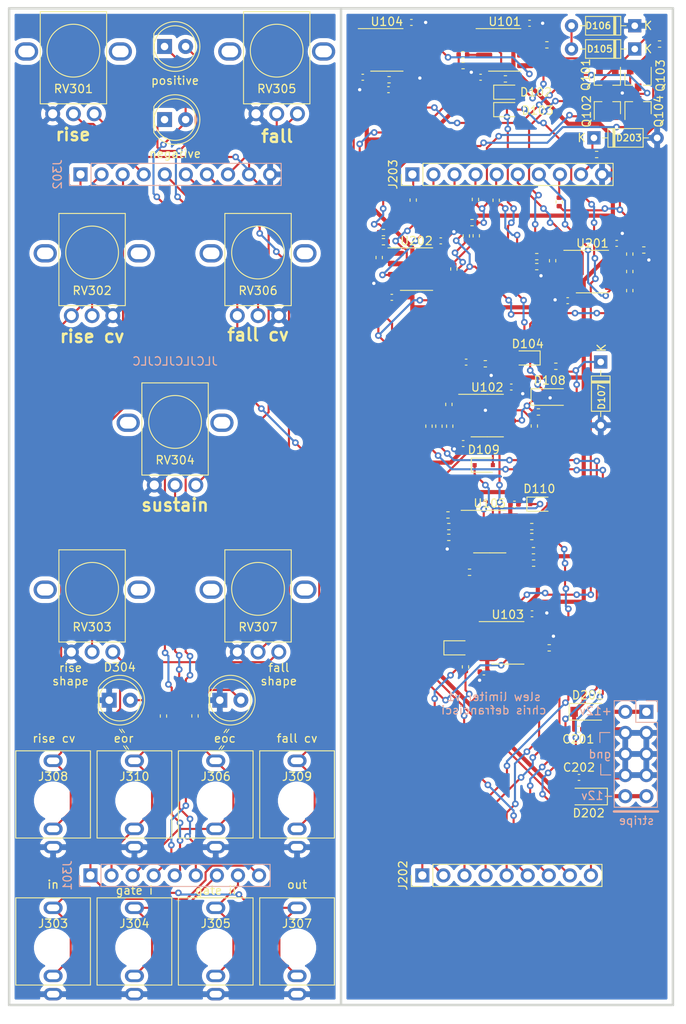
<source format=kicad_pcb>
(kicad_pcb (version 20171130) (host pcbnew "(5.1.7-0-10_14)")
  (layers (0 F.Cu signal) (31 B.Cu signal) (34 B.Paste user) (35 F.Paste user) (36 B.SilkS user) (37 F.SilkS user) (38 B.Mask user) (39 F.Mask user) (44 Edge.Cuts user))
  (net 0 "")
  (net 1 /GATE_BUF)
  (net 2 /TRIGGER)
  (net 3 GND)
  (net 4 +12V)
  (net 5 -12V)
  (net 6 "Net-(C112-Pad2)")
  (net 7 "Net-(C112-Pad1)")
  (net 8 "Net-(D101-Pad2)")
  (net 9 /STATE)
  (net 10 "Net-(D102-Pad1)")
  (net 11 /SUSTAIN_BUF)
  (net 12 "Net-(D104-Pad1)")
  (net 13 "Net-(D105-Pad2)")
  (net 14 "Net-(D105-Pad1)")
  (net 15 "Net-(D107-Pad1)")
  (net 16 "Net-(D108-Pad1)")
  (net 17 "Net-(D109-Pad1)")
  (net 18 "Net-(D110-Pad2)")
  (net 19 "Net-(D201-Pad2)")
  (net 20 "Net-(D202-Pad1)")
  (net 21 /SlewLimiter2/VREF)
  (net 22 /FrontPanel/EOC_LED_PANEL)
  (net 23 /FrontPanel/OUT_LED_POS_PANEL)
  (net 24 /FrontPanel/OUT_LED_NEG_PANEL)
  (net 25 /FrontPanel/EOR_LED_PANEL)
  (net 26 IN)
  (net 27 GATE_IN_2)
  (net 28 GATE_IN_1)
  (net 29 SUSTAIN)
  (net 30 OUT_LED_NEG)
  (net 31 OUT_LED_POS)
  (net 32 EOC)
  (net 33 EOR)
  (net 34 OUT)
  (net 35 /SlewLimiter2/FALL_WIPER)
  (net 36 /SlewLimiter2/FALL_SHAPE_WIPER)
  (net 37 /SlewLimiter2/FALL_CV_WIPER)
  (net 38 /SlewLimiter2/FALL_CV_IN)
  (net 39 /SlewLimiter2/RISE_WIPER)
  (net 40 /SlewLimiter2/RISE_SHAPE_WIPER)
  (net 41 /SlewLimiter2/RISE_CV_WIPER)
  (net 42 /SlewLimiter2/RISE_CV_IN)
  (net 43 /FrontPanel/IN_PANEL)
  (net 44 /FrontPanel/GATE_IN_2_PANEL)
  (net 45 /FrontPanel/GATE_IN_1_PANEL)
  (net 46 /FrontPanel/SUSTAIN_PANEL)
  (net 47 /FrontPanel/EOC_PANEL)
  (net 48 /FrontPanel/EOR_PANEL)
  (net 49 /FrontPanel/OUT_PANEL)
  (net 50 /FrontPanel/VREF_PANEL)
  (net 51 /FrontPanel/FALL_WIPER_PANEL)
  (net 52 /FrontPanel/FALL_SHAPE_WIPER_PANEL)
  (net 53 /FrontPanel/FALL_CV_WIPER_PANEL)
  (net 54 /FrontPanel/FALL_CV_IN_PANEL)
  (net 55 /FrontPanel/RISE_WIPER_PANEL)
  (net 56 /FrontPanel/RISE_SHAPE_WIPER_PANEL)
  (net 57 /FrontPanel/RISE_CV_WIPER_PANEL)
  (net 58 /FrontPanel/RISE_CV_IN_PANEL)
  (net 59 "Net-(Q101-Pad2)")
  (net 60 FALL1)
  (net 61 RISE2)
  (net 62 FALL2)
  (net 63 RISE1)
  (net 64 "Net-(R103-Pad1)")
  (net 65 "Net-(R105-Pad2)")
  (net 66 "Net-(R109-Pad2)")
  (net 67 "Net-(R111-Pad2)")
  (net 68 "Net-(R116-Pad2)")
  (net 69 "Net-(R120-Pad1)")
  (net 70 "Net-(R121-Pad2)")
  (net 71 "Net-(R123-Pad2)")
  (net 72 "Net-(R201-Pad1)")
  (net 73 "Net-(R202-Pad1)")
  (net 74 "Net-(R203-Pad1)")
  (net 75 "Net-(R204-Pad1)")
  (net 76 "Net-(R210-Pad1)")
  (net 77 "Net-(R211-Pad1)")
  (net 78 "Net-(R212-Pad1)")
  (net 79 "Net-(R213-Pad1)")
  (module LED_THT:LED_D5.0mm (layer F.Cu) (at 48.73 63.4)
    (fp_text reference D303)
    (fp_text value LED)
    (pad 2 thru_hole circle (at 2.54 0) (size 1.8 1.8) (drill 0.9) (layers *.Cu *.Mask) (net 24 /FrontPanel/OUT_LED_NEG_PANEL))
    (pad 1 thru_hole rect (at 0 0) (size 1.8 1.8) (drill 0.9) (layers *.Cu *.Mask) (net 23 /FrontPanel/OUT_LED_POS_PANEL))
  )
  (module Package_SO:SOIC-8_3.9x4.9mm_P1.27mm (layer F.Cu) (at 79.1 81.4)
    (fp_text reference U202 (at 0 -3.4) (layer F.SilkS))
    (fp_text value TL072)
    (pad 8 smd roundrect (at 2.475 -1.905) (size 1.95 0.6) (layers F.Cu F.Paste F.Mask) (net 4 +12V))
    (pad 7 smd roundrect (at 2.475 -0.635) (size 1.95 0.6) (layers F.Cu F.Paste F.Mask) (net 79 "Net-(R213-Pad1)"))
    (pad 6 smd roundrect (at 2.475 0.635) (size 1.95 0.6) (layers F.Cu F.Paste F.Mask) (net 77 "Net-(R211-Pad1)"))
    (pad 5 smd roundrect (at 2.475 1.905) (size 1.95 0.6) (layers F.Cu F.Paste F.Mask) (net 40 /SlewLimiter2/RISE_SHAPE_WIPER))
    (pad 4 smd roundrect (at -2.475 1.905) (size 1.95 0.6) (layers F.Cu F.Paste F.Mask) (net 5 -12V))
    (pad 3 smd roundrect (at -2.475 0.635) (size 1.95 0.6) (layers F.Cu F.Paste F.Mask) (net 41 /SlewLimiter2/RISE_CV_WIPER))
    (pad 2 smd roundrect (at -2.475 -0.635) (size 1.95 0.6) (layers F.Cu F.Paste F.Mask) (net 73 "Net-(R202-Pad1)"))
    (pad 1 smd roundrect (at -2.475 -1.905) (size 1.95 0.6) (layers F.Cu F.Paste F.Mask) (net 75 "Net-(R204-Pad1)"))
  )
  (module Package_SO:SOIC-8_3.9x4.9mm_P1.27mm (layer F.Cu) (at 100.3 81.7)
    (fp_text reference U201 (at 0 -3.4) (layer F.SilkS))
    (fp_text value TL072)
    (pad 8 smd roundrect (at 2.475 -1.905) (size 1.95 0.6) (layers F.Cu F.Paste F.Mask) (net 4 +12V))
    (pad 7 smd roundrect (at 2.475 -0.635) (size 1.95 0.6) (layers F.Cu F.Paste F.Mask) (net 78 "Net-(R212-Pad1)"))
    (pad 6 smd roundrect (at 2.475 0.635) (size 1.95 0.6) (layers F.Cu F.Paste F.Mask) (net 76 "Net-(R210-Pad1)"))
    (pad 5 smd roundrect (at 2.475 1.905) (size 1.95 0.6) (layers F.Cu F.Paste F.Mask) (net 36 /SlewLimiter2/FALL_SHAPE_WIPER))
    (pad 4 smd roundrect (at -2.475 1.905) (size 1.95 0.6) (layers F.Cu F.Paste F.Mask) (net 5 -12V))
    (pad 3 smd roundrect (at -2.475 0.635) (size 1.95 0.6) (layers F.Cu F.Paste F.Mask) (net 37 /SlewLimiter2/FALL_CV_WIPER))
    (pad 2 smd roundrect (at -2.475 -0.635) (size 1.95 0.6) (layers F.Cu F.Paste F.Mask) (net 72 "Net-(R201-Pad1)"))
    (pad 1 smd roundrect (at -2.475 -1.905) (size 1.95 0.6) (layers F.Cu F.Paste F.Mask) (net 74 "Net-(R203-Pad1)"))
  )
  (module Package_SO:SOIC-8_3.9x4.9mm_P1.27mm (layer F.Cu) (at 87.925 113.005)
    (fp_text reference U105 (at 0 -3.4) (layer F.SilkS))
    (fp_text value LM393)
    (pad 8 smd roundrect (at 2.475 -1.905) (size 1.95 0.6) (layers F.Cu F.Paste F.Mask) (net 4 +12V))
    (pad 7 smd roundrect (at 2.475 -0.635) (size 1.95 0.6) (layers F.Cu F.Paste F.Mask) (net 18 "Net-(D110-Pad2)"))
    (pad 6 smd roundrect (at 2.475 0.635) (size 1.95 0.6) (layers F.Cu F.Paste F.Mask) (net 16 "Net-(D108-Pad1)"))
    (pad 5 smd roundrect (at 2.475 1.905) (size 1.95 0.6) (layers F.Cu F.Paste F.Mask) (net 68 "Net-(R116-Pad2)"))
    (pad 4 smd roundrect (at -2.475 1.905) (size 1.95 0.6) (layers F.Cu F.Paste F.Mask) (net 3 GND))
    (pad 3 smd roundrect (at -2.475 0.635) (size 1.95 0.6) (layers F.Cu F.Paste F.Mask) (net 70 "Net-(R121-Pad2)"))
    (pad 2 smd roundrect (at -2.475 -0.635) (size 1.95 0.6) (layers F.Cu F.Paste F.Mask) (net 17 "Net-(D109-Pad1)"))
    (pad 1 smd roundrect (at -2.475 -1.905) (size 1.95 0.6) (layers F.Cu F.Paste F.Mask) (net 71 "Net-(R123-Pad2)"))
  )
  (module Package_SO:SOIC-8_3.9x4.9mm_P1.27mm (layer F.Cu) (at 75.525 55.005)
    (fp_text reference U104 (at 0 -3.4) (layer F.SilkS))
    (fp_text value TL072)
    (pad 8 smd roundrect (at 2.475 -1.905) (size 1.95 0.6) (layers F.Cu F.Paste F.Mask) (net 4 +12V))
    (pad 7 smd roundrect (at 2.475 -0.635) (size 1.95 0.6) (layers F.Cu F.Paste F.Mask) (net 69 "Net-(R120-Pad1)"))
    (pad 6 smd roundrect (at 2.475 0.635) (size 1.95 0.6) (layers F.Cu F.Paste F.Mask) (net 6 "Net-(C112-Pad2)"))
    (pad 5 smd roundrect (at 2.475 1.905) (size 1.95 0.6) (layers F.Cu F.Paste F.Mask) (net 3 GND))
    (pad 4 smd roundrect (at -2.475 1.905) (size 1.95 0.6) (layers F.Cu F.Paste F.Mask) (net 5 -12V))
    (pad 3 smd roundrect (at -2.475 0.635) (size 1.95 0.6) (layers F.Cu F.Paste F.Mask) (net 7 "Net-(C112-Pad1)"))
    (pad 2 smd roundrect (at -2.475 -0.635) (size 1.95 0.6) (layers F.Cu F.Paste F.Mask) (net 34 OUT))
    (pad 1 smd roundrect (at -2.475 -1.905) (size 1.95 0.6) (layers F.Cu F.Paste F.Mask) (net 34 OUT))
  )
  (module Package_SO:SOIC-8_3.9x4.9mm_P1.27mm (layer F.Cu) (at 90.1 126.4)
    (fp_text reference U103 (at 0 -3.4) (layer F.SilkS))
    (fp_text value TL072)
    (pad 8 smd roundrect (at 2.475 -1.905) (size 1.95 0.6) (layers F.Cu F.Paste F.Mask) (net 4 +12V))
    (pad 7 smd roundrect (at 2.475 -0.635) (size 1.95 0.6) (layers F.Cu F.Paste F.Mask) (net 31 OUT_LED_POS))
    (pad 6 smd roundrect (at 2.475 0.635) (size 1.95 0.6) (layers F.Cu F.Paste F.Mask) (net 30 OUT_LED_NEG))
    (pad 5 smd roundrect (at 2.475 1.905) (size 1.95 0.6) (layers F.Cu F.Paste F.Mask) (net 34 OUT))
    (pad 4 smd roundrect (at -2.475 1.905) (size 1.95 0.6) (layers F.Cu F.Paste F.Mask) (net 5 -12V))
    (pad 3 smd roundrect (at -2.475 0.635) (size 1.95 0.6) (layers F.Cu F.Paste F.Mask) (net 8 "Net-(D101-Pad2)"))
    (pad 2 smd roundrect (at -2.475 -0.635) (size 1.95 0.6) (layers F.Cu F.Paste F.Mask) (net 11 /SUSTAIN_BUF))
    (pad 1 smd roundrect (at -2.475 -1.905) (size 1.95 0.6) (layers F.Cu F.Paste F.Mask) (net 11 /SUSTAIN_BUF))
  )
  (module Package_SO:SOIC-8_3.9x4.9mm_P1.27mm (layer F.Cu) (at 87.625 99.035)
    (fp_text reference U102 (at 0 -3.4) (layer F.SilkS))
    (fp_text value TL072)
    (pad 8 smd roundrect (at 2.475 -1.905) (size 1.95 0.6) (layers F.Cu F.Paste F.Mask) (net 4 +12V))
    (pad 7 smd roundrect (at 2.475 -0.635) (size 1.95 0.6) (layers F.Cu F.Paste F.Mask) (net 9 /STATE))
    (pad 6 smd roundrect (at 2.475 0.635) (size 1.95 0.6) (layers F.Cu F.Paste F.Mask) (net 16 "Net-(D108-Pad1)"))
    (pad 5 smd roundrect (at 2.475 1.905) (size 1.95 0.6) (layers F.Cu F.Paste F.Mask) (net 15 "Net-(D107-Pad1)"))
    (pad 4 smd roundrect (at -2.475 1.905) (size 1.95 0.6) (layers F.Cu F.Paste F.Mask) (net 5 -12V))
    (pad 3 smd roundrect (at -2.475 0.635) (size 1.95 0.6) (layers F.Cu F.Paste F.Mask) (net 64 "Net-(R103-Pad1)"))
    (pad 2 smd roundrect (at -2.475 -0.635) (size 1.95 0.6) (layers F.Cu F.Paste F.Mask) (net 3 GND))
    (pad 1 smd roundrect (at -2.475 -1.905) (size 1.95 0.6) (layers F.Cu F.Paste F.Mask) (net 1 /GATE_BUF))
  )
  (module Package_SO:SOIC-8_3.9x4.9mm_P1.27mm (layer F.Cu) (at 89.725 55.005)
    (fp_text reference U101 (at 0 -3.4) (layer F.SilkS))
    (fp_text value TL072)
    (pad 8 smd roundrect (at 2.475 -1.905) (size 1.95 0.6) (layers F.Cu F.Paste F.Mask) (net 4 +12V))
    (pad 7 smd roundrect (at 2.475 -0.635) (size 1.95 0.6) (layers F.Cu F.Paste F.Mask) (net 67 "Net-(R111-Pad2)"))
    (pad 6 smd roundrect (at 2.475 0.635) (size 1.95 0.6) (layers F.Cu F.Paste F.Mask) (net 10 "Net-(D102-Pad1)"))
    (pad 5 smd roundrect (at 2.475 1.905) (size 1.95 0.6) (layers F.Cu F.Paste F.Mask) (net 69 "Net-(R120-Pad1)"))
    (pad 4 smd roundrect (at -2.475 1.905) (size 1.95 0.6) (layers F.Cu F.Paste F.Mask) (net 5 -12V))
    (pad 3 smd roundrect (at -2.475 0.635) (size 1.95 0.6) (layers F.Cu F.Paste F.Mask) (net 65 "Net-(R105-Pad2)"))
    (pad 2 smd roundrect (at -2.475 -0.635) (size 1.95 0.6) (layers F.Cu F.Paste F.Mask) (net 66 "Net-(R109-Pad2)"))
    (pad 1 smd roundrect (at -2.475 -1.905) (size 1.95 0.6) (layers F.Cu F.Paste F.Mask) (net 66 "Net-(R109-Pad2)"))
  )
  (module A-5513:A-5513 (layer F.Cu) (at 60 127.5)
    (fp_text reference RV307 (at 0 -3) (layer F.SilkS))
    (fp_text value 100k)
    (pad "" thru_hole oval (at 5.65 -7.5 270) (size 2.2 2.8) (drill oval 1.4 2) (layers *.Cu *.Mask))
    (pad "" thru_hole oval (at -5.65 -7.5 270) (size 2.2 2.8) (drill oval 1.4 2) (layers *.Cu *.Mask))
    (pad 3 thru_hole circle (at 2.5 0 270) (size 1.8 1.8) (drill 1.1) (layers *.Cu *.Mask) (net 49 /FrontPanel/OUT_PANEL))
    (pad 2 thru_hole circle (at 0 0 270) (size 1.8 1.8) (drill 1.1) (layers *.Cu *.Mask) (net 52 /FrontPanel/FALL_SHAPE_WIPER_PANEL))
    (pad 1 thru_hole circle (at -2.5 0 270) (size 1.8 1.8) (drill 1.1) (layers *.Cu *.Mask) (net 3 GND))
  )
  (module A-5513:A-5513 (layer F.Cu) (at 60 87)
    (fp_text reference RV306 (at 0 -3) (layer F.SilkS))
    (fp_text value 100k)
    (pad "" thru_hole oval (at 5.65 -7.5 270) (size 2.2 2.8) (drill oval 1.4 2) (layers *.Cu *.Mask))
    (pad "" thru_hole oval (at -5.65 -7.5 270) (size 2.2 2.8) (drill oval 1.4 2) (layers *.Cu *.Mask))
    (pad 3 thru_hole circle (at 2.5 0 270) (size 1.8 1.8) (drill 1.1) (layers *.Cu *.Mask) (net 3 GND))
    (pad 2 thru_hole circle (at 0 0 270) (size 1.8 1.8) (drill 1.1) (layers *.Cu *.Mask) (net 53 /FrontPanel/FALL_CV_WIPER_PANEL))
    (pad 1 thru_hole circle (at -2.5 0 270) (size 1.8 1.8) (drill 1.1) (layers *.Cu *.Mask) (net 54 /FrontPanel/FALL_CV_IN_PANEL))
  )
  (module A-5513:A-5513 (layer F.Cu) (at 62.25 62.7)
    (fp_text reference RV305 (at 0 -3) (layer F.SilkS))
    (fp_text value 10k)
    (pad "" thru_hole oval (at 5.65 -7.5 270) (size 2.2 2.8) (drill oval 1.4 2) (layers *.Cu *.Mask))
    (pad "" thru_hole oval (at -5.65 -7.5 270) (size 2.2 2.8) (drill oval 1.4 2) (layers *.Cu *.Mask))
    (pad 3 thru_hole circle (at 2.5 0 270) (size 1.8 1.8) (drill 1.1) (layers *.Cu *.Mask) (net 50 /FrontPanel/VREF_PANEL))
    (pad 2 thru_hole circle (at 0 0 270) (size 1.8 1.8) (drill 1.1) (layers *.Cu *.Mask) (net 51 /FrontPanel/FALL_WIPER_PANEL))
    (pad 1 thru_hole circle (at -2.5 0 270) (size 1.8 1.8) (drill 1.1) (layers *.Cu *.Mask) (net 3 GND))
  )
  (module A-5513:A-5513 (layer F.Cu) (at 50 107.4)
    (fp_text reference RV304 (at 0 -3) (layer F.SilkS))
    (fp_text value 10k)
    (pad "" thru_hole oval (at 5.65 -7.5 270) (size 2.2 2.8) (drill oval 1.4 2) (layers *.Cu *.Mask))
    (pad "" thru_hole oval (at -5.65 -7.5 270) (size 2.2 2.8) (drill oval 1.4 2) (layers *.Cu *.Mask))
    (pad 3 thru_hole circle (at 2.5 0 270) (size 1.8 1.8) (drill 1.1) (layers *.Cu *.Mask) (net 50 /FrontPanel/VREF_PANEL))
    (pad 2 thru_hole circle (at 0 0 270) (size 1.8 1.8) (drill 1.1) (layers *.Cu *.Mask) (net 46 /FrontPanel/SUSTAIN_PANEL))
    (pad 1 thru_hole circle (at -2.5 0 270) (size 1.8 1.8) (drill 1.1) (layers *.Cu *.Mask) (net 3 GND))
  )
  (module A-5513:A-5513 (layer F.Cu) (at 40 127.5)
    (fp_text reference RV303 (at 0 -3) (layer F.SilkS))
    (fp_text value 100k)
    (pad "" thru_hole oval (at 5.65 -7.5 270) (size 2.2 2.8) (drill oval 1.4 2) (layers *.Cu *.Mask))
    (pad "" thru_hole oval (at -5.65 -7.5 270) (size 2.2 2.8) (drill oval 1.4 2) (layers *.Cu *.Mask))
    (pad 3 thru_hole circle (at 2.5 0 270) (size 1.8 1.8) (drill 1.1) (layers *.Cu *.Mask) (net 49 /FrontPanel/OUT_PANEL))
    (pad 2 thru_hole circle (at 0 0 270) (size 1.8 1.8) (drill 1.1) (layers *.Cu *.Mask) (net 56 /FrontPanel/RISE_SHAPE_WIPER_PANEL))
    (pad 1 thru_hole circle (at -2.5 0 270) (size 1.8 1.8) (drill 1.1) (layers *.Cu *.Mask) (net 3 GND))
  )
  (module A-5513:A-5513 (layer F.Cu) (at 40 87)
    (fp_text reference RV302 (at 0 -3) (layer F.SilkS))
    (fp_text value 100k)
    (pad "" thru_hole oval (at 5.65 -7.5 270) (size 2.2 2.8) (drill oval 1.4 2) (layers *.Cu *.Mask))
    (pad "" thru_hole oval (at -5.65 -7.5 270) (size 2.2 2.8) (drill oval 1.4 2) (layers *.Cu *.Mask))
    (pad 3 thru_hole circle (at 2.5 0 270) (size 1.8 1.8) (drill 1.1) (layers *.Cu *.Mask) (net 3 GND))
    (pad 2 thru_hole circle (at 0 0 270) (size 1.8 1.8) (drill 1.1) (layers *.Cu *.Mask) (net 57 /FrontPanel/RISE_CV_WIPER_PANEL))
    (pad 1 thru_hole circle (at -2.5 0 270) (size 1.8 1.8) (drill 1.1) (layers *.Cu *.Mask) (net 58 /FrontPanel/RISE_CV_IN_PANEL))
  )
  (module A-5513:A-5513 (layer F.Cu) (at 37.75 62.7)
    (fp_text reference RV301 (at 0 -3) (layer F.SilkS))
    (fp_text value 10k)
    (pad "" thru_hole oval (at 5.65 -7.5 270) (size 2.2 2.8) (drill oval 1.4 2) (layers *.Cu *.Mask))
    (pad "" thru_hole oval (at -5.65 -7.5 270) (size 2.2 2.8) (drill oval 1.4 2) (layers *.Cu *.Mask))
    (pad 3 thru_hole circle (at 2.5 0 270) (size 1.8 1.8) (drill 1.1) (layers *.Cu *.Mask) (net 50 /FrontPanel/VREF_PANEL))
    (pad 2 thru_hole circle (at 0 0 270) (size 1.8 1.8) (drill 1.1) (layers *.Cu *.Mask) (net 55 /FrontPanel/RISE_WIPER_PANEL))
    (pad 1 thru_hole circle (at -2.5 0 270) (size 1.8 1.8) (drill 1.1) (layers *.Cu *.Mask) (net 3 GND))
  )
  (module Resistor_SMD:R_0402_1005Metric (layer F.Cu) (at 48.6 135.21 90)
    (fp_text reference R302)
    (fp_text value 1k)
    (pad 2 smd roundrect (at 0.51 0 90) (size 0.54 0.64) (layers F.Cu F.Paste F.Mask) (net 25 /FrontPanel/EOR_LED_PANEL))
    (pad 1 smd roundrect (at -0.51 0 90) (size 0.54 0.64) (layers F.Cu F.Paste F.Mask) (net 48 /FrontPanel/EOR_PANEL))
  )
  (module Resistor_SMD:R_0402_1005Metric (layer F.Cu) (at 52.4 135.2 90)
    (fp_text reference R301)
    (fp_text value 1k)
    (pad 2 smd roundrect (at 0.51 0 90) (size 0.54 0.64) (layers F.Cu F.Paste F.Mask) (net 22 /FrontPanel/EOC_LED_PANEL))
    (pad 1 smd roundrect (at -0.51 0 90) (size 0.54 0.64) (layers F.Cu F.Paste F.Mask) (net 47 /FrontPanel/EOC_PANEL))
  )
  (module Resistor_SMD:R_0402_1005Metric (layer F.Cu) (at 85.79 75.8)
    (fp_text reference R219)
    (fp_text value 1k)
    (pad 2 smd roundrect (at 0.51 0) (size 0.54 0.64) (layers F.Cu F.Paste F.Mask) (net 61 RISE2))
    (pad 1 smd roundrect (at -0.51 0) (size 0.54 0.64) (layers F.Cu F.Paste F.Mask) (net 3 GND))
  )
  (module Resistor_SMD:R_0402_1005Metric (layer F.Cu) (at 106.49 79.1 180)
    (fp_text reference R218)
    (fp_text value 1k)
    (pad 2 smd roundrect (at 0.51 0 180) (size 0.54 0.64) (layers F.Cu F.Paste F.Mask) (net 62 FALL2))
    (pad 1 smd roundrect (at -0.51 0 180) (size 0.54 0.64) (layers F.Cu F.Paste F.Mask) (net 3 GND))
  )
  (module Resistor_SMD:R_0402_1005Metric (layer F.Cu) (at 86.3 77.39 270)
    (fp_text reference R217)
    (fp_text value 47k)
    (pad 2 smd roundrect (at 0.51 0 270) (size 0.54 0.64) (layers F.Cu F.Paste F.Mask) (net 79 "Net-(R213-Pad1)"))
    (pad 1 smd roundrect (at -0.51 0 270) (size 0.54 0.64) (layers F.Cu F.Paste F.Mask) (net 61 RISE2))
  )
  (module Resistor_SMD:R_0402_1005Metric (layer F.Cu) (at 86.2 73.01 90)
    (fp_text reference R216)
    (fp_text value 22k)
    (pad 2 smd roundrect (at 0.51 0 90) (size 0.54 0.64) (layers F.Cu F.Paste F.Mask) (net 39 /SlewLimiter2/RISE_WIPER))
    (pad 1 smd roundrect (at -0.51 0 90) (size 0.54 0.64) (layers F.Cu F.Paste F.Mask) (net 61 RISE2))
  )
  (module Resistor_SMD:R_0402_1005Metric (layer F.Cu) (at 104.8 79.59 270)
    (fp_text reference R215)
    (fp_text value 47k)
    (pad 2 smd roundrect (at 0.51 0 270) (size 0.54 0.64) (layers F.Cu F.Paste F.Mask) (net 78 "Net-(R212-Pad1)"))
    (pad 1 smd roundrect (at -0.51 0 270) (size 0.54 0.64) (layers F.Cu F.Paste F.Mask) (net 62 FALL2))
  )
  (module Resistor_SMD:R_0402_1005Metric (layer F.Cu) (at 96.3 73.31 90)
    (fp_text reference R214)
    (fp_text value 22k)
    (pad 2 smd roundrect (at 0.51 0 90) (size 0.54 0.64) (layers F.Cu F.Paste F.Mask) (net 35 /SlewLimiter2/FALL_WIPER))
    (pad 1 smd roundrect (at -0.51 0 90) (size 0.54 0.64) (layers F.Cu F.Paste F.Mask) (net 62 FALL2))
  )
  (module Resistor_SMD:R_0402_1005Metric (layer F.Cu) (at 83.6 81.39 270)
    (fp_text reference R213)
    (fp_text value 100k)
    (pad 2 smd roundrect (at 0.51 0 270) (size 0.54 0.64) (layers F.Cu F.Paste F.Mask) (net 77 "Net-(R211-Pad1)"))
    (pad 1 smd roundrect (at -0.51 0 270) (size 0.54 0.64) (layers F.Cu F.Paste F.Mask) (net 79 "Net-(R213-Pad1)"))
  )
  (module Resistor_SMD:R_0402_1005Metric (layer F.Cu) (at 104.8 81.69 270)
    (fp_text reference R212)
    (fp_text value 100k)
    (pad 2 smd roundrect (at 0.51 0 270) (size 0.54 0.64) (layers F.Cu F.Paste F.Mask) (net 76 "Net-(R210-Pad1)"))
    (pad 1 smd roundrect (at -0.51 0 270) (size 0.54 0.64) (layers F.Cu F.Paste F.Mask) (net 78 "Net-(R212-Pad1)"))
  )
  (module Resistor_SMD:R_0402_1005Metric (layer F.Cu) (at 85.1 77.41 90)
    (fp_text reference R211)
    (fp_text value 100k)
    (pad 2 smd roundrect (at 0.51 0 90) (size 0.54 0.64) (layers F.Cu F.Paste F.Mask) (net 34 OUT))
    (pad 1 smd roundrect (at -0.51 0 90) (size 0.54 0.64) (layers F.Cu F.Paste F.Mask) (net 77 "Net-(R211-Pad1)"))
  )
  (module Resistor_SMD:R_0402_1005Metric (layer F.Cu) (at 104.8 83.99 270)
    (fp_text reference R210)
    (fp_text value 100k)
    (pad 2 smd roundrect (at 0.51 0 270) (size 0.54 0.64) (layers F.Cu F.Paste F.Mask) (net 34 OUT))
    (pad 1 smd roundrect (at -0.51 0 270) (size 0.54 0.64) (layers F.Cu F.Paste F.Mask) (net 76 "Net-(R210-Pad1)"))
  )
  (module Resistor_SMD:R_0402_1005Metric (layer F.Cu) (at 75.11 77 180)
    (fp_text reference R209)
    (fp_text value 1k)
    (pad 2 smd roundrect (at 0.51 0 180) (size 0.54 0.64) (layers F.Cu F.Paste F.Mask) (net 3 GND))
    (pad 1 smd roundrect (at -0.51 0 180) (size 0.54 0.64) (layers F.Cu F.Paste F.Mask) (net 63 RISE1))
  )
  (module Resistor_SMD:R_0402_1005Metric (layer F.Cu) (at 93.59 81.1)
    (fp_text reference R208)
    (fp_text value 1k)
    (pad 2 smd roundrect (at 0.51 0) (size 0.54 0.64) (layers F.Cu F.Paste F.Mask) (net 3 GND))
    (pad 1 smd roundrect (at -0.51 0) (size 0.54 0.64) (layers F.Cu F.Paste F.Mask) (net 60 FALL1))
  )
  (module Resistor_SMD:R_0402_1005Metric (layer F.Cu) (at 100.81 67.6 180)
    (fp_text reference R207)
    (fp_text value 1k)
    (pad 2 smd roundrect (at 0.51 0 180) (size 0.54 0.64) (layers F.Cu F.Paste F.Mask) (net 21 /SlewLimiter2/VREF))
    (pad 1 smd roundrect (at -0.51 0 180) (size 0.54 0.64) (layers F.Cu F.Paste F.Mask) (net 4 +12V))
  )
  (module Resistor_SMD:R_0402_1005Metric (layer F.Cu) (at 75.11 78.1 180)
    (fp_text reference R206)
    (fp_text value 47k)
    (pad 2 smd roundrect (at 0.51 0 180) (size 0.54 0.64) (layers F.Cu F.Paste F.Mask) (net 75 "Net-(R204-Pad1)"))
    (pad 1 smd roundrect (at -0.51 0 180) (size 0.54 0.64) (layers F.Cu F.Paste F.Mask) (net 63 RISE1))
  )
  (module Resistor_SMD:R_0402_1005Metric (layer F.Cu) (at 93.59 79.9)
    (fp_text reference R205)
    (fp_text value 47k)
    (pad 2 smd roundrect (at 0.51 0) (size 0.54 0.64) (layers F.Cu F.Paste F.Mask) (net 74 "Net-(R203-Pad1)"))
    (pad 1 smd roundrect (at -0.51 0) (size 0.54 0.64) (layers F.Cu F.Paste F.Mask) (net 60 FALL1))
  )
  (module Resistor_SMD:R_0402_1005Metric (layer F.Cu) (at 74.6 80.01 270)
    (fp_text reference R204)
    (fp_text value 100k)
    (pad 2 smd roundrect (at 0.51 0 270) (size 0.54 0.64) (layers F.Cu F.Paste F.Mask) (net 73 "Net-(R202-Pad1)"))
    (pad 1 smd roundrect (at -0.51 0 270) (size 0.54 0.64) (layers F.Cu F.Paste F.Mask) (net 75 "Net-(R204-Pad1)"))
  )
  (module Resistor_SMD:R_0402_1005Metric (layer F.Cu) (at 95.5 80.39 270)
    (fp_text reference R203)
    (fp_text value 100k)
    (pad 2 smd roundrect (at 0.51 0 270) (size 0.54 0.64) (layers F.Cu F.Paste F.Mask) (net 72 "Net-(R201-Pad1)"))
    (pad 1 smd roundrect (at -0.51 0 270) (size 0.54 0.64) (layers F.Cu F.Paste F.Mask) (net 74 "Net-(R203-Pad1)"))
  )
  (module Resistor_SMD:R_0402_1005Metric (layer F.Cu) (at 78.7 73.09 90)
    (fp_text reference R202)
    (fp_text value 100k)
    (pad 2 smd roundrect (at 0.51 0 90) (size 0.54 0.64) (layers F.Cu F.Paste F.Mask) (net 42 /SlewLimiter2/RISE_CV_IN))
    (pad 1 smd roundrect (at -0.51 0 90) (size 0.54 0.64) (layers F.Cu F.Paste F.Mask) (net 73 "Net-(R202-Pad1)"))
  )
  (module Resistor_SMD:R_0402_1005Metric (layer F.Cu) (at 88.7 73.11 90)
    (fp_text reference R201)
    (fp_text value 100k)
    (pad 2 smd roundrect (at 0.51 0 90) (size 0.54 0.64) (layers F.Cu F.Paste F.Mask) (net 38 /SlewLimiter2/FALL_CV_IN))
    (pad 1 smd roundrect (at -0.51 0 90) (size 0.54 0.64) (layers F.Cu F.Paste F.Mask) (net 72 "Net-(R201-Pad1)"))
  )
  (module Resistor_SMD:R_0402_1005Metric (layer F.Cu) (at 92.99 112.4 180)
    (fp_text reference R124)
    (fp_text value 1k)
    (pad 2 smd roundrect (at 0.51 0 180) (size 0.54 0.64) (layers F.Cu F.Paste F.Mask) (net 18 "Net-(D110-Pad2)"))
    (pad 1 smd roundrect (at -0.51 0 180) (size 0.54 0.64) (layers F.Cu F.Paste F.Mask) (net 32 EOC))
  )
  (module Resistor_SMD:R_0402_1005Metric (layer F.Cu) (at 85.49 117.9)
    (fp_text reference R123)
    (fp_text value 1k)
    (pad 2 smd roundrect (at 0.51 0) (size 0.54 0.64) (layers F.Cu F.Paste F.Mask) (net 71 "Net-(R123-Pad2)"))
    (pad 1 smd roundrect (at -0.51 0) (size 0.54 0.64) (layers F.Cu F.Paste F.Mask) (net 33 EOR))
  )
  (module Resistor_SMD:R_0402_1005Metric (layer F.Cu) (at 82.99 113.7 180)
    (fp_text reference R122)
    (fp_text value 100k)
    (pad 2 smd roundrect (at 0.51 0 180) (size 0.54 0.64) (layers F.Cu F.Paste F.Mask) (net 3 GND))
    (pad 1 smd roundrect (at -0.51 0 180) (size 0.54 0.64) (layers F.Cu F.Paste F.Mask) (net 70 "Net-(R121-Pad2)"))
  )
  (module Resistor_SMD:R_0402_1005Metric (layer F.Cu) (at 82.89 111)
    (fp_text reference R121)
    (fp_text value 100k)
    (pad 2 smd roundrect (at 0.51 0) (size 0.54 0.64) (layers F.Cu F.Paste F.Mask) (net 70 "Net-(R121-Pad2)"))
    (pad 1 smd roundrect (at -0.51 0) (size 0.54 0.64) (layers F.Cu F.Paste F.Mask) (net 4 +12V))
  )
  (module Resistor_SMD:R_0402_1005Metric (layer F.Cu) (at 75.79 58.6 180)
    (fp_text reference R120)
    (fp_text value 1k)
    (pad 2 smd roundrect (at 0.51 0 180) (size 0.54 0.64) (layers F.Cu F.Paste F.Mask) (net 7 "Net-(C112-Pad1)"))
    (pad 1 smd roundrect (at -0.51 0 180) (size 0.54 0.64) (layers F.Cu F.Paste F.Mask) (net 69 "Net-(R120-Pad1)"))
  )
  (module Resistor_SMD:R_0402_1005Metric (layer F.Cu) (at 82.99 112.4 180)
    (fp_text reference R119)
    (fp_text value 100k)
    (pad 2 smd roundrect (at 0.51 0 180) (size 0.54 0.64) (layers F.Cu F.Paste F.Mask) (net 3 GND))
    (pad 1 smd roundrect (at -0.51 0 180) (size 0.54 0.64) (layers F.Cu F.Paste F.Mask) (net 17 "Net-(D109-Pad1)"))
  )
  (module Resistor_SMD:R_0402_1005Metric (layer F.Cu) (at 92.99 113.6)
    (fp_text reference R118)
    (fp_text value 100k)
    (pad 2 smd roundrect (at 0.51 0) (size 0.54 0.64) (layers F.Cu F.Paste F.Mask) (net 68 "Net-(R116-Pad2)"))
    (pad 1 smd roundrect (at -0.51 0) (size 0.54 0.64) (layers F.Cu F.Paste F.Mask) (net 18 "Net-(D110-Pad2)"))
  )
  (module Resistor_SMD:R_0402_1005Metric (layer F.Cu) (at 93.21 116.8)
    (fp_text reference R117)
    (fp_text value 1k)
    (pad 2 smd roundrect (at 0.51 0) (size 0.54 0.64) (layers F.Cu F.Paste F.Mask) (net 5 -12V))
    (pad 1 smd roundrect (at -0.51 0) (size 0.54 0.64) (layers F.Cu F.Paste F.Mask) (net 68 "Net-(R116-Pad2)"))
  )
  (module Resistor_SMD:R_0402_1005Metric (layer F.Cu) (at 93.19 115.3 180)
    (fp_text reference R116)
    (fp_text value 1M)
    (pad 2 smd roundrect (at 0.51 0 180) (size 0.54 0.64) (layers F.Cu F.Paste F.Mask) (net 68 "Net-(R116-Pad2)"))
    (pad 1 smd roundrect (at -0.51 0 180) (size 0.54 0.64) (layers F.Cu F.Paste F.Mask) (net 4 +12V))
  )
  (module Resistor_SMD:R_0402_1005Metric (layer F.Cu) (at 93.3 100.29 270)
    (fp_text reference R115)
    (fp_text value 100k)
    (pad 2 smd roundrect (at 0.51 0 270) (size 0.54 0.64) (layers F.Cu F.Paste F.Mask) (net 15 "Net-(D107-Pad1)"))
    (pad 1 smd roundrect (at -0.51 0 270) (size 0.54 0.64) (layers F.Cu F.Paste F.Mask) (net 9 /STATE))
  )
  (module Resistor_SMD:R_0402_1005Metric (layer F.Cu) (at 108.39 54.3)
    (fp_text reference R114)
    (fp_text value 10k)
    (pad 2 smd roundrect (at 0.51 0) (size 0.54 0.64) (layers F.Cu F.Paste F.Mask) (net 14 "Net-(D105-Pad1)"))
    (pad 1 smd roundrect (at -0.51 0) (size 0.54 0.64) (layers F.Cu F.Paste F.Mask) (net 59 "Net-(Q101-Pad2)"))
  )
  (module Resistor_SMD:R_0402_1005Metric (layer F.Cu) (at 93.79 98.6)
    (fp_text reference R113)
    (fp_text value 10k)
    (pad 2 smd roundrect (at 0.51 0) (size 0.54 0.64) (layers F.Cu F.Paste F.Mask) (net 34 OUT))
    (pad 1 smd roundrect (at -0.51 0) (size 0.54 0.64) (layers F.Cu F.Paste F.Mask) (net 16 "Net-(D108-Pad1)"))
  )
  (module Resistor_SMD:R_0402_1005Metric (layer F.Cu) (at 95.89 93.1)
    (fp_text reference R112)
    (fp_text value 10k)
    (pad 2 smd roundrect (at 0.51 0) (size 0.54 0.64) (layers F.Cu F.Paste F.Mask) (net 12 "Net-(D104-Pad1)"))
    (pad 1 smd roundrect (at -0.51 0) (size 0.54 0.64) (layers F.Cu F.Paste F.Mask) (net 15 "Net-(D107-Pad1)"))
  )
  (module Resistor_SMD:R_0402_1005Metric (layer F.Cu) (at 94.81 54.4 180)
    (fp_text reference R111)
    (fp_text value 1k)
    (pad 2 smd roundrect (at 0.51 0 180) (size 0.54 0.64) (layers F.Cu F.Paste F.Mask) (net 67 "Net-(R111-Pad2)"))
    (pad 1 smd roundrect (at -0.51 0 180) (size 0.54 0.64) (layers F.Cu F.Paste F.Mask) (net 14 "Net-(D105-Pad1)"))
  )
  (module Resistor_SMD:R_0402_1005Metric (layer F.Cu) (at 87.39 92.8)
    (fp_text reference R110)
    (fp_text value 100k)
    (pad 2 smd roundrect (at 0.51 0) (size 0.54 0.64) (layers F.Cu F.Paste F.Mask) (net 3 GND))
    (pad 1 smd roundrect (at -0.51 0) (size 0.54 0.64) (layers F.Cu F.Paste F.Mask) (net 2 /TRIGGER))
  )
  (module Resistor_SMD:R_0402_1005Metric (layer F.Cu) (at 89.81 58.5 180)
    (fp_text reference R109)
    (fp_text value 10k)
    (pad 2 smd roundrect (at 0.51 0 180) (size 0.54 0.64) (layers F.Cu F.Paste F.Mask) (net 66 "Net-(R109-Pad2)"))
    (pad 1 smd roundrect (at -0.51 0 180) (size 0.54 0.64) (layers F.Cu F.Paste F.Mask) (net 10 "Net-(D102-Pad1)"))
  )
  (module Resistor_SMD:R_0402_1005Metric (layer F.Cu) (at 83 97.69 270)
    (fp_text reference R108)
    (fp_text value 2.2M)
    (pad 2 smd roundrect (at 0.51 0 270) (size 0.54 0.64) (layers F.Cu F.Paste F.Mask) (net 64 "Net-(R103-Pad1)"))
    (pad 1 smd roundrect (at -0.51 0 270) (size 0.54 0.64) (layers F.Cu F.Paste F.Mask) (net 1 /GATE_BUF))
  )
  (module Resistor_SMD:R_0402_1005Metric (layer F.Cu) (at 95.09 127)
    (fp_text reference R107)
    (fp_text value 1k)
    (pad 2 smd roundrect (at 0.51 0) (size 0.54 0.64) (layers F.Cu F.Paste F.Mask) (net 3 GND))
    (pad 1 smd roundrect (at -0.51 0) (size 0.54 0.64) (layers F.Cu F.Paste F.Mask) (net 30 OUT_LED_NEG))
  )
  (module Resistor_SMD:R_0402_1005Metric (layer F.Cu) (at 83.1 100.31 270)
    (fp_text reference R106)
    (fp_text value 1M)
    (pad 2 smd roundrect (at 0.51 0 270) (size 0.54 0.64) (layers F.Cu F.Paste F.Mask) (net 5 -12V))
    (pad 1 smd roundrect (at -0.51 0 270) (size 0.54 0.64) (layers F.Cu F.Paste F.Mask) (net 64 "Net-(R103-Pad1)"))
  )
  (module Resistor_SMD:R_0402_1005Metric (layer F.Cu) (at 84.69 55.6)
    (fp_text reference R105)
    (fp_text value 10k)
    (pad 2 smd roundrect (at 0.51 0) (size 0.54 0.64) (layers F.Cu F.Paste F.Mask) (net 65 "Net-(R105-Pad2)"))
    (pad 1 smd roundrect (at -0.51 0) (size 0.54 0.64) (layers F.Cu F.Paste F.Mask) (net 26 IN))
  )
  (module Resistor_SMD:R_0402_1005Metric (layer F.Cu) (at 80.6 100.31 270)
    (fp_text reference R104)
    (fp_text value 100k)
    (pad 2 smd roundrect (at 0.51 0 270) (size 0.54 0.64) (layers F.Cu F.Paste F.Mask) (net 27 GATE_IN_2))
    (pad 1 smd roundrect (at -0.51 0 270) (size 0.54 0.64) (layers F.Cu F.Paste F.Mask) (net 64 "Net-(R103-Pad1)"))
  )
  (module Resistor_SMD:R_0402_1005Metric (layer F.Cu) (at 81.8 100.31 270)
    (fp_text reference R103)
    (fp_text value 100k)
    (pad 2 smd roundrect (at 0.51 0 270) (size 0.54 0.64) (layers F.Cu F.Paste F.Mask) (net 28 GATE_IN_1))
    (pad 1 smd roundrect (at -0.51 0 270) (size 0.54 0.64) (layers F.Cu F.Paste F.Mask) (net 64 "Net-(R103-Pad1)"))
  )
  (module Resistor_SMD:R_0402_1005Metric (layer F.Cu) (at 84.71 56.9)
    (fp_text reference R102)
    (fp_text value 1M)
    (pad 2 smd roundrect (at 0.51 0) (size 0.54 0.64) (layers F.Cu F.Paste F.Mask) (net 3 GND))
    (pad 1 smd roundrect (at -0.51 0) (size 0.54 0.64) (layers F.Cu F.Paste F.Mask) (net 26 IN))
  )
  (module Resistor_SMD:R_0402_1005Metric (layer F.Cu) (at 85 129.29 270)
    (fp_text reference R101)
    (fp_text value 10k)
    (pad 2 smd roundrect (at 0.51 0 270) (size 0.54 0.64) (layers F.Cu F.Paste F.Mask) (net 29 SUSTAIN))
    (pad 1 smd roundrect (at -0.51 0 270) (size 0.54 0.64) (layers F.Cu F.Paste F.Mask) (net 8 "Net-(D101-Pad2)"))
  )
  (module Package_TO_SOT_SMD:SOT-23 (layer F.Cu) (at 105.8 62 90)
    (fp_text reference Q104 (at -0.4 2.5 90) (layer F.SilkS))
    (fp_text value MMBT5551)
    (pad 3 smd rect (at 1 0 90) (size 0.9 0.8) (layers F.Cu F.Paste F.Mask) (net 6 "Net-(C112-Pad2)"))
    (pad 2 smd rect (at -1 0.95 90) (size 0.9 0.8) (layers F.Cu F.Paste F.Mask) (net 59 "Net-(Q101-Pad2)"))
    (pad 1 smd rect (at -1 -0.95 90) (size 0.9 0.8) (layers F.Cu F.Paste F.Mask) (net 63 RISE1))
  )
  (module Package_TO_SOT_SMD:SOT-23 (layer F.Cu) (at 105.8 58.5 270)
    (fp_text reference Q103 (at -0.4 -2.7 90) (layer F.SilkS))
    (fp_text value MMBT5401)
    (pad 3 smd rect (at 1 0 270) (size 0.9 0.8) (layers F.Cu F.Paste F.Mask) (net 6 "Net-(C112-Pad2)"))
    (pad 2 smd rect (at -1 0.95 270) (size 0.9 0.8) (layers F.Cu F.Paste F.Mask) (net 59 "Net-(Q101-Pad2)"))
    (pad 1 smd rect (at -1 -0.95 270) (size 0.9 0.8) (layers F.Cu F.Paste F.Mask) (net 62 FALL2))
  )
  (module Package_TO_SOT_SMD:SOT-23 (layer F.Cu) (at 102.1 62 90)
    (fp_text reference Q102 (at -0.4 -2.5 90) (layer F.SilkS))
    (fp_text value MMBT5551)
    (pad 3 smd rect (at 1 0 90) (size 0.9 0.8) (layers F.Cu F.Paste F.Mask) (net 3 GND))
    (pad 2 smd rect (at -1 0.95 90) (size 0.9 0.8) (layers F.Cu F.Paste F.Mask) (net 59 "Net-(Q101-Pad2)"))
    (pad 1 smd rect (at -1 -0.95 90) (size 0.9 0.8) (layers F.Cu F.Paste F.Mask) (net 61 RISE2))
  )
  (module Package_TO_SOT_SMD:SOT-23 (layer F.Cu) (at 102.1 58.5 270)
    (fp_text reference Q101 (at -0.5 2.6 90) (layer F.SilkS))
    (fp_text value MMBT5401)
    (pad 3 smd rect (at 1 0 270) (size 0.9 0.8) (layers F.Cu F.Paste F.Mask) (net 3 GND))
    (pad 2 smd rect (at -1 0.95 270) (size 0.9 0.8) (layers F.Cu F.Paste F.Mask) (net 59 "Net-(Q101-Pad2)"))
    (pad 1 smd rect (at -1 -0.95 270) (size 0.9 0.8) (layers F.Cu F.Paste F.Mask) (net 60 FALL1))
  )
  (module A-2563:A-2563 (layer F.Cu) (at 45.1 151)
    (fp_text reference J310 (at 0 -8.5) (layer F.SilkS))
    (fp_text value AudioJack2)
    (pad "" np_thru_hole circle (at 0 -5.6) (size 3.6 3.6) (drill 3.6) (layers *.Cu *.Mask))
    (pad T thru_hole oval (at 0 -10.4) (size 2.3 1.5) (drill oval 1.5 0.8) (layers *.Cu *.Mask) (net 48 /FrontPanel/EOR_PANEL))
    (pad T thru_hole oval (at 0 -2.2) (size 2.3 1.5) (drill oval 1.5 0.8) (layers *.Cu *.Mask) (net 48 /FrontPanel/EOR_PANEL))
    (pad S thru_hole oval (at 0 0) (size 2.3 1.5) (drill oval 1.5 0.8) (layers *.Cu *.Mask) (net 3 GND))
  )
  (module A-2563:A-2563 (layer F.Cu) (at 64.7 151)
    (fp_text reference J309 (at 0 -8.5) (layer F.SilkS))
    (fp_text value AudioJack2)
    (pad "" np_thru_hole circle (at 0 -5.6) (size 3.6 3.6) (drill 3.6) (layers *.Cu *.Mask))
    (pad T thru_hole oval (at 0 -10.4) (size 2.3 1.5) (drill oval 1.5 0.8) (layers *.Cu *.Mask) (net 54 /FrontPanel/FALL_CV_IN_PANEL))
    (pad T thru_hole oval (at 0 -2.2) (size 2.3 1.5) (drill oval 1.5 0.8) (layers *.Cu *.Mask) (net 54 /FrontPanel/FALL_CV_IN_PANEL))
    (pad S thru_hole oval (at 0 0) (size 2.3 1.5) (drill oval 1.5 0.8) (layers *.Cu *.Mask) (net 3 GND))
  )
  (module A-2563:A-2563 (layer F.Cu) (at 35.3 151)
    (fp_text reference J308 (at 0 -8.5) (layer F.SilkS))
    (fp_text value AudioJack2)
    (pad "" np_thru_hole circle (at 0 -5.6) (size 3.6 3.6) (drill 3.6) (layers *.Cu *.Mask))
    (pad T thru_hole oval (at 0 -10.4) (size 2.3 1.5) (drill oval 1.5 0.8) (layers *.Cu *.Mask) (net 58 /FrontPanel/RISE_CV_IN_PANEL))
    (pad T thru_hole oval (at 0 -2.2) (size 2.3 1.5) (drill oval 1.5 0.8) (layers *.Cu *.Mask) (net 58 /FrontPanel/RISE_CV_IN_PANEL))
    (pad S thru_hole oval (at 0 0) (size 2.3 1.5) (drill oval 1.5 0.8) (layers *.Cu *.Mask) (net 3 GND))
  )
  (module A-2563:A-2563 (layer F.Cu) (at 64.7 168.7)
    (fp_text reference J307 (at 0 -8.5) (layer F.SilkS))
    (fp_text value AudioJack2)
    (pad "" np_thru_hole circle (at 0 -5.6) (size 3.6 3.6) (drill 3.6) (layers *.Cu *.Mask))
    (pad T thru_hole oval (at 0 -10.4) (size 2.3 1.5) (drill oval 1.5 0.8) (layers *.Cu *.Mask) (net 49 /FrontPanel/OUT_PANEL))
    (pad T thru_hole oval (at 0 -2.2) (size 2.3 1.5) (drill oval 1.5 0.8) (layers *.Cu *.Mask) (net 49 /FrontPanel/OUT_PANEL))
    (pad S thru_hole oval (at 0 0) (size 2.3 1.5) (drill oval 1.5 0.8) (layers *.Cu *.Mask) (net 3 GND))
  )
  (module A-2563:A-2563 (layer F.Cu) (at 54.9 151)
    (fp_text reference J306 (at 0 -8.5) (layer F.SilkS))
    (fp_text value AudioJack2)
    (pad "" np_thru_hole circle (at 0 -5.6) (size 3.6 3.6) (drill 3.6) (layers *.Cu *.Mask))
    (pad T thru_hole oval (at 0 -10.4) (size 2.3 1.5) (drill oval 1.5 0.8) (layers *.Cu *.Mask) (net 47 /FrontPanel/EOC_PANEL))
    (pad T thru_hole oval (at 0 -2.2) (size 2.3 1.5) (drill oval 1.5 0.8) (layers *.Cu *.Mask) (net 47 /FrontPanel/EOC_PANEL))
    (pad S thru_hole oval (at 0 0) (size 2.3 1.5) (drill oval 1.5 0.8) (layers *.Cu *.Mask) (net 3 GND))
  )
  (module A-2563:A-2563 (layer F.Cu) (at 54.9 168.7)
    (fp_text reference J305 (at 0 -8.5) (layer F.SilkS))
    (fp_text value AudioJack2)
    (pad "" np_thru_hole circle (at 0 -5.6) (size 3.6 3.6) (drill 3.6) (layers *.Cu *.Mask))
    (pad T thru_hole oval (at 0 -10.4) (size 2.3 1.5) (drill oval 1.5 0.8) (layers *.Cu *.Mask) (net 44 /FrontPanel/GATE_IN_2_PANEL))
    (pad T thru_hole oval (at 0 -2.2) (size 2.3 1.5) (drill oval 1.5 0.8) (layers *.Cu *.Mask) (net 44 /FrontPanel/GATE_IN_2_PANEL))
    (pad S thru_hole oval (at 0 0) (size 2.3 1.5) (drill oval 1.5 0.8) (layers *.Cu *.Mask) (net 3 GND))
  )
  (module A-2563:A-2563 (layer F.Cu) (at 45.1 168.7)
    (fp_text reference J304 (at 0 -8.5) (layer F.SilkS))
    (fp_text value AudioJack2)
    (pad "" np_thru_hole circle (at 0 -5.6) (size 3.6 3.6) (drill 3.6) (layers *.Cu *.Mask))
    (pad T thru_hole oval (at 0 -10.4) (size 2.3 1.5) (drill oval 1.5 0.8) (layers *.Cu *.Mask) (net 45 /FrontPanel/GATE_IN_1_PANEL))
    (pad T thru_hole oval (at 0 -2.2) (size 2.3 1.5) (drill oval 1.5 0.8) (layers *.Cu *.Mask) (net 45 /FrontPanel/GATE_IN_1_PANEL))
    (pad S thru_hole oval (at 0 0) (size 2.3 1.5) (drill oval 1.5 0.8) (layers *.Cu *.Mask) (net 3 GND))
  )
  (module A-2563:A-2563 (layer F.Cu) (at 35.3 168.7)
    (fp_text reference J303 (at 0 -8.5) (layer F.SilkS))
    (fp_text value AudioJack2)
    (pad "" np_thru_hole circle (at 0 -5.6) (size 3.6 3.6) (drill 3.6) (layers *.Cu *.Mask))
    (pad T thru_hole oval (at 0 -10.4) (size 2.3 1.5) (drill oval 1.5 0.8) (layers *.Cu *.Mask) (net 43 /FrontPanel/IN_PANEL))
    (pad T thru_hole oval (at 0 -2.2) (size 2.3 1.5) (drill oval 1.5 0.8) (layers *.Cu *.Mask) (net 43 /FrontPanel/IN_PANEL))
    (pad S thru_hole oval (at 0 0) (size 2.3 1.5) (drill oval 1.5 0.8) (layers *.Cu *.Mask) (net 3 GND))
  )
  (module Connector_PinSocket_2.54mm:PinSocket_1x10_P2.54mm_Vertical (layer B.Cu) (at 38.6 70 270)
    (fp_text reference J302 (at 0 2.77 270) (layer B.SilkS) (effects (justify mirror)))
    (fp_text value Conn_01x10)
    (pad 10 thru_hole oval (at 0 -22.86 270) (size 1.7 1.7) (drill 1) (layers *.Cu *.Mask) (net 3 GND))
    (pad 9 thru_hole oval (at 0 -20.32 270) (size 1.7 1.7) (drill 1) (layers *.Cu *.Mask) (net 50 /FrontPanel/VREF_PANEL))
    (pad 8 thru_hole oval (at 0 -17.78 270) (size 1.7 1.7) (drill 1) (layers *.Cu *.Mask) (net 51 /FrontPanel/FALL_WIPER_PANEL))
    (pad 7 thru_hole oval (at 0 -15.24 270) (size 1.7 1.7) (drill 1) (layers *.Cu *.Mask) (net 52 /FrontPanel/FALL_SHAPE_WIPER_PANEL))
    (pad 6 thru_hole oval (at 0 -12.7 270) (size 1.7 1.7) (drill 1) (layers *.Cu *.Mask) (net 53 /FrontPanel/FALL_CV_WIPER_PANEL))
    (pad 5 thru_hole oval (at 0 -10.16 270) (size 1.7 1.7) (drill 1) (layers *.Cu *.Mask) (net 54 /FrontPanel/FALL_CV_IN_PANEL))
    (pad 4 thru_hole oval (at 0 -7.62 270) (size 1.7 1.7) (drill 1) (layers *.Cu *.Mask) (net 55 /FrontPanel/RISE_WIPER_PANEL))
    (pad 3 thru_hole oval (at 0 -5.08 270) (size 1.7 1.7) (drill 1) (layers *.Cu *.Mask) (net 56 /FrontPanel/RISE_SHAPE_WIPER_PANEL))
    (pad 2 thru_hole oval (at 0 -2.54 270) (size 1.7 1.7) (drill 1) (layers *.Cu *.Mask) (net 57 /FrontPanel/RISE_CV_WIPER_PANEL))
    (pad 1 thru_hole rect (at 0 0 270) (size 1.7 1.7) (drill 1) (layers *.Cu *.Mask) (net 58 /FrontPanel/RISE_CV_IN_PANEL))
  )
  (module Connector_PinSocket_2.54mm:PinSocket_1x09_P2.54mm_Vertical (layer B.Cu) (at 39.8 154.4 270)
    (fp_text reference J301 (at 0 2.77 270) (layer B.SilkS) (effects (justify mirror)))
    (fp_text value Conn_01x09)
    (pad 9 thru_hole oval (at 0 -20.32 270) (size 1.7 1.7) (drill 1) (layers *.Cu *.Mask) (net 43 /FrontPanel/IN_PANEL))
    (pad 8 thru_hole oval (at 0 -17.78 270) (size 1.7 1.7) (drill 1) (layers *.Cu *.Mask) (net 44 /FrontPanel/GATE_IN_2_PANEL))
    (pad 7 thru_hole oval (at 0 -15.24 270) (size 1.7 1.7) (drill 1) (layers *.Cu *.Mask) (net 45 /FrontPanel/GATE_IN_1_PANEL))
    (pad 6 thru_hole oval (at 0 -12.7 270) (size 1.7 1.7) (drill 1) (layers *.Cu *.Mask) (net 46 /FrontPanel/SUSTAIN_PANEL))
    (pad 5 thru_hole oval (at 0 -10.16 270) (size 1.7 1.7) (drill 1) (layers *.Cu *.Mask) (net 24 /FrontPanel/OUT_LED_NEG_PANEL))
    (pad 4 thru_hole oval (at 0 -7.62 270) (size 1.7 1.7) (drill 1) (layers *.Cu *.Mask) (net 23 /FrontPanel/OUT_LED_POS_PANEL))
    (pad 3 thru_hole oval (at 0 -5.08 270) (size 1.7 1.7) (drill 1) (layers *.Cu *.Mask) (net 47 /FrontPanel/EOC_PANEL))
    (pad 2 thru_hole oval (at 0 -2.54 270) (size 1.7 1.7) (drill 1) (layers *.Cu *.Mask) (net 48 /FrontPanel/EOR_PANEL))
    (pad 1 thru_hole rect (at 0 0 270) (size 1.7 1.7) (drill 1) (layers *.Cu *.Mask) (net 49 /FrontPanel/OUT_PANEL))
  )
  (module Connector_PinHeader_2.54mm:PinHeader_1x10_P2.54mm_Vertical (layer F.Cu) (at 78.6 70 90)
    (fp_text reference J203 (at 0 -2.33 90) (layer F.SilkS))
    (fp_text value Conn_01x10)
    (pad 10 thru_hole oval (at 0 22.86 90) (size 1.7 1.7) (drill 1) (layers *.Cu *.Mask) (net 3 GND))
    (pad 9 thru_hole oval (at 0 20.32 90) (size 1.7 1.7) (drill 1) (layers *.Cu *.Mask) (net 21 /SlewLimiter2/VREF))
    (pad 8 thru_hole oval (at 0 17.78 90) (size 1.7 1.7) (drill 1) (layers *.Cu *.Mask) (net 35 /SlewLimiter2/FALL_WIPER))
    (pad 7 thru_hole oval (at 0 15.24 90) (size 1.7 1.7) (drill 1) (layers *.Cu *.Mask) (net 36 /SlewLimiter2/FALL_SHAPE_WIPER))
    (pad 6 thru_hole oval (at 0 12.7 90) (size 1.7 1.7) (drill 1) (layers *.Cu *.Mask) (net 37 /SlewLimiter2/FALL_CV_WIPER))
    (pad 5 thru_hole oval (at 0 10.16 90) (size 1.7 1.7) (drill 1) (layers *.Cu *.Mask) (net 38 /SlewLimiter2/FALL_CV_IN))
    (pad 4 thru_hole oval (at 0 7.62 90) (size 1.7 1.7) (drill 1) (layers *.Cu *.Mask) (net 39 /SlewLimiter2/RISE_WIPER))
    (pad 3 thru_hole oval (at 0 5.08 90) (size 1.7 1.7) (drill 1) (layers *.Cu *.Mask) (net 40 /SlewLimiter2/RISE_SHAPE_WIPER))
    (pad 2 thru_hole oval (at 0 2.54 90) (size 1.7 1.7) (drill 1) (layers *.Cu *.Mask) (net 41 /SlewLimiter2/RISE_CV_WIPER))
    (pad 1 thru_hole rect (at 0 0 90) (size 1.7 1.7) (drill 1) (layers *.Cu *.Mask) (net 42 /SlewLimiter2/RISE_CV_IN))
  )
  (module Connector_PinHeader_2.54mm:PinHeader_1x09_P2.54mm_Vertical (layer F.Cu) (at 79.8 154.4 90)
    (fp_text reference J202 (at 0 -2.33 90) (layer F.SilkS))
    (fp_text value Conn_01x09)
    (pad 9 thru_hole oval (at 0 20.32 90) (size 1.7 1.7) (drill 1) (layers *.Cu *.Mask) (net 26 IN))
    (pad 8 thru_hole oval (at 0 17.78 90) (size 1.7 1.7) (drill 1) (layers *.Cu *.Mask) (net 27 GATE_IN_2))
    (pad 7 thru_hole oval (at 0 15.24 90) (size 1.7 1.7) (drill 1) (layers *.Cu *.Mask) (net 28 GATE_IN_1))
    (pad 6 thru_hole oval (at 0 12.7 90) (size 1.7 1.7) (drill 1) (layers *.Cu *.Mask) (net 29 SUSTAIN))
    (pad 5 thru_hole oval (at 0 10.16 90) (size 1.7 1.7) (drill 1) (layers *.Cu *.Mask) (net 30 OUT_LED_NEG))
    (pad 4 thru_hole oval (at 0 7.62 90) (size 1.7 1.7) (drill 1) (layers *.Cu *.Mask) (net 31 OUT_LED_POS))
    (pad 3 thru_hole oval (at 0 5.08 90) (size 1.7 1.7) (drill 1) (layers *.Cu *.Mask) (net 32 EOC))
    (pad 2 thru_hole oval (at 0 2.54 90) (size 1.7 1.7) (drill 1) (layers *.Cu *.Mask) (net 33 EOR))
    (pad 1 thru_hole rect (at 0 0 90) (size 1.7 1.7) (drill 1) (layers *.Cu *.Mask) (net 34 OUT))
  )
  (module Connector_PinHeader_2.54mm:PinHeader_2x05_P2.54mm_Vertical (layer B.Cu) (at 106.8 134.7 180)
    (fp_text reference J201)
    (fp_text value Conn_02x05_Odd_Even)
    (pad 10 thru_hole oval (at 2.54 -10.16 180) (size 1.7 1.7) (drill 1) (layers *.Cu *.Mask) (net 20 "Net-(D202-Pad1)"))
    (pad 9 thru_hole oval (at 0 -10.16 180) (size 1.7 1.7) (drill 1) (layers *.Cu *.Mask) (net 20 "Net-(D202-Pad1)"))
    (pad 8 thru_hole oval (at 2.54 -7.62 180) (size 1.7 1.7) (drill 1) (layers *.Cu *.Mask) (net 3 GND))
    (pad 7 thru_hole oval (at 0 -7.62 180) (size 1.7 1.7) (drill 1) (layers *.Cu *.Mask) (net 3 GND))
    (pad 6 thru_hole oval (at 2.54 -5.08 180) (size 1.7 1.7) (drill 1) (layers *.Cu *.Mask) (net 3 GND))
    (pad 5 thru_hole oval (at 0 -5.08 180) (size 1.7 1.7) (drill 1) (layers *.Cu *.Mask) (net 3 GND))
    (pad 4 thru_hole oval (at 2.54 -2.54 180) (size 1.7 1.7) (drill 1) (layers *.Cu *.Mask) (net 3 GND))
    (pad 3 thru_hole oval (at 0 -2.54 180) (size 1.7 1.7) (drill 1) (layers *.Cu *.Mask) (net 3 GND))
    (pad 2 thru_hole oval (at 2.54 0 180) (size 1.7 1.7) (drill 1) (layers *.Cu *.Mask) (net 19 "Net-(D201-Pad2)"))
    (pad 1 thru_hole rect (at 0 0 180) (size 1.7 1.7) (drill 1) (layers *.Cu *.Mask) (net 19 "Net-(D201-Pad2)"))
  )
  (module LED_THT:LED_D5.0mm (layer F.Cu) (at 42.06 133.3)
    (fp_text reference D304 (at 1.27 -3.96) (layer F.SilkS))
    (fp_text value LED)
    (pad 2 thru_hole circle (at 2.54 0) (size 1.8 1.8) (drill 0.9) (layers *.Cu *.Mask) (net 25 /FrontPanel/EOR_LED_PANEL))
    (pad 1 thru_hole rect (at 0 0) (size 1.8 1.8) (drill 0.9) (layers *.Cu *.Mask) (net 3 GND))
  )
  (module LED_THT:LED_D5.0mm (layer F.Cu) (at 48.73 54.6)
    (fp_text reference D302)
    (fp_text value LED)
    (pad 2 thru_hole circle (at 2.54 0) (size 1.8 1.8) (drill 0.9) (layers *.Cu *.Mask) (net 23 /FrontPanel/OUT_LED_POS_PANEL))
    (pad 1 thru_hole rect (at 0 0) (size 1.8 1.8) (drill 0.9) (layers *.Cu *.Mask) (net 24 /FrontPanel/OUT_LED_NEG_PANEL))
  )
  (module LED_THT:LED_D5.0mm (layer F.Cu) (at 55.39 133.3)
    (fp_text reference D301)
    (fp_text value LED)
    (pad 2 thru_hole circle (at 2.54 0) (size 1.8 1.8) (drill 0.9) (layers *.Cu *.Mask) (net 22 /FrontPanel/EOC_LED_PANEL))
    (pad 1 thru_hole rect (at 0 0) (size 1.8 1.8) (drill 0.9) (layers *.Cu *.Mask) (net 3 GND))
  )
  (module Diode_THT:D_DO-35_SOD27_P7.62mm_Horizontal (layer F.Cu) (at 100.48 65.6)
    (fp_text reference D203 (at 4.22 0) (layer F.SilkS) (effects (font (size 0.8 0.8))))
    (fp_text value 7.5V)
    (fp_text user K (at -1.48 0) (layer F.SilkS))
    (pad 2 thru_hole oval (at 7.62 0) (size 1.6 1.6) (drill 0.8) (layers *.Cu *.Mask) (net 3 GND))
    (pad 1 thru_hole rect (at 0 0) (size 1.6 1.6) (drill 0.8) (layers *.Cu *.Mask) (net 21 /SlewLimiter2/VREF))
  )
  (module Diode_SMD:D_SOD-123 (layer F.Cu) (at 99.85 144.9 180)
    (fp_text reference D202 (at 0 -2) (layer F.SilkS))
    (fp_text value B5819W)
    (pad 2 smd rect (at 1.65 0 180) (size 0.9 1.2) (layers F.Cu F.Paste F.Mask) (net 5 -12V))
    (pad 1 smd rect (at -1.65 0 180) (size 0.9 1.2) (layers F.Cu F.Paste F.Mask) (net 20 "Net-(D202-Pad1)"))
  )
  (module Diode_SMD:D_SOD-123 (layer F.Cu) (at 99.75 134.7)
    (fp_text reference D201 (at 0 -2) (layer F.SilkS))
    (fp_text value B5819W)
    (pad 2 smd rect (at 1.65 0) (size 0.9 1.2) (layers F.Cu F.Paste F.Mask) (net 19 "Net-(D201-Pad2)"))
    (pad 1 smd rect (at -1.65 0) (size 0.9 1.2) (layers F.Cu F.Paste F.Mask) (net 4 +12V))
  )
  (module Diode_SMD:D_SOD-323F (layer F.Cu) (at 93.9 109.7)
    (fp_text reference D110 (at 0 -1.85) (layer F.SilkS))
    (fp_text value 1N4148)
    (pad 2 smd rect (at 1.1 0) (size 0.5 0.5) (layers F.Cu F.Paste F.Mask) (net 18 "Net-(D110-Pad2)"))
    (pad 1 smd rect (at -1.1 0) (size 0.5 0.5) (layers F.Cu F.Paste F.Mask) (net 17 "Net-(D109-Pad1)"))
  )
  (module Diode_SMD:D_SOD-323F (layer F.Cu) (at 87.2 105)
    (fp_text reference D109 (at 0 -1.85) (layer F.SilkS))
    (fp_text value 1N4148)
    (pad 2 smd rect (at 1.1 0) (size 0.5 0.5) (layers F.Cu F.Paste F.Mask) (net 9 /STATE))
    (pad 1 smd rect (at -1.1 0) (size 0.5 0.5) (layers F.Cu F.Paste F.Mask) (net 17 "Net-(D109-Pad1)"))
  )
  (module Diode_SMD:D_SOD-123 (layer F.Cu) (at 95.15 96.8)
    (fp_text reference D108 (at 0 -2) (layer F.SilkS))
    (fp_text value B5819W)
    (pad 2 smd rect (at 1.65 0) (size 0.9 1.2) (layers F.Cu F.Paste F.Mask) (net 3 GND))
    (pad 1 smd rect (at -1.65 0) (size 0.9 1.2) (layers F.Cu F.Paste F.Mask) (net 16 "Net-(D108-Pad1)"))
  )
  (module Diode_THT:D_DO-35_SOD27_P7.62mm_Horizontal (layer F.Cu) (at 101.3 92.58 270)
    (fp_text reference D107 (at 4.2 -0.1 90) (layer F.SilkS) (effects (font (size 0.8 0.8))))
    (fp_text value 7.5V)
    (fp_text user K (at -1.7 -0.1 90) (layer F.SilkS))
    (pad 2 thru_hole oval (at 7.62 0 270) (size 1.6 1.6) (drill 0.8) (layers *.Cu *.Mask) (net 3 GND))
    (pad 1 thru_hole rect (at 0 0 270) (size 1.6 1.6) (drill 0.8) (layers *.Cu *.Mask) (net 15 "Net-(D107-Pad1)"))
  )
  (module Diode_THT:D_DO-35_SOD27_P7.62mm_Horizontal (layer F.Cu) (at 105.4 52.1 180)
    (fp_text reference D106 (at 4.4 0) (layer F.SilkS) (effects (font (size 0.8 0.8))))
    (fp_text value 7.5V)
    (fp_text user K (at -1.6 0) (layer F.SilkS))
    (pad 2 thru_hole oval (at 7.62 0 180) (size 1.6 1.6) (drill 0.8) (layers *.Cu *.Mask) (net 13 "Net-(D105-Pad2)"))
    (pad 1 thru_hole rect (at 0 0 180) (size 1.6 1.6) (drill 0.8) (layers *.Cu *.Mask) (net 3 GND))
  )
  (module Diode_THT:D_DO-35_SOD27_P7.62mm_Horizontal (layer F.Cu) (at 105.4 54.9 180)
    (fp_text reference D105 (at 4.22 0) (layer F.SilkS) (effects (font (size 0.8 0.8))))
    (fp_text value 7.5V)
    (fp_text user K (at -1.6 0) (layer F.SilkS))
    (pad 2 thru_hole oval (at 7.62 0 180) (size 1.6 1.6) (drill 0.8) (layers *.Cu *.Mask) (net 13 "Net-(D105-Pad2)"))
    (pad 1 thru_hole rect (at 0 0 180) (size 1.6 1.6) (drill 0.8) (layers *.Cu *.Mask) (net 14 "Net-(D105-Pad1)"))
  )
  (module Diode_SMD:D_SOD-323F (layer F.Cu) (at 92.5 92.1 180)
    (fp_text reference D104 (at 0 1.7) (layer F.SilkS))
    (fp_text value 1N4148)
    (pad 2 smd rect (at 1.1 0 180) (size 0.5 0.5) (layers F.Cu F.Paste F.Mask) (net 2 /TRIGGER))
    (pad 1 smd rect (at -1.1 0 180) (size 0.5 0.5) (layers F.Cu F.Paste F.Mask) (net 12 "Net-(D104-Pad1)"))
  )
  (module Diode_SMD:D_SOD-323F (layer F.Cu) (at 89.9 62.2)
    (fp_text reference D103 (at 3.8 0.1) (layer F.SilkS))
    (fp_text value 1N4148)
    (pad 2 smd rect (at 1.1 0) (size 0.5 0.5) (layers F.Cu F.Paste F.Mask) (net 11 /SUSTAIN_BUF))
    (pad 1 smd rect (at -1.1 0) (size 0.5 0.5) (layers F.Cu F.Paste F.Mask) (net 10 "Net-(D102-Pad1)"))
  )
  (module Diode_SMD:D_SOD-323F (layer F.Cu) (at 89.9 60.1)
    (fp_text reference D102 (at 3.6 0) (layer F.SilkS))
    (fp_text value 1N4148)
    (pad 2 smd rect (at 1.1 0) (size 0.5 0.5) (layers F.Cu F.Paste F.Mask) (net 9 /STATE))
    (pad 1 smd rect (at -1.1 0) (size 0.5 0.5) (layers F.Cu F.Paste F.Mask) (net 10 "Net-(D102-Pad1)"))
  )
  (module Diode_SMD:D_SOD-323F (layer F.Cu) (at 83.9 127)
    (fp_text reference D101)
    (fp_text value 1N4148)
    (pad 2 smd rect (at 1.1 0) (size 0.5 0.5) (layers F.Cu F.Paste F.Mask) (net 8 "Net-(D101-Pad2)"))
    (pad 1 smd rect (at -1.1 0) (size 0.5 0.5) (layers F.Cu F.Paste F.Mask) (net 1 /GATE_BUF))
  )
  (module Capacitor_SMD:C_0402_1005Metric (layer F.Cu) (at 76.12 84.8)
    (fp_text reference C206)
    (fp_text value .1u)
    (pad 2 smd roundrect (at 0.48 0) (size 0.56 0.62) (layers F.Cu F.Paste F.Mask) (net 5 -12V))
    (pad 1 smd roundrect (at -0.48 0) (size 0.56 0.62) (layers F.Cu F.Paste F.Mask) (net 3 GND))
  )
  (module Capacitor_SMD:C_0402_1005Metric (layer F.Cu) (at 82.02 78)
    (fp_text reference C205)
    (fp_text value .1u)
    (pad 2 smd roundrect (at 0.48 0) (size 0.56 0.62) (layers F.Cu F.Paste F.Mask) (net 3 GND))
    (pad 1 smd roundrect (at -0.48 0) (size 0.56 0.62) (layers F.Cu F.Paste F.Mask) (net 4 +12V))
  )
  (module Capacitor_SMD:C_0402_1005Metric (layer F.Cu) (at 97.32 85.2)
    (fp_text reference C204)
    (fp_text value .1u)
    (pad 2 smd roundrect (at 0.48 0) (size 0.56 0.62) (layers F.Cu F.Paste F.Mask) (net 5 -12V))
    (pad 1 smd roundrect (at -0.48 0) (size 0.56 0.62) (layers F.Cu F.Paste F.Mask) (net 3 GND))
  )
  (module Capacitor_SMD:C_0402_1005Metric (layer F.Cu) (at 103.22 78.3)
    (fp_text reference C203)
    (fp_text value .1u)
    (pad 2 smd roundrect (at 0.48 0) (size 0.56 0.62) (layers F.Cu F.Paste F.Mask) (net 3 GND))
    (pad 1 smd roundrect (at -0.48 0) (size 0.56 0.62) (layers F.Cu F.Paste F.Mask) (net 4 +12V))
  )
  (module Capacitor_SMD:C_0402_1005Metric (layer F.Cu) (at 98.68 142.6 180)
    (fp_text reference C202 (at 0 1.2) (layer F.SilkS))
    (fp_text value 10u)
    (pad 2 smd roundrect (at 0.48 0 180) (size 0.56 0.62) (layers F.Cu F.Paste F.Mask) (net 5 -12V))
    (pad 1 smd roundrect (at -0.48 0 180) (size 0.56 0.62) (layers F.Cu F.Paste F.Mask) (net 3 GND))
  )
  (module Capacitor_SMD:C_0402_1005Metric (layer F.Cu) (at 98.62 136.8)
    (fp_text reference C201 (at -0.02 1.2) (layer F.SilkS))
    (fp_text value 10u)
    (pad 2 smd roundrect (at 0.48 0) (size 0.56 0.62) (layers F.Cu F.Paste F.Mask) (net 3 GND))
    (pad 1 smd roundrect (at -0.48 0) (size 0.56 0.62) (layers F.Cu F.Paste F.Mask) (net 4 +12V))
  )
  (module Capacitor_SMD:C_0402_1005Metric (layer F.Cu) (at 75.72 59.8)
    (fp_text reference C112)
    (fp_text value 10n)
    (pad 2 smd roundrect (at 0.48 0) (size 0.56 0.62) (layers F.Cu F.Paste F.Mask) (net 6 "Net-(C112-Pad2)"))
    (pad 1 smd roundrect (at -0.48 0) (size 0.56 0.62) (layers F.Cu F.Paste F.Mask) (net 7 "Net-(C112-Pad1)"))
  )
  (module Capacitor_SMD:C_0402_1005Metric (layer F.Cu) (at 90.9 109.7)
    (fp_text reference C110)
    (fp_text value .1u)
    (pad 2 smd roundrect (at 0.48 0) (size 0.56 0.62) (layers F.Cu F.Paste F.Mask) (net 3 GND))
    (pad 1 smd roundrect (at -0.48 0) (size 0.56 0.62) (layers F.Cu F.Paste F.Mask) (net 4 +12V))
  )
  (module Capacitor_SMD:C_0402_1005Metric (layer F.Cu) (at 72.62 58.3)
    (fp_text reference C109)
    (fp_text value .1u)
    (pad 2 smd roundrect (at 0.48 0) (size 0.56 0.62) (layers F.Cu F.Paste F.Mask) (net 5 -12V))
    (pad 1 smd roundrect (at -0.48 0) (size 0.56 0.62) (layers F.Cu F.Paste F.Mask) (net 3 GND))
  )
  (module Capacitor_SMD:C_0402_1005Metric (layer F.Cu) (at 78.48 51.7)
    (fp_text reference C108)
    (fp_text value .1u)
    (pad 2 smd roundrect (at 0.48 0) (size 0.56 0.62) (layers F.Cu F.Paste F.Mask) (net 3 GND))
    (pad 1 smd roundrect (at -0.48 0) (size 0.56 0.62) (layers F.Cu F.Paste F.Mask) (net 4 +12V))
  )
  (module Capacitor_SMD:C_0402_1005Metric (layer F.Cu) (at 87.22 129.9)
    (fp_text reference C107)
    (fp_text value .1u)
    (pad 2 smd roundrect (at 0.48 0) (size 0.56 0.62) (layers F.Cu F.Paste F.Mask) (net 5 -12V))
    (pad 1 smd roundrect (at -0.48 0) (size 0.56 0.62) (layers F.Cu F.Paste F.Mask) (net 3 GND))
  )
  (module Capacitor_SMD:C_0402_1005Metric (layer F.Cu) (at 93.02 122.9)
    (fp_text reference C106)
    (fp_text value .1u)
    (pad 2 smd roundrect (at 0.48 0) (size 0.56 0.62) (layers F.Cu F.Paste F.Mask) (net 3 GND))
    (pad 1 smd roundrect (at -0.48 0) (size 0.56 0.62) (layers F.Cu F.Paste F.Mask) (net 4 +12V))
  )
  (module Capacitor_SMD:C_0402_1005Metric (layer F.Cu) (at 84.72 102.4)
    (fp_text reference C105)
    (fp_text value .1u)
    (pad 2 smd roundrect (at 0.48 0) (size 0.56 0.62) (layers F.Cu F.Paste F.Mask) (net 5 -12V))
    (pad 1 smd roundrect (at -0.48 0) (size 0.56 0.62) (layers F.Cu F.Paste F.Mask) (net 3 GND))
  )
  (module Capacitor_SMD:C_0402_1005Metric (layer F.Cu) (at 90.52 95.6)
    (fp_text reference C104)
    (fp_text value .1u)
    (pad 2 smd roundrect (at 0.48 0) (size 0.56 0.62) (layers F.Cu F.Paste F.Mask) (net 3 GND))
    (pad 1 smd roundrect (at -0.48 0) (size 0.56 0.62) (layers F.Cu F.Paste F.Mask) (net 4 +12V))
  )
  (module Capacitor_SMD:C_0402_1005Metric (layer F.Cu) (at 86.82 58.3)
    (fp_text reference C103)
    (fp_text value .1u)
    (pad 2 smd roundrect (at 0.48 0) (size 0.56 0.62) (layers F.Cu F.Paste F.Mask) (net 5 -12V))
    (pad 1 smd roundrect (at -0.48 0) (size 0.56 0.62) (layers F.Cu F.Paste F.Mask) (net 3 GND))
  )
  (module Capacitor_SMD:C_0402_1005Metric (layer F.Cu) (at 92.72 51.8)
    (fp_text reference C102)
    (fp_text value .1u)
    (pad 2 smd roundrect (at 0.48 0) (size 0.56 0.62) (layers F.Cu F.Paste F.Mask) (net 3 GND))
    (pad 1 smd roundrect (at -0.48 0) (size 0.56 0.62) (layers F.Cu F.Paste F.Mask) (net 4 +12V))
  )
  (module Capacitor_SMD:C_0402_1005Metric (layer F.Cu) (at 85.08 92.6 180)
    (fp_text reference C101)
    (fp_text value 100p)
    (pad 2 smd roundrect (at 0.48 0 180) (size 0.56 0.62) (layers F.Cu F.Paste F.Mask) (net 1 /GATE_BUF))
    (pad 1 smd roundrect (at -0.48 0 180) (size 0.56 0.62) (layers F.Cu F.Paste F.Mask) (net 2 /TRIGGER))
  )
  (gr_line (start 101.3 142.3) (end 102.5 142.3) (layer B.SilkS) (width 0.12))
  (gr_line (start 101.3 141) (end 101.3 142.3) (layer B.SilkS) (width 0.12))
  (gr_line (start 101.2 137.2) (end 101.2 138.4) (layer B.SilkS) (width 0.12))
  (gr_line (start 102.4 137.2) (end 101.2 137.2) (layer B.SilkS) (width 0.12))
  (gr_text gnd (at 101.2 139.8) (layer B.SilkS) (effects (font (size 1 1)) (justify mirror)))
  (gr_text -12v (at 100.9 144.8) (layer B.SilkS) (effects (font (size 1 1)) (justify mirror)))
  (gr_text +12v (at 100.7 134.6) (layer B.SilkS) (effects (font (size 1 1)) (justify mirror)))
  (gr_line (start 102.9 146.7) (end 108.2 146.7) (layer B.SilkS) (width 0.3))
  (gr_text stripe (at 105.6 147.8) (layer B.SilkS) (effects (font (size 1 1)) (justify mirror)))
  (gr_text JLCJLCJLCJLC (at 50 92.5) (layer B.SilkS) (effects (font (size 1 1)) (justify mirror)))
  (gr_text "slew limiter v1\nchris defrancisci" (at 88.4 133.7) (layer B.SilkS) (effects (font (size 1 1)) (justify mirror)))
  (gr_text "gate ii" (at 54.9 156.2) (layer F.SilkS) (effects (font (size 1 1))))
  (gr_text "gate i" (at 45.1 156.2) (layer F.SilkS) (effects (font (size 1 1))))
  (gr_text out (at 64.7 155.5) (layer F.SilkS) (effects (font (size 1 1))))
  (gr_text in (at 35.3 155.5) (layer F.SilkS) (effects (font (size 1 1))))
  (gr_text "fall cv" (at 64.7 137.9) (layer F.SilkS) (effects (font (size 1 1))))
  (gr_text "rise cv" (at 35.4 137.9) (layer F.SilkS) (effects (font (size 1 1))))
  (gr_line (start 44.1 138.8) (end 44.4 139.2) (layer F.SilkS) (width 0.12))
  (gr_line (start 43.8 138.8) (end 44.1 139.2) (layer F.SilkS) (width 0.12))
  (gr_line (start 43.3 136.8) (end 43.6 137.2) (layer F.SilkS) (width 0.12))
  (gr_line (start 43.9 137.2) (end 43.6 136.8) (layer F.SilkS) (width 0.12))
  (gr_line (start 55.6 138.8) (end 55.3 139.2) (layer F.SilkS) (width 0.12))
  (gr_line (start 56.2 137.2) (end 56.5 136.8) (layer F.SilkS) (width 0.12))
  (gr_line (start 55.9 137.2) (end 56.2 136.8) (layer F.SilkS) (width 0.12))
  (gr_line (start 55.9 138.8) (end 55.6 139.2) (layer F.SilkS) (width 0.12))
  (gr_text eor (at 43.8 137.9) (layer F.SilkS) (effects (font (size 1 1))))
  (gr_text eoc (at 56 137.9) (layer F.SilkS) (effects (font (size 1 1))))
  (gr_text "fall\nshape" (at 62.5 130.2) (layer F.SilkS) (effects (font (size 1 1))))
  (gr_text "rise\nshape" (at 37.4 130.2) (layer F.SilkS) (effects (font (size 1 1))))
  (gr_text sustain (at 50 109.8) (layer F.SilkS) (effects (font (size 1.5 1.5) (thickness 0.3))))
  (gr_text "fall cv" (at 60 89.3) (layer F.SilkS) (effects (font (size 1.5 1.5) (thickness 0.3))))
  (gr_text "rise cv" (at 40 89.5) (layer F.SilkS) (effects (font (size 1.5 1.5) (thickness 0.3))))
  (gr_text negative (at 50 67.5) (layer F.SilkS) (effects (font (size 1 1))))
  (gr_text positive (at 50 58.7) (layer F.SilkS) (effects (font (size 1 1))))
  (gr_text rise (at 37.7 65.2) (layer F.SilkS) (effects (font (size 1.5 1.5) (thickness 0.3))))
  (gr_text fall (at 62.3 65.4) (layer F.SilkS) (effects (font (size 1.5 1.5) (thickness 0.3))))
  (gr_line (start 70 50) (end 110 50) (layer Edge.Cuts) (width 0.3))
  (gr_line (start 110 50) (end 110 170) (layer Edge.Cuts) (width 0.3))
  (gr_line (start 70 170) (end 110 170) (layer Edge.Cuts) (width 0.3))
  (gr_line (start 30 50) (end 70 50) (layer Edge.Cuts) (width 0.3))
  (gr_line (start 70 50) (end 70 170) (layer Edge.Cuts) (width 0.3))
  (gr_line (start 30 170) (end 70 170) (layer Edge.Cuts) (width 0.3))
  (gr_line (start 30 50) (end 30 170) (layer Edge.Cuts) (width 0.3))
  (segment (start 84.6 96.58) (end 85.15 97.13) (width 0.25) (layer F.Cu) (net 1))
  (segment (start 84.6 92.6) (end 84.6 96.58) (width 0.25) (layer F.Cu) (net 1))
  (segment (start 83.05 97.13) (end 83 97.18) (width 0.25) (layer F.Cu) (net 1))
  (segment (start 85.15 97.13) (end 83.05 97.13) (width 0.25) (layer F.Cu) (net 1))
  (segment (start 88.125001 98.748001) (end 88.125001 98.051999) (width 0.25) (layer F.Cu) (net 1))
  (segment (start 87.84999 100.873196) (end 87.84999 99.023012) (width 0.25) (layer F.Cu) (net 1))
  (segment (start 87.203002 97.13) (end 85.15 97.13) (width 0.25) (layer F.Cu) (net 1))
  (segment (start 88.125001 98.051999) (end 87.203002 97.13) (width 0.25) (layer F.Cu) (net 1))
  (segment (start 81.43498 107.288206) (end 87.84999 100.873196) (width 0.25) (layer F.Cu) (net 1))
  (segment (start 87.84999 99.023012) (end 88.125001 98.748001) (width 0.25) (layer F.Cu) (net 1))
  (segment (start 81.43498 125.63498) (end 81.43498 107.288206) (width 0.25) (layer F.Cu) (net 1))
  (segment (start 82.8 127) (end 81.43498 125.63498) (width 0.25) (layer F.Cu) (net 1))
  (segment (start 87.58 92.1) (end 86.88 92.8) (width 0.25) (layer F.Cu) (net 2))
  (segment (start 91.4 92.1) (end 87.58 92.1) (width 0.25) (layer F.Cu) (net 2))
  (segment (start 85.76 92.8) (end 85.56 92.6) (width 0.25) (layer F.Cu) (net 2))
  (segment (start 86.88 92.8) (end 85.76 92.8) (width 0.25) (layer F.Cu) (net 2))
  (segment (start 103.98 142.6) (end 104.26 142.32) (width 0.5) (layer F.Cu) (net 3))
  (segment (start 99.16 142.6) (end 103.98 142.6) (width 0.5) (layer F.Cu) (net 3))
  (segment (start 103.82 136.8) (end 104.26 137.24) (width 0.5) (layer F.Cu) (net 3))
  (segment (start 99.1 136.8) (end 103.82 136.8) (width 0.5) (layer F.Cu) (net 3))
  (via (at 95.2 96.9) (size 0.8) (drill 0.4) (layers F.Cu B.Cu) (net 3))
  (segment (start 95.3 96.8) (end 95.2 96.9) (width 0.25) (layer F.Cu) (net 3))
  (segment (start 96.8 96.8) (end 95.3 96.8) (width 0.25) (layer F.Cu) (net 3))
  (via (at 88.1 94.2) (size 0.8) (drill 0.4) (layers F.Cu B.Cu) (net 3))
  (segment (start 87.9 94) (end 88.1 94.2) (width 0.25) (layer F.Cu) (net 3))
  (segment (start 87.9 92.8) (end 87.9 94) (width 0.25) (layer F.Cu) (net 3))
  (via (at 91.9 96.4) (size 0.8) (drill 0.4) (layers F.Cu B.Cu) (net 3))
  (segment (start 91.1 95.6) (end 91.9 96.4) (width 0.25) (layer F.Cu) (net 3))
  (segment (start 91 95.6) (end 91.1 95.6) (width 0.25) (layer F.Cu) (net 3))
  (via (at 87.4 98.4) (size 0.8) (drill 0.4) (layers F.Cu B.Cu) (net 3))
  (segment (start 85.15 98.4) (end 87.4 98.4) (width 0.25) (layer F.Cu) (net 3))
  (segment (start 82.48 112.4) (end 82.48 113.7) (width 0.25) (layer F.Cu) (net 3))
  (segment (start 82.48 114.78) (end 82.8 115.1) (width 0.25) (layer F.Cu) (net 3))
  (via (at 82.8 115.1) (size 0.8) (drill 0.4) (layers F.Cu B.Cu) (net 3))
  (segment (start 82.48 113.7) (end 82.48 114.78) (width 0.25) (layer F.Cu) (net 3))
  (segment (start 85.26 115.1) (end 85.45 114.91) (width 0.25) (layer F.Cu) (net 3))
  (segment (start 82.8 115.1) (end 85.26 115.1) (width 0.25) (layer F.Cu) (net 3))
  (segment (start 102.1 60.2) (end 103.9 60.2) (width 0.25) (layer F.Cu) (net 3))
  (segment (start 102.1 59.5) (end 102.1 60.2) (width 0.25) (layer F.Cu) (net 3))
  (via (at 103.9 60.2) (size 0.8) (drill 0.4) (layers F.Cu B.Cu) (net 3))
  (segment (start 102.1 60.2) (end 102.1 61) (width 0.25) (layer F.Cu) (net 3))
  (via (at 94.3 51.8) (size 0.8) (drill 0.4) (layers F.Cu B.Cu) (net 3))
  (segment (start 93.2 51.8) (end 94.3 51.8) (width 0.25) (layer F.Cu) (net 3))
  (via (at 80.2 51.7) (size 0.8) (drill 0.4) (layers F.Cu B.Cu) (net 3))
  (segment (start 78.96 51.7) (end 80.2 51.7) (width 0.25) (layer F.Cu) (net 3))
  (segment (start 85.22 56.9) (end 85.22 57.18) (width 0.25) (layer F.Cu) (net 3))
  (segment (start 85.72 57.68) (end 85.7 57.7) (width 0.25) (layer F.Cu) (net 3))
  (segment (start 85.22 57.18) (end 85.72 57.68) (width 0.25) (layer F.Cu) (net 3))
  (via (at 85.7 57.7) (size 0.8) (drill 0.4) (layers F.Cu B.Cu) (net 3))
  (segment (start 85.72 57.68) (end 86.34 58.3) (width 0.25) (layer F.Cu) (net 3))
  (via (at 79.5 58.4) (size 0.8) (drill 0.4) (layers F.Cu B.Cu) (net 3))
  (segment (start 79.49 58.4) (end 79.5 58.4) (width 0.25) (layer F.Cu) (net 3))
  (segment (start 78 56.91) (end 79.49 58.4) (width 0.25) (layer F.Cu) (net 3))
  (via (at 72.25 59.8) (size 0.8) (drill 0.4) (layers F.Cu B.Cu) (net 3))
  (segment (start 72.14 59.69) (end 72.25 59.8) (width 0.25) (layer F.Cu) (net 3))
  (segment (start 72.14 58.3) (end 72.14 59.69) (width 0.25) (layer F.Cu) (net 3))
  (via (at 103.9 77.1) (size 0.8) (drill 0.4) (layers F.Cu B.Cu) (net 3))
  (segment (start 103.7 77.3) (end 103.9 77.1) (width 0.25) (layer F.Cu) (net 3))
  (segment (start 103.7 78.3) (end 103.7 77.3) (width 0.25) (layer F.Cu) (net 3))
  (via (at 107.1 80.3) (size 0.8) (drill 0.4) (layers F.Cu B.Cu) (net 3))
  (segment (start 107 80.2) (end 107.1 80.3) (width 0.25) (layer F.Cu) (net 3))
  (segment (start 107 79.1) (end 107 80.2) (width 0.25) (layer F.Cu) (net 3))
  (segment (start 95.9 85.2) (end 95.8 85.1) (width 0.25) (layer F.Cu) (net 3))
  (via (at 95.8 85.1) (size 0.8) (drill 0.4) (layers F.Cu B.Cu) (net 3))
  (segment (start 96.84 85.2) (end 95.9 85.2) (width 0.25) (layer F.Cu) (net 3))
  (via (at 94.1 82.2) (size 0.8) (drill 0.4) (layers F.Cu B.Cu) (net 3))
  (segment (start 94.1 81.1) (end 94.1 82.2) (width 0.25) (layer F.Cu) (net 3))
  (segment (start 73.95499 83.11499) (end 75.64 84.8) (width 0.25) (layer F.Cu) (net 3))
  (segment (start 73.95499 77.64501) (end 73.95499 83.11499) (width 0.25) (layer F.Cu) (net 3))
  (segment (start 74.6 77) (end 73.95499 77.64501) (width 0.25) (layer F.Cu) (net 3))
  (segment (start 84.7 75.8) (end 85.28 75.8) (width 0.25) (layer F.Cu) (net 3))
  (via (at 83.6 76.9) (size 0.8) (drill 0.4) (layers F.Cu B.Cu) (net 3))
  (segment (start 82.5 78) (end 83.6 76.9) (width 0.25) (layer F.Cu) (net 3))
  (segment (start 83.6 76.9) (end 84.7 75.8) (width 0.25) (layer F.Cu) (net 3))
  (via (at 73.95499 83.11499) (size 0.8) (drill 0.4) (layers F.Cu B.Cu) (net 3))
  (via (at 83.653959 103.053959) (size 0.8) (drill 0.4) (layers F.Cu B.Cu) (net 3))
  (segment (start 84.24 102.467918) (end 83.653959 103.053959) (width 0.25) (layer F.Cu) (net 3))
  (segment (start 84.24 102.4) (end 84.24 102.467918) (width 0.25) (layer F.Cu) (net 3))
  (via (at 94.8 122.8) (size 0.8) (drill 0.4) (layers F.Cu B.Cu) (net 3))
  (segment (start 94.7 122.9) (end 94.8 122.8) (width 0.25) (layer F.Cu) (net 3))
  (segment (start 93.5 122.9) (end 94.7 122.9) (width 0.25) (layer F.Cu) (net 3))
  (via (at 95.6 125.6) (size 0.8) (drill 0.4) (layers F.Cu B.Cu) (net 3))
  (segment (start 95.6 127) (end 95.6 125.6) (width 0.25) (layer F.Cu) (net 3))
  (via (at 86.7 130.9) (size 0.8) (drill 0.4) (layers F.Cu B.Cu) (net 3))
  (segment (start 86.74 130.86) (end 86.7 130.9) (width 0.25) (layer F.Cu) (net 3))
  (segment (start 86.74 129.9) (end 86.74 130.86) (width 0.25) (layer F.Cu) (net 3))
  (via (at 92.062666 109.09999) (size 0.8) (drill 0.4) (layers F.Cu B.Cu) (net 3))
  (segment (start 91.462656 109.7) (end 92.062666 109.09999) (width 0.25) (layer F.Cu) (net 3))
  (segment (start 91.38 109.7) (end 91.462656 109.7) (width 0.25) (layer F.Cu) (net 3))
  (segment (start 98.1 136.76) (end 98.14 136.8) (width 0.5) (layer F.Cu) (net 4))
  (segment (start 98.1 134.7) (end 98.1 136.76) (width 0.5) (layer F.Cu) (net 4))
  (segment (start 102.505 79.795) (end 102.775 79.795) (width 0.5) (layer F.Cu) (net 4))
  (segment (start 98.1 134.7) (end 99.25001 133.54999) (width 0.5) (layer F.Cu) (net 4))
  (segment (start 101.98501 80.31499) (end 102.505 79.795) (width 0.5) (layer F.Cu) (net 4))
  (segment (start 99.25001 82.766446) (end 101.701466 80.31499) (width 0.5) (layer F.Cu) (net 4))
  (segment (start 101.701466 80.31499) (end 101.98501 80.31499) (width 0.5) (layer F.Cu) (net 4))
  (segment (start 102.775 78.335) (end 102.74 78.3) (width 0.5) (layer F.Cu) (net 4))
  (segment (start 102.775 79.795) (end 102.775 78.335) (width 0.5) (layer F.Cu) (net 4))
  (segment (start 92.575 122.935) (end 92.54 122.9) (width 0.5) (layer F.Cu) (net 4))
  (segment (start 92.575 124.495) (end 92.575 122.935) (width 0.5) (layer F.Cu) (net 4))
  (segment (start 93.805608 121.44999) (end 99.25001 121.44999) (width 0.5) (layer F.Cu) (net 4))
  (segment (start 92.76999 122.485608) (end 93.805608 121.44999) (width 0.5) (layer F.Cu) (net 4))
  (segment (start 92.76999 122.83001) (end 92.76999 122.485608) (width 0.5) (layer F.Cu) (net 4))
  (segment (start 92.7 122.9) (end 92.76999 122.83001) (width 0.5) (layer F.Cu) (net 4))
  (segment (start 92.54 122.9) (end 92.7 122.9) (width 0.5) (layer F.Cu) (net 4))
  (segment (start 99.25001 133.54999) (end 99.25001 121.44999) (width 0.5) (layer F.Cu) (net 4))
  (segment (start 99.07003 115.97001) (end 99.25001 116.14999) (width 0.5) (layer F.Cu) (net 4))
  (segment (start 94.37001 115.97001) (end 99.07003 115.97001) (width 0.5) (layer F.Cu) (net 4))
  (segment (start 93.7 115.3) (end 94.37001 115.97001) (width 0.5) (layer F.Cu) (net 4))
  (segment (start 99.25001 121.44999) (end 99.25001 116.14999) (width 0.5) (layer F.Cu) (net 4))
  (segment (start 90.1 95.66) (end 90.04 95.6) (width 0.5) (layer F.Cu) (net 4))
  (segment (start 90.1 97.13) (end 90.1 95.66) (width 0.5) (layer F.Cu) (net 4))
  (segment (start 90.88001 94.44999) (end 99.25001 94.44999) (width 0.5) (layer F.Cu) (net 4))
  (segment (start 90.04 95.6) (end 90.04 95.29) (width 0.5) (layer F.Cu) (net 4))
  (segment (start 99.25001 94.44999) (end 99.25001 82.766446) (width 0.5) (layer F.Cu) (net 4))
  (segment (start 90.04 95.29) (end 90.88001 94.44999) (width 0.5) (layer F.Cu) (net 4))
  (segment (start 90.4 109.72) (end 90.42 109.7) (width 0.5) (layer F.Cu) (net 4))
  (segment (start 90.4 111.1) (end 90.4 109.72) (width 0.5) (layer F.Cu) (net 4))
  (segment (start 91.56001 108.24999) (end 99.25001 108.24999) (width 0.5) (layer F.Cu) (net 4))
  (segment (start 90.42 109.7) (end 90.42 109.39) (width 0.5) (layer F.Cu) (net 4))
  (segment (start 90.42 109.39) (end 91.56001 108.24999) (width 0.5) (layer F.Cu) (net 4))
  (segment (start 99.25001 108.24999) (end 99.25001 94.44999) (width 0.5) (layer F.Cu) (net 4))
  (segment (start 99.25001 116.14999) (end 99.25001 108.24999) (width 0.5) (layer F.Cu) (net 4))
  (segment (start 84.81001 108.24999) (end 91.56001 108.24999) (width 0.5) (layer F.Cu) (net 4))
  (segment (start 82.38 110.68) (end 84.81001 108.24999) (width 0.5) (layer F.Cu) (net 4))
  (segment (start 82.38 111) (end 82.38 110.68) (width 0.5) (layer F.Cu) (net 4))
  (segment (start 81.575 78.035) (end 81.54 78) (width 0.5) (layer F.Cu) (net 4))
  (segment (start 81.575 79.495) (end 81.575 78.035) (width 0.5) (layer F.Cu) (net 4))
  (segment (start 92.2 51.84) (end 92.24 51.8) (width 0.5) (layer F.Cu) (net 4))
  (segment (start 92.2 53.1) (end 92.2 51.84) (width 0.5) (layer F.Cu) (net 4))
  (segment (start 78 53.1) (end 78 51.7) (width 0.5) (layer F.Cu) (net 4))
  (segment (start 101.32 67.6) (end 101.3 67.6) (width 0.5) (layer F.Cu) (net 4))
  (segment (start 102.760001 78.279999) (end 102.74 78.3) (width 0.5) (layer F.Cu) (net 4))
  (segment (start 101.3 67.6) (end 102.760001 69.060001) (width 0.5) (layer F.Cu) (net 4))
  (segment (start 91.646456 53.1) (end 92.2 53.1) (width 0.5) (layer F.Cu) (net 4))
  (segment (start 90.77499 53.971466) (end 91.646456 53.1) (width 0.5) (layer F.Cu) (net 4))
  (segment (start 97.366457 63.900001) (end 90.77499 57.308534) (width 0.5) (layer F.Cu) (net 4))
  (segment (start 101.190003 63.900001) (end 97.366457 63.900001) (width 0.5) (layer F.Cu) (net 4))
  (segment (start 90.77499 57.308534) (end 90.77499 53.971466) (width 0.5) (layer F.Cu) (net 4))
  (segment (start 102.760001 65.469999) (end 101.190003 63.900001) (width 0.5) (layer F.Cu) (net 4))
  (segment (start 102.760001 69.060001) (end 102.760001 65.469999) (width 0.5) (layer F.Cu) (net 4))
  (segment (start 89.153514 52.34999) (end 90.77499 53.971466) (width 0.5) (layer F.Cu) (net 4))
  (segment (start 86.176466 52.34999) (end 89.153514 52.34999) (width 0.5) (layer F.Cu) (net 4))
  (segment (start 85.426456 53.1) (end 86.176466 52.34999) (width 0.5) (layer F.Cu) (net 4))
  (segment (start 78 53.1) (end 85.426456 53.1) (width 0.5) (layer F.Cu) (net 4))
  (segment (start 102.760001 74.960001) (end 102.760001 78.279999) (width 0.5) (layer F.Cu) (net 4))
  (segment (start 102.760001 69.060001) (end 102.760001 74.960001) (width 0.5) (layer F.Cu) (net 4))
  (segment (start 81.54 78) (end 81.54 77.69) (width 0.5) (layer F.Cu) (net 4))
  (segment (start 84.269999 74.960001) (end 90.386656 74.960001) (width 0.5) (layer F.Cu) (net 4))
  (segment (start 91.207897 74.96524) (end 91.213136 74.960001) (width 0.5) (layer F.Cu) (net 4))
  (segment (start 81.54 77.69) (end 84.269999 74.960001) (width 0.5) (layer F.Cu) (net 4))
  (segment (start 90.386656 74.960001) (end 90.391895 74.96524) (width 0.5) (layer F.Cu) (net 4))
  (segment (start 90.391895 74.96524) (end 91.207897 74.96524) (width 0.5) (layer F.Cu) (net 4))
  (segment (start 91.213136 74.960001) (end 102.760001 74.960001) (width 0.5) (layer F.Cu) (net 4))
  (segment (start 98.2 144.9) (end 98.2 142.6) (width 0.5) (layer F.Cu) (net 5))
  (segment (start 98.2 144.9) (end 96.6 144.9) (width 0.5) (layer F.Cu) (net 5))
  (segment (start 78.6 78.83267) (end 73.1 73.33267) (width 0.5) (layer F.Cu) (net 5))
  (segment (start 73.05 58.25) (end 73.1 58.3) (width 0.5) (layer F.Cu) (net 5))
  (segment (start 73.05 56.91) (end 73.05 58.25) (width 0.5) (layer F.Cu) (net 5))
  (segment (start 76.625 84.775) (end 76.6 84.8) (width 0.5) (layer F.Cu) (net 5))
  (segment (start 76.625 83.305) (end 76.625 84.775) (width 0.5) (layer F.Cu) (net 5))
  (segment (start 76.6 84.8) (end 78.6 84.8) (width 0.5) (layer F.Cu) (net 5))
  (segment (start 78.6 84.8) (end 78.6 78.83267) (width 0.5) (layer F.Cu) (net 5))
  (segment (start 87.625 129.825) (end 87.7 129.9) (width 0.5) (layer F.Cu) (net 5))
  (segment (start 87.625 128.305) (end 87.625 129.825) (width 0.5) (layer F.Cu) (net 5))
  (segment (start 87.7 131.7) (end 85.55 133.85) (width 0.5) (layer F.Cu) (net 5))
  (segment (start 85.55 133.85) (end 78.6 126.9) (width 0.5) (layer F.Cu) (net 5))
  (segment (start 87.7 129.9) (end 87.7 131.7) (width 0.5) (layer F.Cu) (net 5))
  (segment (start 96.6 144.9) (end 85.55 133.85) (width 0.5) (layer F.Cu) (net 5))
  (segment (start 97.825 85.175) (end 97.8 85.2) (width 0.5) (layer F.Cu) (net 5))
  (segment (start 97.825 83.605) (end 97.825 85.175) (width 0.5) (layer F.Cu) (net 5))
  (segment (start 97.8 85.51) (end 97.31 86) (width 0.5) (layer F.Cu) (net 5))
  (segment (start 97.8 85.2) (end 97.8 85.51) (width 0.5) (layer F.Cu) (net 5))
  (segment (start 78.6 86) (end 78.6 84.8) (width 0.5) (layer F.Cu) (net 5))
  (segment (start 97.31 86) (end 78.6 86) (width 0.5) (layer F.Cu) (net 5))
  (segment (start 85.15 102.35) (end 85.2 102.4) (width 0.5) (layer F.Cu) (net 5))
  (segment (start 85.15 100.94) (end 85.15 102.35) (width 0.5) (layer F.Cu) (net 5))
  (segment (start 83.21 104.7) (end 78.6 104.7) (width 0.5) (layer F.Cu) (net 5))
  (segment (start 85.2 102.4) (end 85.2 102.71) (width 0.5) (layer F.Cu) (net 5))
  (segment (start 78.6 104.7) (end 78.6 86) (width 0.5) (layer F.Cu) (net 5))
  (segment (start 85.2 102.71) (end 83.21 104.7) (width 0.5) (layer F.Cu) (net 5))
  (segment (start 78.6 126.9) (end 78.6 104.7) (width 0.5) (layer F.Cu) (net 5))
  (segment (start 85.03 100.82) (end 85.15 100.94) (width 0.5) (layer F.Cu) (net 5))
  (segment (start 83.1 100.82) (end 85.03 100.82) (width 0.5) (layer F.Cu) (net 5))
  (segment (start 87.25 58.25) (end 87.3 58.3) (width 0.5) (layer F.Cu) (net 5))
  (segment (start 87.25 56.91) (end 87.25 58.25) (width 0.5) (layer F.Cu) (net 5))
  (segment (start 87.3 58.61) (end 80.11 65.8) (width 0.5) (layer F.Cu) (net 5))
  (segment (start 87.3 58.3) (end 87.3 58.61) (width 0.5) (layer F.Cu) (net 5))
  (segment (start 80.11 65.8) (end 73.1 65.8) (width 0.5) (layer F.Cu) (net 5))
  (segment (start 73.1 65.8) (end 73.1 58.3) (width 0.5) (layer F.Cu) (net 5))
  (segment (start 73.1 73.33267) (end 73.1 65.8) (width 0.5) (layer F.Cu) (net 5))
  (segment (start 88.6 128.305) (end 87.625 128.305) (width 0.5) (layer F.Cu) (net 5))
  (segment (start 89.5 127.405) (end 88.6 128.305) (width 0.5) (layer F.Cu) (net 5))
  (segment (start 89.5 124.765635) (end 89.5 127.405) (width 0.5) (layer F.Cu) (net 5))
  (segment (start 93.72 120.545635) (end 93.72 116.8) (width 0.5) (layer F.Cu) (net 5))
  (segment (start 89.5 124.765635) (end 93.72 120.545635) (width 0.5) (layer F.Cu) (net 5))
  (segment (start 77.025 55.64) (end 78 55.64) (width 0.25) (layer F.Cu) (net 6))
  (segment (start 76.69999 55.96501) (end 77.025 55.64) (width 0.25) (layer F.Cu) (net 6))
  (segment (start 76.89501 57.451778) (end 76.69999 57.256758) (width 0.25) (layer F.Cu) (net 6))
  (segment (start 76.69999 57.256758) (end 76.69999 55.96501) (width 0.25) (layer F.Cu) (net 6))
  (segment (start 76.89501 59.10499) (end 76.89501 57.451778) (width 0.25) (layer F.Cu) (net 6))
  (segment (start 106.8 60.3) (end 106.9 60.2) (width 0.25) (layer F.Cu) (net 6))
  (via (at 106.9 60.2) (size 0.8) (drill 0.4) (layers F.Cu B.Cu) (net 6))
  (segment (start 105.8 59.5) (end 105.8 60.3) (width 0.25) (layer F.Cu) (net 6))
  (segment (start 105.8 60.3) (end 106.8 60.3) (width 0.25) (layer F.Cu) (net 6))
  (segment (start 105.8 60.3) (end 105.8 61) (width 0.25) (layer F.Cu) (net 6))
  (via (at 100.156028 58.034853) (size 0.8) (drill 0.4) (layers F.Cu B.Cu) (net 6))
  (segment (start 104.734853 58.034853) (end 100.156028 58.034853) (width 0.25) (layer B.Cu) (net 6))
  (segment (start 106.9 60.2) (end 104.734853 58.034853) (width 0.25) (layer B.Cu) (net 6))
  (segment (start 97.565147 58.034853) (end 95.134269 60.465731) (width 0.25) (layer F.Cu) (net 6))
  (via (at 95.134269 60.465731) (size 0.8) (drill 0.4) (layers F.Cu B.Cu) (net 6))
  (segment (start 100.156028 58.034853) (end 97.565147 58.034853) (width 0.25) (layer F.Cu) (net 6))
  (via (at 93.882187 61.617813) (size 0.8) (drill 0.4) (layers F.Cu B.Cu) (net 6))
  (segment (start 95.034269 60.465731) (end 93.882187 61.617813) (width 0.25) (layer B.Cu) (net 6))
  (segment (start 95.134269 60.465731) (end 95.034269 60.465731) (width 0.25) (layer B.Cu) (net 6))
  (segment (start 91.7 63.8) (end 84 63.8) (width 0.25) (layer F.Cu) (net 6))
  (via (at 84 63.8) (size 0.8) (drill 0.4) (layers F.Cu B.Cu) (net 6))
  (segment (start 93.882187 61.617813) (end 91.7 63.8) (width 0.25) (layer F.Cu) (net 6))
  (segment (start 76.8 59.2) (end 76.89501 59.10499) (width 0.25) (layer F.Cu) (net 6))
  (segment (start 76.2 59.8) (end 76.8 59.2) (width 0.25) (layer F.Cu) (net 6))
  (via (at 81.249999 61.949999) (size 0.8) (drill 0.4) (layers F.Cu B.Cu) (net 6))
  (segment (start 83.1 63.8) (end 81.249999 61.949999) (width 0.25) (layer B.Cu) (net 6))
  (segment (start 84 63.8) (end 83.1 63.8) (width 0.25) (layer B.Cu) (net 6))
  (segment (start 76.8 59.2) (end 79.549999 61.949999) (width 0.25) (layer F.Cu) (net 6))
  (segment (start 79.549999 61.949999) (end 81.249999 61.949999) (width 0.25) (layer F.Cu) (net 6))
  (segment (start 75.28 59.76) (end 75.24 59.8) (width 0.25) (layer F.Cu) (net 7))
  (segment (start 75.28 58.6) (end 75.28 59.76) (width 0.25) (layer F.Cu) (net 7))
  (segment (start 75.28 57.493232) (end 73.426768 55.64) (width 0.25) (layer F.Cu) (net 7))
  (segment (start 73.426768 55.64) (end 73.05 55.64) (width 0.25) (layer F.Cu) (net 7))
  (segment (start 75.28 58.6) (end 75.28 57.493232) (width 0.25) (layer F.Cu) (net 7))
  (segment (start 85 127) (end 85 128.78) (width 0.25) (layer F.Cu) (net 8))
  (segment (start 87.59 127) (end 87.625 127.035) (width 0.25) (layer F.Cu) (net 8))
  (segment (start 85 127) (end 87.59 127) (width 0.25) (layer F.Cu) (net 8))
  (segment (start 89.125 98.4) (end 90.1 98.4) (width 0.25) (layer F.Cu) (net 9))
  (segment (start 88.3 99.225) (end 89.125 98.4) (width 0.25) (layer F.Cu) (net 9))
  (segment (start 88.3 105) (end 88.3 99.225) (width 0.25) (layer F.Cu) (net 9))
  (segment (start 91.92 98.4) (end 93.3 99.78) (width 0.25) (layer F.Cu) (net 9))
  (segment (start 90.1 98.4) (end 91.92 98.4) (width 0.25) (layer F.Cu) (net 9))
  (via (at 92 85.15) (size 0.8) (drill 0.4) (layers F.Cu B.Cu) (net 9))
  (via (at 90.1 64.525) (size 0.8) (drill 0.4) (layers F.Cu B.Cu) (net 9))
  (via (at 90 63.075) (size 0.8) (drill 0.4) (layers F.Cu B.Cu) (net 9))
  (segment (start 90.1 63.175) (end 90 63.075) (width 0.25) (layer B.Cu) (net 9))
  (segment (start 90.1 64.525) (end 90.1 63.175) (width 0.25) (layer B.Cu) (net 9))
  (segment (start 90 61.1) (end 91 60.1) (width 0.25) (layer F.Cu) (net 9))
  (segment (start 90 63.075) (end 90 61.1) (width 0.25) (layer F.Cu) (net 9))
  (via (at 90.799896 74.115239) (size 0.8) (drill 0.4) (layers F.Cu B.Cu) (net 9))
  (segment (start 90.1 64.525) (end 90.1 73.326998) (width 0.25) (layer F.Cu) (net 9))
  (via (at 90.52501 75.81525) (size 0.8) (drill 0.4) (layers F.Cu B.Cu) (net 9))
  (segment (start 90.799896 74.026894) (end 90.799896 74.115239) (width 0.25) (layer F.Cu) (net 9))
  (segment (start 90.799896 74.115239) (end 90.799896 75.540364) (width 0.25) (layer B.Cu) (net 9))
  (segment (start 90.1 73.326998) (end 90.799896 74.026894) (width 0.25) (layer F.Cu) (net 9))
  (segment (start 90.799896 75.540364) (end 90.52501 75.81525) (width 0.25) (layer B.Cu) (net 9))
  (segment (start 90.125011 76.215249) (end 90.52501 75.81525) (width 0.25) (layer F.Cu) (net 9))
  (segment (start 92 85.15) (end 90.125011 83.275011) (width 0.25) (layer F.Cu) (net 9))
  (segment (start 90.125011 83.275011) (end 90.125011 76.215249) (width 0.25) (layer F.Cu) (net 9))
  (via (at 92.1 87.8) (size 0.8) (drill 0.4) (layers F.Cu B.Cu) (net 9))
  (segment (start 89.109412 98.4) (end 87.389402 96.67999) (width 0.25) (layer F.Cu) (net 9))
  (segment (start 87.389402 96.67999) (end 91.394391 92.675001) (width 0.25) (layer F.Cu) (net 9))
  (segment (start 92.1 92.485002) (end 92.1 87.8) (width 0.25) (layer F.Cu) (net 9))
  (segment (start 91.394391 92.675001) (end 91.910001 92.675001) (width 0.25) (layer F.Cu) (net 9))
  (segment (start 92 85.15) (end 92 87.7) (width 0.25) (layer B.Cu) (net 9))
  (segment (start 91.910001 92.675001) (end 92.1 92.485002) (width 0.25) (layer F.Cu) (net 9))
  (segment (start 90.1 98.4) (end 89.109412 98.4) (width 0.25) (layer F.Cu) (net 9))
  (segment (start 92 87.7) (end 92.1 87.8) (width 0.25) (layer B.Cu) (net 9))
  (segment (start 88.8 60.1) (end 88.8 62.2) (width 0.25) (layer F.Cu) (net 10))
  (segment (start 88.8 60.02) (end 90.32 58.5) (width 0.25) (layer F.Cu) (net 10))
  (segment (start 88.8 60.1) (end 88.8 60.02) (width 0.25) (layer F.Cu) (net 10))
  (segment (start 94.4 56.865) (end 94.4 59.1) (width 0.25) (layer F.Cu) (net 10))
  (via (at 94.4 59.1) (size 0.8) (drill 0.4) (layers F.Cu B.Cu) (net 10))
  (segment (start 93.175 55.64) (end 94.4 56.865) (width 0.25) (layer F.Cu) (net 10))
  (segment (start 92.2 55.64) (end 93.175 55.64) (width 0.25) (layer F.Cu) (net 10))
  (via (at 93.082187 60.817813) (size 0.8) (drill 0.4) (layers F.Cu B.Cu) (net 10))
  (segment (start 94.4 59.5) (end 93.082187 60.817813) (width 0.25) (layer B.Cu) (net 10))
  (segment (start 94.4 59.1) (end 94.4 59.5) (width 0.25) (layer B.Cu) (net 10))
  (segment (start 90.764374 58.5) (end 90.32 58.5) (width 0.25) (layer F.Cu) (net 10))
  (segment (start 93.082187 60.817813) (end 90.764374 58.5) (width 0.25) (layer F.Cu) (net 10))
  (segment (start 87.625 125.765) (end 87.625 124.495) (width 0.25) (layer F.Cu) (net 11))
  (via (at 92.1 62.1) (size 0.8) (drill 0.4) (layers F.Cu B.Cu) (net 11))
  (segment (start 92 62.2) (end 92.1 62.1) (width 0.25) (layer F.Cu) (net 11))
  (segment (start 91 62.2) (end 92 62.2) (width 0.25) (layer F.Cu) (net 11))
  (via (at 100.5 75.810001) (size 0.8) (drill 0.4) (layers F.Cu B.Cu) (net 11))
  (via (at 100.6 80.1) (size 0.8) (drill 0.4) (layers F.Cu B.Cu) (net 11))
  (segment (start 100.5 80) (end 100.6 80.1) (width 0.25) (layer F.Cu) (net 11))
  (segment (start 100.5 75.810001) (end 100.5 80) (width 0.25) (layer F.Cu) (net 11))
  (via (at 100.659269 82.559269) (size 0.8) (drill 0.4) (layers F.Cu B.Cu) (net 11))
  (segment (start 100.6 82.5) (end 100.659269 82.559269) (width 0.25) (layer B.Cu) (net 11))
  (segment (start 100.6 80.1) (end 100.6 82.5) (width 0.25) (layer B.Cu) (net 11))
  (via (at 100.10001 120.6) (size 0.8) (drill 0.4) (layers F.Cu B.Cu) (net 11))
  (segment (start 100.10001 83.118528) (end 100.10001 120.6) (width 0.25) (layer F.Cu) (net 11))
  (segment (start 100.659269 82.559269) (end 100.10001 83.118528) (width 0.25) (layer F.Cu) (net 11))
  (via (at 98.4 120.59999) (size 0.8) (drill 0.4) (layers F.Cu B.Cu) (net 11))
  (segment (start 98.40001 120.6) (end 98.4 120.59999) (width 0.25) (layer B.Cu) (net 11))
  (segment (start 100.10001 120.6) (end 98.40001 120.6) (width 0.25) (layer B.Cu) (net 11))
  (via (at 94.6 120.4) (size 0.8) (drill 0.4) (layers F.Cu B.Cu) (net 11))
  (segment (start 94.79999 120.59999) (end 94.6 120.4) (width 0.25) (layer F.Cu) (net 11))
  (segment (start 98.4 120.59999) (end 94.79999 120.59999) (width 0.25) (layer F.Cu) (net 11))
  (via (at 92.4 120.6) (size 0.8) (drill 0.4) (layers F.Cu B.Cu) (net 11))
  (segment (start 92.6 120.4) (end 92.4 120.6) (width 0.25) (layer B.Cu) (net 11))
  (segment (start 94.6 120.4) (end 92.6 120.4) (width 0.25) (layer B.Cu) (net 11))
  (segment (start 88.505 124.495) (end 87.625 124.495) (width 0.25) (layer F.Cu) (net 11))
  (segment (start 92.4 120.6) (end 88.505 124.495) (width 0.25) (layer F.Cu) (net 11))
  (segment (start 100.5 73.9) (end 100.2 73.6) (width 0.25) (layer B.Cu) (net 11))
  (via (at 100.2 73.6) (size 0.8) (drill 0.4) (layers F.Cu B.Cu) (net 11))
  (segment (start 100.5 75.810001) (end 100.5 73.9) (width 0.25) (layer B.Cu) (net 11))
  (via (at 94.4 63.8) (size 0.8) (drill 0.4) (layers F.Cu B.Cu) (net 11))
  (segment (start 92.1 62.1) (end 93.8 63.8) (width 0.25) (layer B.Cu) (net 11))
  (segment (start 97.744999 71.144999) (end 97.744999 67.144999) (width 0.25) (layer F.Cu) (net 11))
  (segment (start 100.2 73.6) (end 97.744999 71.144999) (width 0.25) (layer F.Cu) (net 11))
  (segment (start 93.8 63.8) (end 94.4 63.8) (width 0.25) (layer B.Cu) (net 11))
  (segment (start 97.744999 67.144999) (end 94.4 63.8) (width 0.25) (layer F.Cu) (net 11))
  (segment (start 95.4 92.1) (end 93.6 92.1) (width 0.25) (layer F.Cu) (net 12))
  (segment (start 96.4 93.1) (end 95.4 92.1) (width 0.25) (layer F.Cu) (net 12))
  (segment (start 97.78 52.1) (end 97.78 54.9) (width 0.25) (layer F.Cu) (net 13))
  (segment (start 108.25499 53.65499) (end 108.9 54.3) (width 0.25) (layer F.Cu) (net 14))
  (segment (start 106.64501 53.65499) (end 108.25499 53.65499) (width 0.25) (layer F.Cu) (net 14))
  (segment (start 105.4 54.9) (end 106.64501 53.65499) (width 0.25) (layer F.Cu) (net 14))
  (segment (start 104.274999 56.025001) (end 105.4 54.9) (width 0.25) (layer F.Cu) (net 14))
  (segment (start 96.945001 56.025001) (end 104.274999 56.025001) (width 0.25) (layer F.Cu) (net 14))
  (segment (start 95.32 54.4) (end 96.945001 56.025001) (width 0.25) (layer F.Cu) (net 14))
  (segment (start 93.16 100.94) (end 93.3 100.8) (width 0.25) (layer F.Cu) (net 15))
  (segment (start 90.1 100.94) (end 93.16 100.94) (width 0.25) (layer F.Cu) (net 15))
  (via (at 98.3 93.59999) (size 0.8) (drill 0.4) (layers F.Cu B.Cu) (net 15))
  (segment (start 98.15498 93.74501) (end 98.3 93.59999) (width 0.25) (layer F.Cu) (net 15))
  (segment (start 96.02501 93.74501) (end 98.15498 93.74501) (width 0.25) (layer F.Cu) (net 15))
  (segment (start 95.38 93.1) (end 96.02501 93.74501) (width 0.25) (layer F.Cu) (net 15))
  (segment (start 99.31999 92.58) (end 101.3 92.58) (width 0.25) (layer B.Cu) (net 15))
  (segment (start 98.3 93.59999) (end 99.31999 92.58) (width 0.25) (layer B.Cu) (net 15))
  (via (at 98.4 95.3) (size 0.8) (drill 0.4) (layers F.Cu B.Cu) (net 15))
  (segment (start 98.4 96.835002) (end 98.4 95.3) (width 0.25) (layer F.Cu) (net 15))
  (segment (start 94.435002 100.8) (end 98.4 96.835002) (width 0.25) (layer F.Cu) (net 15))
  (segment (start 93.3 100.8) (end 94.435002 100.8) (width 0.25) (layer F.Cu) (net 15))
  (segment (start 98.4 93.69999) (end 98.3 93.59999) (width 0.25) (layer B.Cu) (net 15))
  (segment (start 98.4 95.3) (end 98.4 93.69999) (width 0.25) (layer B.Cu) (net 15))
  (via (at 91.8 99.6) (size 0.8) (drill 0.4) (layers F.Cu B.Cu) (net 16))
  (segment (start 91.73 99.67) (end 91.8 99.6) (width 0.25) (layer F.Cu) (net 16))
  (segment (start 90.1 99.67) (end 91.73 99.67) (width 0.25) (layer F.Cu) (net 16))
  (via (at 92.405 97.861111) (size 0.8) (drill 0.4) (layers F.Cu B.Cu) (net 16))
  (segment (start 91.8 98.466111) (end 92.405 97.861111) (width 0.25) (layer B.Cu) (net 16))
  (segment (start 91.8 99.6) (end 91.8 98.466111) (width 0.25) (layer B.Cu) (net 16))
  (segment (start 92.438889 97.861111) (end 93.5 96.8) (width 0.25) (layer F.Cu) (net 16))
  (segment (start 92.405 97.861111) (end 92.438889 97.861111) (width 0.25) (layer F.Cu) (net 16))
  (segment (start 93.143889 98.6) (end 92.405 97.861111) (width 0.25) (layer F.Cu) (net 16))
  (segment (start 93.28 98.6) (end 93.143889 98.6) (width 0.25) (layer F.Cu) (net 16))
  (via (at 89.1 109.475) (size 0.8) (drill 0.4) (layers F.Cu B.Cu) (net 16))
  (segment (start 89.1 113.315) (end 89.1 109.475) (width 0.25) (layer F.Cu) (net 16))
  (segment (start 89.425 113.64) (end 89.1 113.315) (width 0.25) (layer F.Cu) (net 16))
  (segment (start 90.4 113.64) (end 89.425 113.64) (width 0.25) (layer F.Cu) (net 16))
  (via (at 89.1 107.39999) (size 0.8) (drill 0.4) (layers F.Cu B.Cu) (net 16))
  (segment (start 89.1 109.475) (end 89.1 107.39999) (width 0.25) (layer B.Cu) (net 16))
  (segment (start 88.79999 101.286758) (end 88.79999 99.99501) (width 0.25) (layer F.Cu) (net 16))
  (segment (start 89.1 101.586768) (end 88.79999 101.286758) (width 0.25) (layer F.Cu) (net 16))
  (segment (start 89.125 99.67) (end 90.1 99.67) (width 0.25) (layer F.Cu) (net 16))
  (segment (start 88.79999 99.99501) (end 89.125 99.67) (width 0.25) (layer F.Cu) (net 16))
  (segment (start 89.1 107.39999) (end 89.1 101.586768) (width 0.25) (layer F.Cu) (net 16))
  (segment (start 85.42 112.4) (end 85.45 112.37) (width 0.25) (layer F.Cu) (net 17))
  (segment (start 83.5 112.4) (end 85.42 112.4) (width 0.25) (layer F.Cu) (net 17))
  (via (at 87.2 110.3) (size 0.8) (drill 0.4) (layers F.Cu B.Cu) (net 17))
  (segment (start 87.2 111.595) (end 87.2 110.3) (width 0.25) (layer F.Cu) (net 17))
  (segment (start 86.425 112.37) (end 87.2 111.595) (width 0.25) (layer F.Cu) (net 17))
  (segment (start 85.45 112.37) (end 86.425 112.37) (width 0.25) (layer F.Cu) (net 17))
  (via (at 93.987347 109.687347) (size 0.8) (drill 0.4) (layers F.Cu B.Cu) (net 17))
  (segment (start 87.2 110.3) (end 87.812653 109.687347) (width 0.25) (layer B.Cu) (net 17))
  (segment (start 92.812653 109.687347) (end 92.8 109.7) (width 0.25) (layer F.Cu) (net 17))
  (segment (start 93.987347 109.687347) (end 92.812653 109.687347) (width 0.25) (layer F.Cu) (net 17))
  (via (at 87.4 107.39999) (size 0.8) (drill 0.4) (layers F.Cu B.Cu) (net 17))
  (segment (start 86.1 106.09999) (end 87.4 107.39999) (width 0.25) (layer F.Cu) (net 17))
  (segment (start 86.1 105) (end 86.1 106.09999) (width 0.25) (layer F.Cu) (net 17))
  (segment (start 87.812653 107.812643) (end 87.812653 109.687347) (width 0.25) (layer B.Cu) (net 17))
  (segment (start 87.4 107.39999) (end 87.812653 107.812643) (width 0.25) (layer B.Cu) (net 17))
  (segment (start 87.812653 109.687347) (end 88.325306 110.2) (width 0.25) (layer B.Cu) (net 17))
  (segment (start 88.325306 110.2) (end 93.474694 110.2) (width 0.25) (layer B.Cu) (net 17))
  (segment (start 93.474694 110.2) (end 93.987347 109.687347) (width 0.25) (layer B.Cu) (net 17))
  (segment (start 92.48 112.4) (end 92.48 113.6) (width 0.25) (layer F.Cu) (net 18))
  (segment (start 90.43 112.4) (end 90.4 112.37) (width 0.25) (layer F.Cu) (net 18))
  (segment (start 92.48 112.4) (end 90.43 112.4) (width 0.25) (layer F.Cu) (net 18))
  (segment (start 92.48 112.22) (end 95 109.7) (width 0.25) (layer F.Cu) (net 18))
  (segment (start 92.48 112.4) (end 92.48 112.22) (width 0.25) (layer F.Cu) (net 18))
  (segment (start 106.8 134.7) (end 104.26 134.7) (width 0.5) (layer F.Cu) (net 19))
  (segment (start 104.26 134.7) (end 101.4 134.7) (width 0.5) (layer F.Cu) (net 19))
  (segment (start 104.26 144.86) (end 106.8 144.86) (width 0.5) (layer F.Cu) (net 20))
  (segment (start 101.54 144.86) (end 101.5 144.9) (width 0.5) (layer F.Cu) (net 20))
  (segment (start 104.26 144.86) (end 101.54 144.86) (width 0.5) (layer F.Cu) (net 20))
  (segment (start 100.3 65.78) (end 100.48 65.6) (width 0.25) (layer F.Cu) (net 21))
  (segment (start 100.3 67.6) (end 100.3 65.78) (width 0.25) (layer F.Cu) (net 21))
  (segment (start 100.3 68.62) (end 98.92 70) (width 0.25) (layer F.Cu) (net 21))
  (segment (start 100.3 67.6) (end 100.3 68.62) (width 0.25) (layer F.Cu) (net 21))
  (segment (start 52.4 133.904998) (end 52.4 134.69) (width 0.25) (layer F.Cu) (net 22))
  (segment (start 56.704999 132.074999) (end 54.229999 132.074999) (width 0.25) (layer F.Cu) (net 22))
  (segment (start 54.229999 132.074999) (end 52.4 133.904998) (width 0.25) (layer F.Cu) (net 22))
  (segment (start 57.93 133.3) (end 56.704999 132.074999) (width 0.25) (layer F.Cu) (net 22))
  (via (at 50.5 67.175) (size 0.8) (drill 0.4) (layers F.Cu B.Cu) (net 23))
  (via (at 50.3 72.7) (size 0.8) (drill 0.4) (layers F.Cu B.Cu) (net 23))
  (segment (start 50.100001 72.500001) (end 50.3 72.7) (width 0.25) (layer B.Cu) (net 23))
  (segment (start 50.100001 67.574999) (end 50.100001 72.500001) (width 0.25) (layer B.Cu) (net 23))
  (segment (start 50.5 67.175) (end 50.100001 67.574999) (width 0.25) (layer B.Cu) (net 23))
  (via (at 51.8 128.000001) (size 0.8) (drill 0.4) (layers F.Cu B.Cu) (net 23))
  (segment (start 51.274999 127.475) (end 51.8 128.000001) (width 0.25) (layer F.Cu) (net 23))
  (segment (start 51.274999 73.674999) (end 51.274999 127.475) (width 0.25) (layer F.Cu) (net 23))
  (segment (start 50.3 72.7) (end 51.274999 73.674999) (width 0.25) (layer F.Cu) (net 23))
  (segment (start 51.8 128.000001) (end 51.8 130.4) (width 0.25) (layer B.Cu) (net 23))
  (via (at 51.8 130.3) (size 0.8) (drill 0.4) (layers F.Cu B.Cu) (net 23))
  (segment (start 51.8 130.4) (end 51.8 130.3) (width 0.25) (layer B.Cu) (net 23))
  (via (at 51.3 146) (size 0.8) (drill 0.4) (layers F.Cu B.Cu) (net 23))
  (segment (start 51.3 130.8) (end 51.3 146) (width 0.25) (layer F.Cu) (net 23))
  (segment (start 51.8 130.3) (end 51.3 130.8) (width 0.25) (layer F.Cu) (net 23))
  (segment (start 49.552653 147.747347) (end 49.552653 150.752653) (width 0.25) (layer B.Cu) (net 23))
  (via (at 49.552653 150.752653) (size 0.8) (drill 0.4) (layers F.Cu B.Cu) (net 23))
  (segment (start 51.3 146) (end 49.552653 147.747347) (width 0.25) (layer B.Cu) (net 23))
  (segment (start 49.552653 152.267347) (end 47.42 154.4) (width 0.25) (layer F.Cu) (net 23))
  (segment (start 49.552653 150.752653) (end 49.552653 152.267347) (width 0.25) (layer F.Cu) (net 23))
  (segment (start 47.874999 64.255001) (end 48.73 63.4) (width 0.25) (layer F.Cu) (net 23))
  (segment (start 47.874999 66.748001) (end 47.874999 64.255001) (width 0.25) (layer F.Cu) (net 23))
  (segment (start 48.301998 67.175) (end 47.874999 66.748001) (width 0.25) (layer F.Cu) (net 23))
  (segment (start 50.5 67.175) (end 48.301998 67.175) (width 0.25) (layer F.Cu) (net 23))
  (segment (start 52.495001 65.179999) (end 52.495001 55.825001) (width 0.25) (layer F.Cu) (net 23))
  (segment (start 52.495001 55.825001) (end 51.27 54.6) (width 0.25) (layer F.Cu) (net 23))
  (segment (start 50.5 67.175) (end 52.495001 65.179999) (width 0.25) (layer F.Cu) (net 23))
  (via (at 47.8 72.7) (size 0.8) (drill 0.4) (layers F.Cu B.Cu) (net 24))
  (via (at 48.8 127.6) (size 0.8) (drill 0.4) (layers F.Cu B.Cu) (net 24))
  (segment (start 48.774999 73.674999) (end 48.774999 127.574999) (width 0.25) (layer F.Cu) (net 24))
  (segment (start 48.774999 127.574999) (end 48.8 127.6) (width 0.25) (layer F.Cu) (net 24))
  (segment (start 47.8 72.7) (end 48.774999 73.674999) (width 0.25) (layer F.Cu) (net 24))
  (via (at 49.2 131.4) (size 0.8) (drill 0.4) (layers F.Cu B.Cu) (net 24))
  (segment (start 49.2 128) (end 49.2 131.4) (width 0.25) (layer B.Cu) (net 24))
  (segment (start 48.8 127.6) (end 49.2 128) (width 0.25) (layer B.Cu) (net 24))
  (via (at 50.6 148.075) (size 0.8) (drill 0.4) (layers F.Cu B.Cu) (net 24))
  (segment (start 49.599999 147.074999) (end 50.6 148.075) (width 0.25) (layer F.Cu) (net 24))
  (segment (start 49.599999 131.799999) (end 49.599999 147.074999) (width 0.25) (layer F.Cu) (net 24))
  (segment (start 49.2 131.4) (end 49.599999 131.799999) (width 0.25) (layer F.Cu) (net 24))
  (via (at 50.6 150.2) (size 0.8) (drill 0.4) (layers F.Cu B.Cu) (net 24))
  (segment (start 50.6 148.075) (end 50.6 150.2) (width 0.25) (layer B.Cu) (net 24))
  (segment (start 50.6 153.76) (end 49.96 154.4) (width 0.25) (layer F.Cu) (net 24))
  (segment (start 50.6 150.2) (end 50.6 153.76) (width 0.25) (layer F.Cu) (net 24))
  (via (at 48.6 66.4) (size 0.8) (drill 0.4) (layers F.Cu B.Cu) (net 24))
  (segment (start 47.400001 67.599999) (end 48.6 66.4) (width 0.25) (layer B.Cu) (net 24))
  (segment (start 47.8 72.7) (end 47.400001 72.300001) (width 0.25) (layer B.Cu) (net 24))
  (segment (start 47.400001 72.300001) (end 47.400001 67.599999) (width 0.25) (layer B.Cu) (net 24))
  (segment (start 51.27 57.14) (end 48.73 54.6) (width 0.25) (layer F.Cu) (net 24))
  (segment (start 51.27 63.4) (end 51.27 57.14) (width 0.25) (layer F.Cu) (net 24))
  (segment (start 51.27 63.73) (end 51.27 63.4) (width 0.25) (layer F.Cu) (net 24))
  (segment (start 48.6 66.4) (end 51.27 63.73) (width 0.25) (layer F.Cu) (net 24))
  (segment (start 47.2 133.3) (end 48.6 134.7) (width 0.25) (layer F.Cu) (net 25))
  (segment (start 44.6 133.3) (end 47.2 133.3) (width 0.25) (layer F.Cu) (net 25))
  (segment (start 84.18 56.88) (end 84.2 56.9) (width 0.25) (layer F.Cu) (net 26))
  (segment (start 84.18 55.6) (end 84.18 56.88) (width 0.25) (layer F.Cu) (net 26))
  (via (at 74 64.95) (size 0.8) (drill 0.4) (layers F.Cu B.Cu) (net 26))
  (segment (start 79.323 64.95) (end 74 64.95) (width 0.25) (layer F.Cu) (net 26))
  (segment (start 84.2 60.073) (end 79.323 64.95) (width 0.25) (layer F.Cu) (net 26))
  (segment (start 84.2 56.9) (end 84.2 60.073) (width 0.25) (layer F.Cu) (net 26))
  (via (at 72.25 66.330991) (size 0.8) (drill 0.4) (layers F.Cu B.Cu) (net 26))
  (segment (start 73.630991 64.95) (end 72.25 66.330991) (width 0.25) (layer B.Cu) (net 26))
  (segment (start 74 64.95) (end 73.630991 64.95) (width 0.25) (layer B.Cu) (net 26))
  (segment (start 100.12 149.42) (end 100.12 154.4) (width 0.25) (layer F.Cu) (net 26))
  (segment (start 76.15001 87.9136) (end 76.15001 125.45001) (width 0.25) (layer F.Cu) (net 26))
  (segment (start 72.25 84.01359) (end 76.15001 87.9136) (width 0.25) (layer F.Cu) (net 26))
  (segment (start 76.15001 125.45001) (end 100.12 149.42) (width 0.25) (layer F.Cu) (net 26))
  (segment (start 72.25 66.330991) (end 72.25 84.01359) (width 0.25) (layer F.Cu) (net 26))
  (via (at 81.7 103.85) (size 0.8) (drill 0.4) (layers F.Cu B.Cu) (net 27))
  (segment (start 80.6 102.75) (end 81.7 103.85) (width 0.25) (layer F.Cu) (net 27))
  (segment (start 80.6 100.82) (end 80.6 102.75) (width 0.25) (layer F.Cu) (net 27))
  (via (at 89.825 105.5) (size 0.8) (drill 0.4) (layers F.Cu B.Cu) (net 27))
  (segment (start 83.35 105.5) (end 89.825 105.5) (width 0.25) (layer B.Cu) (net 27))
  (segment (start 81.7 103.85) (end 83.35 105.5) (width 0.25) (layer B.Cu) (net 27))
  (segment (start 98.30001 105.5) (end 98.40001 105.6) (width 0.25) (layer F.Cu) (net 27))
  (via (at 98.40001 105.6) (size 0.8) (drill 0.4) (layers F.Cu B.Cu) (net 27))
  (segment (start 89.825 105.5) (end 98.30001 105.5) (width 0.25) (layer F.Cu) (net 27))
  (via (at 101.55001 105.6) (size 0.8) (drill 0.4) (layers F.Cu B.Cu) (net 27))
  (segment (start 98.40001 105.6) (end 101.55001 105.6) (width 0.25) (layer B.Cu) (net 27))
  (via (at 101.2 132.9) (size 0.8) (drill 0.4) (layers F.Cu B.Cu) (net 27))
  (segment (start 101.55001 132.54999) (end 101.2 132.9) (width 0.25) (layer F.Cu) (net 27))
  (segment (start 101.55001 105.6) (end 101.55001 132.54999) (width 0.25) (layer F.Cu) (net 27))
  (via (at 98.3 137.8) (size 0.8) (drill 0.4) (layers F.Cu B.Cu) (net 27))
  (segment (start 98.3 135.8) (end 98.3 137.8) (width 0.25) (layer B.Cu) (net 27))
  (segment (start 101.2 132.9) (end 98.3 135.8) (width 0.25) (layer B.Cu) (net 27))
  (via (at 94.958149 142.056067) (size 0.8) (drill 0.4) (layers F.Cu B.Cu) (net 27))
  (segment (start 98.3 138.714216) (end 94.958149 142.056067) (width 0.25) (layer F.Cu) (net 27))
  (segment (start 98.3 137.8) (end 98.3 138.714216) (width 0.25) (layer F.Cu) (net 27))
  (via (at 94.287347 144.612653) (size 0.8) (drill 0.4) (layers F.Cu B.Cu) (net 27))
  (segment (start 94.287347 142.726869) (end 94.287347 144.612653) (width 0.25) (layer B.Cu) (net 27))
  (segment (start 94.958149 142.056067) (end 94.287347 142.726869) (width 0.25) (layer B.Cu) (net 27))
  (segment (start 96.215001 153.035001) (end 97.58 154.4) (width 0.25) (layer F.Cu) (net 27))
  (segment (start 96.215001 146.540307) (end 96.215001 153.035001) (width 0.25) (layer F.Cu) (net 27))
  (segment (start 94.287347 144.612653) (end 96.215001 146.540307) (width 0.25) (layer F.Cu) (net 27))
  (via (at 82.8 103.6) (size 0.8) (drill 0.4) (layers F.Cu B.Cu) (net 28))
  (segment (start 81.8 102.6) (end 82.8 103.6) (width 0.25) (layer F.Cu) (net 28))
  (segment (start 81.8 100.82) (end 81.8 102.6) (width 0.25) (layer F.Cu) (net 28))
  (via (at 90.3 104.4) (size 0.8) (drill 0.4) (layers F.Cu B.Cu) (net 28))
  (segment (start 83.6 104.4) (end 90.3 104.4) (width 0.25) (layer B.Cu) (net 28))
  (segment (start 82.8 103.6) (end 83.6 104.4) (width 0.25) (layer B.Cu) (net 28))
  (via (at 98.40001 104.5) (size 0.8) (drill 0.4) (layers F.Cu B.Cu) (net 28))
  (segment (start 98.30001 104.4) (end 98.40001 104.5) (width 0.25) (layer F.Cu) (net 28))
  (segment (start 90.3 104.4) (end 98.30001 104.4) (width 0.25) (layer F.Cu) (net 28))
  (via (at 100.82501 104.5) (size 0.8) (drill 0.4) (layers F.Cu B.Cu) (net 28))
  (segment (start 98.40001 104.5) (end 100.82501 104.5) (width 0.25) (layer B.Cu) (net 28))
  (via (at 100.3 132.4) (size 0.8) (drill 0.4) (layers F.Cu B.Cu) (net 28))
  (segment (start 100.82501 131.87499) (end 100.3 132.4) (width 0.25) (layer F.Cu) (net 28))
  (segment (start 100.82501 104.5) (end 100.82501 131.87499) (width 0.25) (layer F.Cu) (net 28))
  (via (at 97.050001 135.549634) (size 0.8) (drill 0.4) (layers F.Cu B.Cu) (net 28))
  (segment (start 97.150366 135.549634) (end 97.050001 135.549634) (width 0.25) (layer B.Cu) (net 28))
  (segment (start 100.3 132.4) (end 97.150366 135.549634) (width 0.25) (layer B.Cu) (net 28))
  (via (at 94.251041 141.348959) (size 0.8) (drill 0.4) (layers F.Cu B.Cu) (net 28))
  (segment (start 97.050001 138.549999) (end 94.251041 141.348959) (width 0.25) (layer F.Cu) (net 28))
  (segment (start 97.050001 135.549634) (end 97.050001 138.549999) (width 0.25) (layer F.Cu) (net 28))
  (via (at 92.8 143.6) (size 0.8) (drill 0.4) (layers F.Cu B.Cu) (net 28))
  (segment (start 92.8 142.8) (end 92.8 143.6) (width 0.25) (layer B.Cu) (net 28))
  (segment (start 94.251041 141.348959) (end 92.8 142.8) (width 0.25) (layer B.Cu) (net 28))
  (segment (start 92.8 152.16) (end 95.04 154.4) (width 0.25) (layer F.Cu) (net 28))
  (segment (start 92.8 143.6) (end 92.8 152.16) (width 0.25) (layer F.Cu) (net 28))
  (segment (start 85 132.097918) (end 85.451041 132.548959) (width 0.25) (layer F.Cu) (net 29))
  (via (at 85.451041 132.548959) (size 0.8) (drill 0.4) (layers F.Cu B.Cu) (net 29))
  (segment (start 85 129.8) (end 85 132.097918) (width 0.25) (layer F.Cu) (net 29))
  (via (at 84.837347 135.162653) (size 0.8) (drill 0.4) (layers F.Cu B.Cu) (net 29))
  (segment (start 84.837347 133.162653) (end 84.837347 135.162653) (width 0.25) (layer B.Cu) (net 29))
  (segment (start 85.451041 132.548959) (end 84.837347 133.162653) (width 0.25) (layer B.Cu) (net 29))
  (via (at 90.8 147.2) (size 0.8) (drill 0.4) (layers F.Cu B.Cu) (net 29))
  (segment (start 90.8 152.7) (end 92.5 154.4) (width 0.25) (layer F.Cu) (net 29))
  (segment (start 90.8 147.2) (end 90.8 152.7) (width 0.25) (layer F.Cu) (net 29))
  (segment (start 84.837347 140.637347) (end 87.7 143.5) (width 0.25) (layer F.Cu) (net 29))
  (segment (start 84.837347 135.162653) (end 84.837347 140.637347) (width 0.25) (layer F.Cu) (net 29))
  (via (at 87.7 143.5) (size 0.8) (drill 0.4) (layers F.Cu B.Cu) (net 29))
  (segment (start 90.8 146.6) (end 87.7 143.5) (width 0.25) (layer B.Cu) (net 29))
  (segment (start 90.8 147.2) (end 90.8 146.6) (width 0.25) (layer B.Cu) (net 29))
  (segment (start 92.61 127) (end 92.575 127.035) (width 0.25) (layer F.Cu) (net 30))
  (segment (start 94.58 127) (end 92.61 127) (width 0.25) (layer F.Cu) (net 30))
  (via (at 92.401041 139.498959) (size 0.8) (drill 0.4) (layers F.Cu B.Cu) (net 30))
  (segment (start 93.87501 138.02499) (end 92.401041 139.498959) (width 0.25) (layer F.Cu) (net 30))
  (segment (start 93.87501 127.36001) (end 93.87501 138.02499) (width 0.25) (layer F.Cu) (net 30))
  (segment (start 93.55 127.035) (end 93.87501 127.36001) (width 0.25) (layer F.Cu) (net 30))
  (segment (start 92.575 127.035) (end 93.55 127.035) (width 0.25) (layer F.Cu) (net 30))
  (segment (start 89.96 146.840006) (end 91.012663 145.787343) (width 0.25) (layer F.Cu) (net 30))
  (via (at 91.012663 145.787343) (size 0.8) (drill 0.4) (layers F.Cu B.Cu) (net 30))
  (segment (start 90.962663 140.937337) (end 90.962663 145.737343) (width 0.25) (layer B.Cu) (net 30))
  (segment (start 89.96 154.4) (end 89.96 146.840006) (width 0.25) (layer F.Cu) (net 30))
  (segment (start 92.401041 139.498959) (end 90.962663 140.937337) (width 0.25) (layer B.Cu) (net 30))
  (segment (start 90.962663 145.737343) (end 91.012663 145.787343) (width 0.25) (layer B.Cu) (net 30))
  (segment (start 96.325001 136.989215) (end 93.108149 140.206067) (width 0.25) (layer F.Cu) (net 31))
  (segment (start 96.325001 125.251999) (end 96.325001 136.989215) (width 0.25) (layer F.Cu) (net 31))
  (segment (start 95.251999 124.874999) (end 95.948001 124.874999) (width 0.25) (layer F.Cu) (net 31))
  (via (at 93.108149 140.206067) (size 0.8) (drill 0.4) (layers F.Cu B.Cu) (net 31))
  (segment (start 95.948001 124.874999) (end 96.325001 125.251999) (width 0.25) (layer F.Cu) (net 31))
  (segment (start 94.361998 125.765) (end 95.251999 124.874999) (width 0.25) (layer F.Cu) (net 31))
  (segment (start 92.575 125.765) (end 94.361998 125.765) (width 0.25) (layer F.Cu) (net 31))
  (via (at 91.7 142.6) (size 0.8) (drill 0.4) (layers F.Cu B.Cu) (net 31))
  (segment (start 93.108149 141.191851) (end 91.7 142.6) (width 0.25) (layer B.Cu) (net 31))
  (segment (start 87.42 154.4) (end 87.42 146.88) (width 0.25) (layer F.Cu) (net 31))
  (segment (start 93.108149 140.206067) (end 93.108149 141.191851) (width 0.25) (layer B.Cu) (net 31))
  (segment (start 87.42 146.88) (end 91.7 142.6) (width 0.25) (layer F.Cu) (net 31))
  (via (at 96.9 115.12001) (size 0.8) (drill 0.4) (layers F.Cu B.Cu) (net 32))
  (segment (start 94.17999 112.4) (end 96.9 115.12001) (width 0.25) (layer F.Cu) (net 32))
  (segment (start 93.5 112.4) (end 94.17999 112.4) (width 0.25) (layer F.Cu) (net 32))
  (via (at 97 116.82001) (size 0.8) (drill 0.4) (layers F.Cu B.Cu) (net 32))
  (segment (start 96.9 116.72001) (end 97 116.82001) (width 0.25) (layer B.Cu) (net 32))
  (segment (start 96.9 115.12001) (end 96.9 116.72001) (width 0.25) (layer B.Cu) (net 32))
  (via (at 97.1 119.87499) (size 0.8) (drill 0.4) (layers F.Cu B.Cu) (net 32))
  (segment (start 97 119.77499) (end 97.1 119.87499) (width 0.25) (layer F.Cu) (net 32))
  (segment (start 97 116.82001) (end 97 119.77499) (width 0.25) (layer F.Cu) (net 32))
  (via (at 97.4 122.3) (size 0.8) (drill 0.4) (layers F.Cu B.Cu) (net 32))
  (segment (start 97.1 122) (end 97.4 122.3) (width 0.25) (layer B.Cu) (net 32))
  (segment (start 97.1 119.87499) (end 97.1 122) (width 0.25) (layer B.Cu) (net 32))
  (via (at 97.050001 133.6) (size 0.8) (drill 0.4) (layers F.Cu B.Cu) (net 32))
  (segment (start 97.4 133.250001) (end 97.050001 133.6) (width 0.25) (layer F.Cu) (net 32))
  (segment (start 97.4 122.3) (end 97.4 133.250001) (width 0.25) (layer F.Cu) (net 32))
  (via (at 90 141.2) (size 0.8) (drill 0.4) (layers F.Cu B.Cu) (net 32))
  (segment (start 90 140.650001) (end 90 141.2) (width 0.25) (layer B.Cu) (net 32))
  (segment (start 97.050001 133.6) (end 90 140.650001) (width 0.25) (layer B.Cu) (net 32))
  (segment (start 84.88 147.82) (end 84.88 154.4) (width 0.25) (layer F.Cu) (net 32))
  (segment (start 90 142.7) (end 84.88 147.82) (width 0.25) (layer F.Cu) (net 32))
  (segment (start 90 141.2) (end 90 142.7) (width 0.25) (layer F.Cu) (net 32))
  (via (at 83.201041 130.298959) (size 0.8) (drill 0.4) (layers F.Cu B.Cu) (net 33))
  (segment (start 84.35499 129.14501) (end 83.201041 130.298959) (width 0.25) (layer F.Cu) (net 33))
  (segment (start 84.35499 118.52501) (end 84.35499 129.14501) (width 0.25) (layer F.Cu) (net 33))
  (segment (start 84.98 117.9) (end 84.35499 118.52501) (width 0.25) (layer F.Cu) (net 33))
  (via (at 81.287347 133.112653) (size 0.8) (drill 0.4) (layers F.Cu B.Cu) (net 33))
  (segment (start 81.287347 132.212653) (end 81.287347 133.112653) (width 0.25) (layer B.Cu) (net 33))
  (segment (start 83.201041 130.298959) (end 81.287347 132.212653) (width 0.25) (layer B.Cu) (net 33))
  (segment (start 81.287347 153.347347) (end 82.34 154.4) (width 0.25) (layer F.Cu) (net 33))
  (segment (start 81.287347 133.112653) (end 81.287347 153.347347) (width 0.25) (layer F.Cu) (net 33))
  (segment (start 73.05 53.1) (end 73.05 54.37) (width 0.25) (layer F.Cu) (net 34))
  (segment (start 79.8 130.6) (end 79.8 154.4) (width 0.25) (layer F.Cu) (net 34))
  (via (at 89.3 129.1) (size 0.8) (drill 0.4) (layers F.Cu B.Cu) (net 34))
  (segment (start 90.095 128.305) (end 89.3 129.1) (width 0.25) (layer F.Cu) (net 34))
  (segment (start 92.575 128.305) (end 90.095 128.305) (width 0.25) (layer F.Cu) (net 34))
  (via (at 82.6 133.3) (size 0.8) (drill 0.4) (layers F.Cu B.Cu) (net 34))
  (segment (start 89.3 129.1) (end 86.8 129.1) (width 0.25) (layer B.Cu) (net 34))
  (segment (start 79.8 130.6) (end 82.5 133.3) (width 0.25) (layer F.Cu) (net 34))
  (segment (start 82.5 133.3) (end 82.6 133.3) (width 0.25) (layer F.Cu) (net 34))
  (segment (start 86.8 129.1) (end 82.6 133.3) (width 0.25) (layer B.Cu) (net 34))
  (via (at 83.882739 77.975323) (size 0.8) (drill 0.4) (layers F.Cu B.Cu) (net 34))
  (segment (start 84.958062 76.9) (end 83.882739 77.975323) (width 0.25) (layer F.Cu) (net 34))
  (segment (start 85.1 76.9) (end 84.958062 76.9) (width 0.25) (layer F.Cu) (net 34))
  (via (at 85.504266 81.102737) (size 0.8) (drill 0.4) (layers F.Cu B.Cu) (net 34))
  (segment (start 85.504266 79.59685) (end 85.504266 81.102737) (width 0.25) (layer B.Cu) (net 34))
  (segment (start 83.882739 77.975323) (end 85.504266 79.59685) (width 0.25) (layer B.Cu) (net 34))
  (via (at 79.5 85.15) (size 0.8) (drill 0.4) (layers F.Cu B.Cu) (net 34))
  (segment (start 81.457003 85.15) (end 79.5 85.15) (width 0.25) (layer F.Cu) (net 34))
  (segment (start 85.504266 81.102737) (end 81.457003 85.15) (width 0.25) (layer F.Cu) (net 34))
  (via (at 74.5 89.4) (size 0.8) (drill 0.4) (layers F.Cu B.Cu) (net 34))
  (segment (start 78.75 85.15) (end 74.5 89.4) (width 0.25) (layer B.Cu) (net 34))
  (segment (start 79.5 85.15) (end 78.75 85.15) (width 0.25) (layer B.Cu) (net 34))
  (segment (start 75.7 90.6) (end 75.7 126.5) (width 0.25) (layer F.Cu) (net 34))
  (segment (start 74.5 89.4) (end 75.7 90.6) (width 0.25) (layer F.Cu) (net 34))
  (segment (start 75.7 126.5) (end 79.8 130.6) (width 0.25) (layer F.Cu) (net 34))
  (segment (start 71.524999 54.920001) (end 71.524999 83.924999) (width 0.25) (layer F.Cu) (net 34))
  (segment (start 74.5 86.9) (end 74.5 89.4) (width 0.25) (layer F.Cu) (net 34))
  (segment (start 72.075 54.37) (end 71.524999 54.920001) (width 0.25) (layer F.Cu) (net 34))
  (segment (start 71.524999 83.924999) (end 74.5 86.9) (width 0.25) (layer F.Cu) (net 34))
  (segment (start 73.05 54.37) (end 72.075 54.37) (width 0.25) (layer F.Cu) (net 34))
  (via (at 93.7 95.29999) (size 0.8) (drill 0.4) (layers F.Cu B.Cu) (net 34))
  (segment (start 94.3 95.89999) (end 93.7 95.29999) (width 0.25) (layer F.Cu) (net 34))
  (segment (start 94.3 98.6) (end 94.3 95.89999) (width 0.25) (layer F.Cu) (net 34))
  (via (at 92.8 93.59999) (size 0.8) (drill 0.4) (layers F.Cu B.Cu) (net 34))
  (segment (start 93.7 94.49999) (end 92.8 93.59999) (width 0.25) (layer B.Cu) (net 34))
  (segment (start 93.7 95.29999) (end 93.7 94.49999) (width 0.25) (layer B.Cu) (net 34))
  (segment (start 92.8 93.59999) (end 92.8 88) (width 0.25) (layer F.Cu) (net 34))
  (segment (start 92.8 88) (end 94.1 86.7) (width 0.25) (layer F.Cu) (net 34))
  (via (at 98.2 86.7) (size 0.8) (drill 0.4) (layers F.Cu B.Cu) (net 34))
  (segment (start 94.1 86.7) (end 98.2 86.7) (width 0.25) (layer F.Cu) (net 34))
  (via (at 100.82501 86.7) (size 0.8) (drill 0.4) (layers F.Cu B.Cu) (net 34))
  (segment (start 98.2 86.7) (end 100.82501 86.7) (width 0.25) (layer B.Cu) (net 34))
  (segment (start 102.6 86.7) (end 104.8 84.5) (width 0.25) (layer F.Cu) (net 34))
  (segment (start 100.82501 86.7) (end 102.6 86.7) (width 0.25) (layer F.Cu) (net 34))
  (via (at 90.5 86.85) (size 0.8) (drill 0.4) (layers F.Cu B.Cu) (net 34))
  (segment (start 90.65 86.7) (end 90.5 86.85) (width 0.25) (layer F.Cu) (net 34))
  (segment (start 94.1 86.7) (end 90.65 86.7) (width 0.25) (layer F.Cu) (net 34))
  (via (at 90.2 85.15) (size 0.8) (drill 0.4) (layers F.Cu B.Cu) (net 34))
  (segment (start 90.5 85.45) (end 90.2 85.15) (width 0.25) (layer B.Cu) (net 34))
  (segment (start 90.5 86.85) (end 90.5 85.45) (width 0.25) (layer B.Cu) (net 34))
  (segment (start 86.152737 81.102737) (end 85.504266 81.102737) (width 0.25) (layer F.Cu) (net 34))
  (segment (start 90.2 85.15) (end 86.152737 81.102737) (width 0.25) (layer F.Cu) (net 34))
  (segment (start 96.3 70.08) (end 96.38 70) (width 0.25) (layer F.Cu) (net 35))
  (segment (start 96.3 72.8) (end 96.3 70.08) (width 0.25) (layer F.Cu) (net 35))
  (via (at 97 76) (size 0.8) (drill 0.4) (layers F.Cu B.Cu) (net 36))
  (segment (start 97 73.16) (end 97 76) (width 0.25) (layer B.Cu) (net 36))
  (segment (start 93.84 70) (end 97 73.16) (width 0.25) (layer B.Cu) (net 36))
  (via (at 99.775 79.1) (size 0.8) (drill 0.4) (layers F.Cu B.Cu) (net 36))
  (segment (start 99.775 78.775) (end 99.775 79.1) (width 0.25) (layer F.Cu) (net 36))
  (segment (start 97 76) (end 99.775 78.775) (width 0.25) (layer F.Cu) (net 36))
  (segment (start 101.9 84.48) (end 101.9 84.6) (width 0.25) (layer F.Cu) (net 36))
  (segment (start 102.775 83.605) (end 101.9 84.48) (width 0.25) (layer F.Cu) (net 36))
  (segment (start 101.334315 84.6) (end 101.9 84.6) (width 0.25) (layer B.Cu) (net 36))
  (segment (start 99.775 83.040685) (end 101.334315 84.6) (width 0.25) (layer B.Cu) (net 36))
  (segment (start 99.775 79.1) (end 99.775 83.040685) (width 0.25) (layer B.Cu) (net 36))
  (via (at 101.9 84.6) (size 0.8) (drill 0.4) (layers F.Cu B.Cu) (net 36))
  (segment (start 95.486769 75.810001) (end 95.2 75.810001) (width 0.25) (layer F.Cu) (net 37))
  (segment (start 99.12501 79.448242) (end 95.486769 75.810001) (width 0.25) (layer F.Cu) (net 37))
  (via (at 95.2 75.810001) (size 0.8) (drill 0.4) (layers F.Cu B.Cu) (net 37))
  (segment (start 99.12501 82.00999) (end 99.12501 79.448242) (width 0.25) (layer F.Cu) (net 37))
  (segment (start 98.8 82.335) (end 99.12501 82.00999) (width 0.25) (layer F.Cu) (net 37))
  (segment (start 97.825 82.335) (end 98.8 82.335) (width 0.25) (layer F.Cu) (net 37))
  (via (at 94.4 74.110001) (size 0.8) (drill 0.4) (layers F.Cu B.Cu) (net 37))
  (segment (start 95.2 74.910001) (end 94.4 74.110001) (width 0.25) (layer B.Cu) (net 37))
  (segment (start 95.2 75.810001) (end 95.2 74.910001) (width 0.25) (layer B.Cu) (net 37))
  (segment (start 91.3 71.010001) (end 91.3 70) (width 0.25) (layer F.Cu) (net 37))
  (segment (start 94.4 74.110001) (end 91.3 71.010001) (width 0.25) (layer F.Cu) (net 37))
  (segment (start 88.7 70.06) (end 88.76 70) (width 0.25) (layer F.Cu) (net 38))
  (segment (start 88.7 72.6) (end 88.7 70.06) (width 0.25) (layer F.Cu) (net 38))
  (segment (start 86.2 70.02) (end 86.22 70) (width 0.25) (layer F.Cu) (net 39))
  (segment (start 86.2 72.5) (end 86.2 70.02) (width 0.25) (layer F.Cu) (net 39))
  (segment (start 80.6 83.305) (end 81.575 83.305) (width 0.25) (layer F.Cu) (net 40))
  (segment (start 80.27499 82.97999) (end 80.6 83.305) (width 0.25) (layer F.Cu) (net 40))
  (segment (start 80.27499 78.12501) (end 80.27499 82.97999) (width 0.25) (layer F.Cu) (net 40))
  (segment (start 83.68 74.72) (end 80.27499 78.12501) (width 0.25) (layer F.Cu) (net 40))
  (segment (start 83.68 70) (end 83.68 74.72) (width 0.25) (layer F.Cu) (net 40))
  (segment (start 76.625 82.035) (end 76.735 82.035) (width 0.25) (layer F.Cu) (net 41))
  (via (at 75 82.1) (size 0.8) (drill 0.4) (layers F.Cu B.Cu) (net 41))
  (segment (start 76.67 82.1) (end 75 82.1) (width 0.25) (layer F.Cu) (net 41))
  (segment (start 76.735 82.035) (end 76.67 82.1) (width 0.25) (layer F.Cu) (net 41))
  (segment (start 81.14 75.86) (end 79 78) (width 0.25) (layer F.Cu) (net 41))
  (segment (start 79 78.1) (end 79 78) (width 0.25) (layer B.Cu) (net 41))
  (segment (start 81.14 70) (end 81.14 75.86) (width 0.25) (layer F.Cu) (net 41))
  (segment (start 75 82.1) (end 79 78.1) (width 0.25) (layer B.Cu) (net 41))
  (via (at 79 78) (size 0.8) (drill 0.4) (layers F.Cu B.Cu) (net 41))
  (segment (start 78.7 70.1) (end 78.6 70) (width 0.25) (layer F.Cu) (net 42))
  (segment (start 78.7 72.58) (end 78.7 70.1) (width 0.25) (layer F.Cu) (net 42))
  (segment (start 37.425001 164.374999) (end 35.3 166.5) (width 0.25) (layer F.Cu) (net 43))
  (segment (start 37.425001 160.425001) (end 37.425001 164.374999) (width 0.25) (layer F.Cu) (net 43))
  (segment (start 35.3 158.3) (end 37.425001 160.425001) (width 0.25) (layer F.Cu) (net 43))
  (segment (start 58.944999 153.224999) (end 60.12 154.4) (width 0.25) (layer F.Cu) (net 43))
  (segment (start 54.475999 153.224999) (end 58.944999 153.224999) (width 0.25) (layer F.Cu) (net 43))
  (segment (start 53.675001 154.025997) (end 54.475999 153.224999) (width 0.25) (layer F.Cu) (net 43))
  (segment (start 53.675001 154.964001) (end 53.675001 154.025997) (width 0.25) (layer F.Cu) (net 43))
  (segment (start 51.414012 157.22499) (end 53.675001 154.964001) (width 0.25) (layer F.Cu) (net 43))
  (segment (start 36.37501 157.22499) (end 51.414012 157.22499) (width 0.25) (layer F.Cu) (net 43))
  (segment (start 35.3 158.3) (end 36.37501 157.22499) (width 0.25) (layer F.Cu) (net 43))
  (segment (start 57.58 155.62) (end 54.9 158.3) (width 0.25) (layer F.Cu) (net 44))
  (segment (start 57.58 154.4) (end 57.58 155.62) (width 0.25) (layer F.Cu) (net 44))
  (segment (start 57.025001 164.374999) (end 54.9 166.5) (width 0.25) (layer F.Cu) (net 44))
  (segment (start 57.025001 160.425001) (end 57.025001 164.374999) (width 0.25) (layer F.Cu) (net 44))
  (segment (start 54.9 158.3) (end 57.025001 160.425001) (width 0.25) (layer F.Cu) (net 44))
  (segment (start 51.14 158.3) (end 45.1 158.3) (width 0.25) (layer F.Cu) (net 45))
  (segment (start 55.04 154.4) (end 51.14 158.3) (width 0.25) (layer F.Cu) (net 45))
  (segment (start 47.225001 164.374999) (end 45.1 166.5) (width 0.25) (layer F.Cu) (net 45))
  (segment (start 47.225001 160.425001) (end 47.225001 164.374999) (width 0.25) (layer F.Cu) (net 45))
  (segment (start 45.1 158.3) (end 47.225001 160.425001) (width 0.25) (layer F.Cu) (net 45))
  (via (at 50.5 127.9) (size 0.8) (drill 0.4) (layers F.Cu B.Cu) (net 46))
  (segment (start 50 127.4) (end 50.5 127.9) (width 0.25) (layer F.Cu) (net 46))
  (segment (start 50 107.4) (end 50 127.4) (width 0.25) (layer F.Cu) (net 46))
  (via (at 50.5 129.6) (size 0.8) (drill 0.4) (layers F.Cu B.Cu) (net 46))
  (segment (start 50.5 127.9) (end 50.5 129.6) (width 0.25) (layer B.Cu) (net 46))
  (via (at 51.8 147.6) (size 0.8) (drill 0.4) (layers F.Cu B.Cu) (net 46))
  (segment (start 50.5 146.3) (end 51.8 147.6) (width 0.25) (layer F.Cu) (net 46))
  (segment (start 50.5 129.6) (end 50.5 146.3) (width 0.25) (layer F.Cu) (net 46))
  (via (at 51.5 149.7) (size 0.8) (drill 0.4) (layers F.Cu B.Cu) (net 46))
  (segment (start 51.8 149.4) (end 51.5 149.7) (width 0.25) (layer B.Cu) (net 46))
  (segment (start 51.8 147.6) (end 51.8 149.4) (width 0.25) (layer B.Cu) (net 46))
  (segment (start 52.5 150.7) (end 52.5 154.4) (width 0.25) (layer F.Cu) (net 46))
  (segment (start 51.5 149.7) (end 52.5 150.7) (width 0.25) (layer F.Cu) (net 46))
  (segment (start 52.4 138.1) (end 54.9 140.6) (width 0.25) (layer F.Cu) (net 47))
  (segment (start 52.4 135.71) (end 52.4 138.1) (width 0.25) (layer F.Cu) (net 47))
  (segment (start 50.48 148.8) (end 54.9 148.8) (width 0.25) (layer F.Cu) (net 47))
  (segment (start 44.88 154.4) (end 50.48 148.8) (width 0.25) (layer F.Cu) (net 47))
  (segment (start 57.025001 142.725001) (end 54.9 140.6) (width 0.25) (layer F.Cu) (net 47))
  (segment (start 57.025001 146.674999) (end 57.025001 142.725001) (width 0.25) (layer F.Cu) (net 47))
  (segment (start 54.9 148.8) (end 57.025001 146.674999) (width 0.25) (layer F.Cu) (net 47))
  (segment (start 48.6 137.1) (end 45.1 140.6) (width 0.25) (layer F.Cu) (net 48))
  (segment (start 48.6 135.72) (end 48.6 137.1) (width 0.25) (layer F.Cu) (net 48))
  (segment (start 42.34 151.56) (end 45.1 148.8) (width 0.25) (layer F.Cu) (net 48))
  (segment (start 42.34 154.4) (end 42.34 151.56) (width 0.25) (layer F.Cu) (net 48))
  (segment (start 47.225001 142.725001) (end 45.1 140.6) (width 0.25) (layer F.Cu) (net 48))
  (segment (start 47.225001 146.674999) (end 47.225001 142.725001) (width 0.25) (layer F.Cu) (net 48))
  (segment (start 45.1 148.8) (end 47.225001 146.674999) (width 0.25) (layer F.Cu) (net 48))
  (segment (start 61.274999 128.725001) (end 62.5 127.5) (width 0.25) (layer F.Cu) (net 49))
  (segment (start 43.725001 128.725001) (end 61.274999 128.725001) (width 0.25) (layer F.Cu) (net 49))
  (segment (start 42.5 127.5) (end 43.725001 128.725001) (width 0.25) (layer F.Cu) (net 49))
  (segment (start 43.374999 129.075003) (end 43.725001 128.725001) (width 0.25) (layer F.Cu) (net 49))
  (segment (start 43.374999 134.370003) (end 43.374999 129.075003) (width 0.25) (layer F.Cu) (net 49))
  (segment (start 39.8 137.945002) (end 43.374999 134.370003) (width 0.25) (layer F.Cu) (net 49))
  (segment (start 39.8 154.4) (end 39.8 137.945002) (width 0.25) (layer F.Cu) (net 49))
  (segment (start 62.574999 164.374999) (end 64.7 166.5) (width 0.25) (layer F.Cu) (net 49))
  (segment (start 62.574999 160.425001) (end 62.574999 164.374999) (width 0.25) (layer F.Cu) (net 49))
  (segment (start 64.7 158.3) (end 62.574999 160.425001) (width 0.25) (layer F.Cu) (net 49))
  (via (at 57.7 156.7) (size 0.8) (drill 0.4) (layers F.Cu B.Cu) (net 49))
  (segment (start 59.3 158.3) (end 57.7 156.7) (width 0.25) (layer F.Cu) (net 49))
  (segment (start 64.7 158.3) (end 59.3 158.3) (width 0.25) (layer F.Cu) (net 49))
  (via (at 50.4 156.49999) (size 0.8) (drill 0.4) (layers F.Cu B.Cu) (net 49))
  (segment (start 50.60001 156.7) (end 50.4 156.49999) (width 0.25) (layer B.Cu) (net 49))
  (segment (start 57.7 156.7) (end 50.60001 156.7) (width 0.25) (layer B.Cu) (net 49))
  (segment (start 41.89999 156.49999) (end 39.8 154.4) (width 0.25) (layer F.Cu) (net 49))
  (segment (start 50.4 156.49999) (end 41.89999 156.49999) (width 0.25) (layer F.Cu) (net 49))
  (segment (start 58.92 68.53) (end 64.75 62.7) (width 0.25) (layer F.Cu) (net 50))
  (segment (start 58.92 70) (end 58.92 68.53) (width 0.25) (layer F.Cu) (net 50))
  (segment (start 45.45 67.9) (end 57.3 67.9) (width 0.25) (layer F.Cu) (net 50))
  (via (at 57.3 67.9) (size 0.8) (drill 0.4) (layers F.Cu B.Cu) (net 50))
  (segment (start 40.25 62.7) (end 45.45 67.9) (width 0.25) (layer F.Cu) (net 50))
  (segment (start 58.92 69.52) (end 58.92 70) (width 0.25) (layer B.Cu) (net 50))
  (segment (start 57.3 67.9) (end 58.92 69.52) (width 0.25) (layer B.Cu) (net 50))
  (segment (start 61.274999 72.354999) (end 58.92 70) (width 0.25) (layer F.Cu) (net 50))
  (segment (start 61.274999 98.625001) (end 61.274999 72.354999) (width 0.25) (layer F.Cu) (net 50))
  (segment (start 52.5 107.4) (end 61.274999 98.625001) (width 0.25) (layer F.Cu) (net 50))
  (segment (start 62.25 64.13) (end 56.38 70) (width 0.25) (layer F.Cu) (net 51))
  (segment (start 62.25 62.7) (end 62.25 64.13) (width 0.25) (layer F.Cu) (net 51))
  (via (at 60.2 77.1) (size 0.8) (drill 0.4) (layers F.Cu B.Cu) (net 52))
  (segment (start 60.2 76.36) (end 60.2 77.1) (width 0.25) (layer F.Cu) (net 52))
  (segment (start 53.84 70) (end 60.2 76.36) (width 0.25) (layer F.Cu) (net 52))
  (via (at 62.2 79.3) (size 0.8) (drill 0.4) (layers F.Cu B.Cu) (net 52))
  (segment (start 62.2 79.1) (end 62.2 79.3) (width 0.25) (layer B.Cu) (net 52))
  (segment (start 60.2 77.1) (end 62.2 79.1) (width 0.25) (layer B.Cu) (net 52))
  (segment (start 63.725001 123.774999) (end 60 127.5) (width 0.25) (layer F.Cu) (net 52))
  (segment (start 63.725001 80.825001) (end 63.725001 123.774999) (width 0.25) (layer F.Cu) (net 52))
  (segment (start 62.2 79.3) (end 63.725001 80.825001) (width 0.25) (layer F.Cu) (net 52))
  (segment (start 60 78.7) (end 51.3 70) (width 0.25) (layer F.Cu) (net 53))
  (segment (start 60 87) (end 60 78.7) (width 0.25) (layer F.Cu) (net 53))
  (segment (start 57.5 78.74) (end 48.76 70) (width 0.25) (layer F.Cu) (net 54))
  (segment (start 57.5 87) (end 57.5 78.74) (width 0.25) (layer F.Cu) (net 54))
  (segment (start 66.825001 146.674999) (end 64.7 148.8) (width 0.25) (layer F.Cu) (net 54))
  (segment (start 66.825001 142.725001) (end 66.825001 146.674999) (width 0.25) (layer F.Cu) (net 54))
  (segment (start 64.7 140.6) (end 66.825001 142.725001) (width 0.25) (layer F.Cu) (net 54))
  (via (at 60.4 98.2) (size 0.8) (drill 0.4) (layers F.Cu B.Cu) (net 54))
  (segment (start 57.5 95.3) (end 60.4 98.2) (width 0.25) (layer F.Cu) (net 54))
  (segment (start 57.5 87) (end 57.5 95.3) (width 0.25) (layer F.Cu) (net 54))
  (segment (start 60.4 98.2) (end 63 100.8) (width 0.25) (layer B.Cu) (net 54))
  (via (at 64.5 102.3) (size 0.8) (drill 0.4) (layers F.Cu B.Cu) (net 54))
  (segment (start 63 100.8) (end 64.5 102.3) (width 0.25) (layer B.Cu) (net 54))
  (segment (start 67.37501 137.92499) (end 64.7 140.6) (width 0.25) (layer F.Cu) (net 54))
  (segment (start 67.37501 105.17501) (end 67.37501 137.92499) (width 0.25) (layer F.Cu) (net 54))
  (segment (start 64.5 102.3) (end 67.37501 105.17501) (width 0.25) (layer F.Cu) (net 54))
  (segment (start 40.145001 63.925001) (end 46.22 70) (width 0.25) (layer F.Cu) (net 55))
  (segment (start 38.975001 63.925001) (end 40.145001 63.925001) (width 0.25) (layer F.Cu) (net 55))
  (segment (start 37.75 62.7) (end 38.975001 63.925001) (width 0.25) (layer F.Cu) (net 55))
  (segment (start 40 101.934732) (end 40 127.5) (width 0.25) (layer F.Cu) (net 56))
  (segment (start 43.725001 98.209731) (end 40 101.934732) (width 0.25) (layer F.Cu) (net 56))
  (segment (start 43.725001 70.045001) (end 43.725001 98.209731) (width 0.25) (layer F.Cu) (net 56))
  (segment (start 43.68 70) (end 43.725001 70.045001) (width 0.25) (layer F.Cu) (net 56))
  (segment (start 40 71.14) (end 41.14 70) (width 0.25) (layer F.Cu) (net 57))
  (segment (start 40 87) (end 40 71.14) (width 0.25) (layer F.Cu) (net 57))
  (segment (start 37.425001 146.674999) (end 35.3 148.8) (width 0.25) (layer F.Cu) (net 58))
  (segment (start 37.425001 142.725001) (end 37.425001 146.674999) (width 0.25) (layer F.Cu) (net 58))
  (segment (start 35.3 140.6) (end 37.425001 142.725001) (width 0.25) (layer F.Cu) (net 58))
  (segment (start 38.6 85.9) (end 37.5 87) (width 0.25) (layer F.Cu) (net 58))
  (segment (start 38.6 70) (end 38.6 85.9) (width 0.25) (layer F.Cu) (net 58))
  (segment (start 36.274999 139.625001) (end 35.3 140.6) (width 0.25) (layer F.Cu) (net 58))
  (segment (start 36.274999 88.225001) (end 36.274999 139.625001) (width 0.25) (layer F.Cu) (net 58))
  (segment (start 37.5 87) (end 36.274999 88.225001) (width 0.25) (layer F.Cu) (net 58))
  (segment (start 105 57.5) (end 104.85 57.5) (width 0.25) (layer F.Cu) (net 59))
  (segment (start 107.88 54.62) (end 105 57.5) (width 0.25) (layer F.Cu) (net 59))
  (segment (start 107.88 54.3) (end 107.88 54.62) (width 0.25) (layer F.Cu) (net 59))
  (segment (start 101.925001 56.724999) (end 101.15 57.5) (width 0.25) (layer F.Cu) (net 59))
  (segment (start 104.074999 56.724999) (end 101.925001 56.724999) (width 0.25) (layer F.Cu) (net 59))
  (segment (start 104.85 57.5) (end 104.074999 56.724999) (width 0.25) (layer F.Cu) (net 59))
  (segment (start 105.974999 62.224999) (end 106.75 63) (width 0.25) (layer F.Cu) (net 59))
  (segment (start 103.05 63) (end 103.825001 62.224999) (width 0.25) (layer F.Cu) (net 59))
  (segment (start 104.85 62.199998) (end 104.824999 62.224999) (width 0.25) (layer F.Cu) (net 59))
  (segment (start 104.85 57.5) (end 104.85 62.199998) (width 0.25) (layer F.Cu) (net 59))
  (segment (start 104.824999 62.224999) (end 105.974999 62.224999) (width 0.25) (layer F.Cu) (net 59))
  (segment (start 103.825001 62.224999) (end 104.824999 62.224999) (width 0.25) (layer F.Cu) (net 59))
  (segment (start 93.08 81.1) (end 93.08 79.9) (width 0.25) (layer F.Cu) (net 60))
  (via (at 95.841377 61.172839) (size 0.8) (drill 0.4) (layers F.Cu B.Cu) (net 60))
  (segment (start 98.912163 61.172839) (end 95.841377 61.172839) (width 0.25) (layer F.Cu) (net 60))
  (segment (start 102.585002 57.5) (end 98.912163 61.172839) (width 0.25) (layer F.Cu) (net 60))
  (segment (start 103.05 57.5) (end 102.585002 57.5) (width 0.25) (layer F.Cu) (net 60))
  (via (at 94.486791 62.414342) (size 0.8) (drill 0.4) (layers F.Cu B.Cu) (net 60))
  (segment (start 95.728294 61.172839) (end 94.486791 62.414342) (width 0.25) (layer B.Cu) (net 60))
  (segment (start 95.841377 61.172839) (end 95.728294 61.172839) (width 0.25) (layer B.Cu) (net 60))
  (segment (start 92.664999 64.236134) (end 92.664999 71.464999) (width 0.25) (layer F.Cu) (net 60))
  (segment (start 94.486791 62.414342) (end 92.664999 64.236134) (width 0.25) (layer F.Cu) (net 60))
  (via (at 93.807652 72.492348) (size 0.8) (drill 0.4) (layers F.Cu B.Cu) (net 60))
  (segment (start 93.692348 72.492348) (end 93.807652 72.492348) (width 0.25) (layer F.Cu) (net 60))
  (segment (start 92.664999 71.464999) (end 93.692348 72.492348) (width 0.25) (layer F.Cu) (net 60))
  (via (at 93.4 76) (size 0.8) (drill 0.4) (layers F.Cu B.Cu) (net 60))
  (segment (start 93.4 72.9) (end 93.4 76) (width 0.25) (layer B.Cu) (net 60))
  (segment (start 93.807652 72.492348) (end 93.4 72.9) (width 0.25) (layer B.Cu) (net 60))
  (segment (start 93.4 79.58) (end 93.08 79.9) (width 0.25) (layer F.Cu) (net 60))
  (segment (start 93.4 76) (end 93.4 79.58) (width 0.25) (layer F.Cu) (net 60))
  (segment (start 86.3 76.88) (end 86.3 75.8) (width 0.25) (layer F.Cu) (net 61))
  (via (at 87.2 75.810001) (size 0.8) (drill 0.4) (layers F.Cu B.Cu) (net 61))
  (segment (start 87.189999 75.8) (end 87.2 75.810001) (width 0.25) (layer F.Cu) (net 61))
  (segment (start 86.3 75.8) (end 87.189999 75.8) (width 0.25) (layer F.Cu) (net 61))
  (via (at 87 74.110001) (size 0.8) (drill 0.4) (layers F.Cu B.Cu) (net 61))
  (segment (start 87.2 74.310001) (end 87 74.110001) (width 0.25) (layer B.Cu) (net 61))
  (segment (start 87.2 75.810001) (end 87.2 74.310001) (width 0.25) (layer B.Cu) (net 61))
  (segment (start 86.790001 74.110001) (end 86.2 73.52) (width 0.25) (layer F.Cu) (net 61))
  (segment (start 87 74.110001) (end 86.790001 74.110001) (width 0.25) (layer F.Cu) (net 61))
  (via (at 97.534269 62.865731) (size 0.8) (drill 0.4) (layers F.Cu B.Cu) (net 61))
  (segment (start 97.668538 63) (end 97.534269 62.865731) (width 0.25) (layer F.Cu) (net 61))
  (segment (start 101.15 63) (end 97.668538 63) (width 0.25) (layer F.Cu) (net 61))
  (via (at 89 65.4) (size 0.8) (drill 0.4) (layers F.Cu B.Cu) (net 61))
  (segment (start 89.149999 65.250001) (end 89 65.4) (width 0.25) (layer B.Cu) (net 61))
  (segment (start 95.149999 65.250001) (end 89.149999 65.250001) (width 0.25) (layer B.Cu) (net 61))
  (segment (start 97.534269 62.865731) (end 95.149999 65.250001) (width 0.25) (layer B.Cu) (net 61))
  (segment (start 87.584999 66.815001) (end 87.584999 73.525002) (width 0.25) (layer F.Cu) (net 61))
  (segment (start 87.584999 73.525002) (end 87 74.110001) (width 0.25) (layer F.Cu) (net 61))
  (segment (start 89 65.4) (end 87.584999 66.815001) (width 0.25) (layer F.Cu) (net 61))
  (segment (start 104.82 79.1) (end 104.8 79.08) (width 0.25) (layer F.Cu) (net 62))
  (segment (start 105.98 79.1) (end 104.82 79.1) (width 0.25) (layer F.Cu) (net 62))
  (via (at 101.8 74.110001) (size 0.8) (drill 0.4) (layers F.Cu B.Cu) (net 62))
  (segment (start 101.585 74.325001) (end 101.8 74.110001) (width 0.25) (layer F.Cu) (net 62))
  (segment (start 96.805001 74.325001) (end 101.585 74.325001) (width 0.25) (layer F.Cu) (net 62))
  (segment (start 96.3 73.82) (end 96.805001 74.325001) (width 0.25) (layer F.Cu) (net 62))
  (via (at 103.610001 74.252757) (size 0.8) (drill 0.4) (layers F.Cu B.Cu) (net 62))
  (segment (start 103.467245 74.110001) (end 103.610001 74.252757) (width 0.25) (layer B.Cu) (net 62))
  (segment (start 101.8 74.110001) (end 103.467245 74.110001) (width 0.25) (layer B.Cu) (net 62))
  (segment (start 104.8 75.442756) (end 104.8 79.08) (width 0.25) (layer F.Cu) (net 62))
  (segment (start 103.610001 74.252757) (end 104.8 75.442756) (width 0.25) (layer F.Cu) (net 62))
  (segment (start 107.625001 64.409997) (end 107.625001 58.375001) (width 0.25) (layer F.Cu) (net 62))
  (segment (start 103.610001 68.424997) (end 107.625001 64.409997) (width 0.25) (layer F.Cu) (net 62))
  (segment (start 107.625001 58.375001) (end 106.75 57.5) (width 0.25) (layer F.Cu) (net 62))
  (segment (start 103.610001 74.252757) (end 103.610001 68.424997) (width 0.25) (layer F.Cu) (net 62))
  (segment (start 75.62 77) (end 75.62 78.1) (width 0.25) (layer F.Cu) (net 63))
  (via (at 103.2 64.3) (size 0.8) (drill 0.4) (layers F.Cu B.Cu) (net 63))
  (segment (start 104.25 64.3) (end 103.2 64.3) (width 0.25) (layer F.Cu) (net 63))
  (segment (start 104.85 63.7) (end 104.25 64.3) (width 0.25) (layer F.Cu) (net 63))
  (segment (start 104.85 63) (end 104.85 63.7) (width 0.25) (layer F.Cu) (net 63))
  (via (at 87.187347 66.187347) (size 0.8) (drill 0.4) (layers F.Cu B.Cu) (net 63))
  (segment (start 94.849063 66.187347) (end 87.187347 66.187347) (width 0.25) (layer B.Cu) (net 63))
  (segment (start 96.73641 64.3) (end 94.849063 66.187347) (width 0.25) (layer B.Cu) (net 63))
  (segment (start 103.2 64.3) (end 96.73641 64.3) (width 0.25) (layer B.Cu) (net 63))
  (via (at 75.084706 74.115294) (size 0.8) (drill 0.4) (layers F.Cu B.Cu) (net 63))
  (segment (start 75.084706 71.230292) (end 75.084706 74.115294) (width 0.25) (layer F.Cu) (net 63))
  (segment (start 79.727652 66.587346) (end 75.084706 71.230292) (width 0.25) (layer F.Cu) (net 63))
  (segment (start 86.787348 66.587346) (end 79.727652 66.587346) (width 0.25) (layer F.Cu) (net 63))
  (segment (start 87.187347 66.187347) (end 86.787348 66.587346) (width 0.25) (layer F.Cu) (net 63))
  (segment (start 75.084706 74.915294) (end 74 76) (width 0.25) (layer B.Cu) (net 63))
  (via (at 74 76) (size 0.8) (drill 0.4) (layers F.Cu B.Cu) (net 63))
  (segment (start 75.084706 74.115294) (end 75.084706 74.915294) (width 0.25) (layer B.Cu) (net 63))
  (segment (start 74.62 76) (end 75.62 77) (width 0.25) (layer F.Cu) (net 63))
  (segment (start 74 76) (end 74.62 76) (width 0.25) (layer F.Cu) (net 63))
  (segment (start 83.1 98.3) (end 83 98.2) (width 0.25) (layer F.Cu) (net 64))
  (segment (start 83.1 99.8) (end 83.1 98.3) (width 0.25) (layer F.Cu) (net 64))
  (segment (start 85.02 99.8) (end 85.15 99.67) (width 0.25) (layer F.Cu) (net 64))
  (segment (start 83.1 99.8) (end 85.02 99.8) (width 0.25) (layer F.Cu) (net 64))
  (segment (start 83.1 99.8) (end 81.8 99.8) (width 0.25) (layer F.Cu) (net 64))
  (segment (start 81.8 99.8) (end 80.6 99.8) (width 0.25) (layer F.Cu) (net 64))
  (segment (start 87.21 55.6) (end 87.25 55.64) (width 0.25) (layer F.Cu) (net 65))
  (segment (start 85.2 55.6) (end 87.21 55.6) (width 0.25) (layer F.Cu) (net 65))
  (segment (start 87.25 53.1) (end 87.25 54.37) (width 0.25) (layer F.Cu) (net 66))
  (segment (start 89.3 55.445) (end 89.3 58.5) (width 0.25) (layer F.Cu) (net 66))
  (segment (start 88.225 54.37) (end 89.3 55.445) (width 0.25) (layer F.Cu) (net 66))
  (segment (start 87.25 54.37) (end 88.225 54.37) (width 0.25) (layer F.Cu) (net 66))
  (segment (start 92.23 54.4) (end 92.2 54.37) (width 0.25) (layer F.Cu) (net 67))
  (segment (start 94.3 54.4) (end 92.23 54.4) (width 0.25) (layer F.Cu) (net 67))
  (segment (start 92.29 114.91) (end 92.68 115.3) (width 0.25) (layer F.Cu) (net 68))
  (segment (start 90.4 114.91) (end 92.29 114.91) (width 0.25) (layer F.Cu) (net 68))
  (segment (start 92.68 116.78) (end 92.7 116.8) (width 0.25) (layer F.Cu) (net 68))
  (segment (start 92.68 115.3) (end 92.68 116.78) (width 0.25) (layer F.Cu) (net 68))
  (segment (start 92.68 114.42) (end 93.5 113.6) (width 0.25) (layer F.Cu) (net 68))
  (segment (start 92.68 115.3) (end 92.68 114.42) (width 0.25) (layer F.Cu) (net 68))
  (segment (start 77.025 54.37) (end 78 54.37) (width 0.25) (layer F.Cu) (net 69))
  (segment (start 76.24998 55.14502) (end 77.025 54.37) (width 0.25) (layer F.Cu) (net 69))
  (segment (start 76.24998 58.54998) (end 76.24998 55.14502) (width 0.25) (layer F.Cu) (net 69))
  (segment (start 76.3 58.6) (end 76.24998 58.54998) (width 0.25) (layer F.Cu) (net 69))
  (via (at 92.7 57.9) (size 0.8) (drill 0.4) (layers F.Cu B.Cu) (net 69))
  (segment (start 92.2 57.4) (end 92.7 57.9) (width 0.25) (layer F.Cu) (net 69))
  (segment (start 92.2 56.91) (end 92.2 57.4) (width 0.25) (layer F.Cu) (net 69))
  (via (at 82.9 55.9) (size 0.8) (drill 0.4) (layers F.Cu B.Cu) (net 69))
  (segment (start 90.7 55.9) (end 82.9 55.9) (width 0.25) (layer B.Cu) (net 69))
  (segment (start 92.7 57.9) (end 90.7 55.9) (width 0.25) (layer B.Cu) (net 69))
  (segment (start 81.37 54.37) (end 78 54.37) (width 0.25) (layer F.Cu) (net 69))
  (segment (start 82.9 55.9) (end 81.37 54.37) (width 0.25) (layer F.Cu) (net 69))
  (segment (start 85.39 113.7) (end 85.45 113.64) (width 0.25) (layer F.Cu) (net 70))
  (segment (start 83.5 113.7) (end 85.39 113.7) (width 0.25) (layer F.Cu) (net 70))
  (segment (start 86.425 113.64) (end 85.45 113.64) (width 0.25) (layer F.Cu) (net 70))
  (segment (start 87.5 109.3) (end 88.3 110.1) (width 0.25) (layer F.Cu) (net 70))
  (segment (start 88.3 111.765) (end 86.425 113.64) (width 0.25) (layer F.Cu) (net 70))
  (segment (start 85.1 109.3) (end 87.5 109.3) (width 0.25) (layer F.Cu) (net 70))
  (segment (start 88.3 110.1) (end 88.3 111.765) (width 0.25) (layer F.Cu) (net 70))
  (segment (start 83.4 111) (end 85.1 109.3) (width 0.25) (layer F.Cu) (net 70))
  (segment (start 81.88499 112.024456) (end 81.88499 115.257992) (width 0.25) (layer F.Cu) (net 71))
  (segment (start 85.35499 117.25499) (end 86 117.9) (width 0.25) (layer F.Cu) (net 71))
  (segment (start 82.154456 111.75499) (end 81.88499 112.024456) (width 0.25) (layer F.Cu) (net 71))
  (segment (start 84.14501 111.75499) (end 82.154456 111.75499) (width 0.25) (layer F.Cu) (net 71))
  (segment (start 83.881988 117.25499) (end 85.35499 117.25499) (width 0.25) (layer F.Cu) (net 71))
  (segment (start 84.5 111.4) (end 84.14501 111.75499) (width 0.25) (layer F.Cu) (net 71))
  (segment (start 85.15 111.4) (end 84.5 111.4) (width 0.25) (layer F.Cu) (net 71))
  (segment (start 81.88499 115.257992) (end 83.881988 117.25499) (width 0.25) (layer F.Cu) (net 71))
  (segment (start 85.45 111.1) (end 85.15 111.4) (width 0.25) (layer F.Cu) (net 71))
  (segment (start 97.66 80.9) (end 97.825 81.065) (width 0.25) (layer F.Cu) (net 72))
  (segment (start 95.5 80.9) (end 97.66 80.9) (width 0.25) (layer F.Cu) (net 72))
  (via (at 91.225 77.3) (size 0.8) (drill 0.4) (layers F.Cu B.Cu) (net 72))
  (segment (start 95.5 81.873002) (end 94.448001 82.925001) (width 0.25) (layer F.Cu) (net 72))
  (segment (start 93.751999 82.925001) (end 91.225 80.398002) (width 0.25) (layer F.Cu) (net 72))
  (segment (start 94.448001 82.925001) (end 93.751999 82.925001) (width 0.25) (layer F.Cu) (net 72))
  (segment (start 91.225 80.398002) (end 91.225 77.3) (width 0.25) (layer F.Cu) (net 72))
  (segment (start 95.5 80.9) (end 95.5 81.873002) (width 0.25) (layer F.Cu) (net 72))
  (via (at 89.8 74.1) (size 0.8) (drill 0.4) (layers F.Cu B.Cu) (net 72))
  (segment (start 91.225 77.3) (end 90.659315 77.3) (width 0.25) (layer B.Cu) (net 72))
  (segment (start 90.659315 77.3) (end 89.8 76.440685) (width 0.25) (layer B.Cu) (net 72))
  (segment (start 89.8 76.440685) (end 89.8 74.1) (width 0.25) (layer B.Cu) (net 72))
  (segment (start 88.7 73.62) (end 89.32 73.62) (width 0.25) (layer F.Cu) (net 72))
  (segment (start 89.32 73.62) (end 89.8 74.1) (width 0.25) (layer F.Cu) (net 72))
  (segment (start 76.38 80.52) (end 76.625 80.765) (width 0.25) (layer F.Cu) (net 73))
  (segment (start 74.6 80.52) (end 76.38 80.52) (width 0.25) (layer F.Cu) (net 73))
  (segment (start 78.7 76.1) (end 78 76.8) (width 0.25) (layer F.Cu) (net 73))
  (via (at 78 76.8) (size 0.8) (drill 0.4) (layers F.Cu B.Cu) (net 73))
  (segment (start 78.7 73.6) (end 78.7 76.1) (width 0.25) (layer F.Cu) (net 73))
  (via (at 76.582624 78.017376) (size 0.8) (drill 0.4) (layers F.Cu B.Cu) (net 73))
  (segment (start 77.8 76.8) (end 76.582624 78.017376) (width 0.25) (layer B.Cu) (net 73))
  (segment (start 78 76.8) (end 77.8 76.8) (width 0.25) (layer B.Cu) (net 73))
  (segment (start 77.6 80.765) (end 76.625 80.765) (width 0.25) (layer F.Cu) (net 73))
  (segment (start 77.92501 80.43999) (end 77.6 80.765) (width 0.25) (layer F.Cu) (net 73))
  (segment (start 77.92501 79.148242) (end 77.92501 80.43999) (width 0.25) (layer F.Cu) (net 73))
  (segment (start 77.646758 78.86999) (end 77.92501 79.148242) (width 0.25) (layer F.Cu) (net 73))
  (segment (start 77.435238 78.86999) (end 77.646758 78.86999) (width 0.25) (layer F.Cu) (net 73))
  (segment (start 76.582624 78.017376) (end 77.435238 78.86999) (width 0.25) (layer F.Cu) (net 73))
  (segment (start 95.585 79.795) (end 95.5 79.88) (width 0.25) (layer F.Cu) (net 74))
  (segment (start 97.825 79.795) (end 95.585 79.795) (width 0.25) (layer F.Cu) (net 74))
  (segment (start 94.12 79.88) (end 94.1 79.9) (width 0.25) (layer F.Cu) (net 74))
  (segment (start 95.5 79.88) (end 94.12 79.88) (width 0.25) (layer F.Cu) (net 74))
  (segment (start 74.605 79.495) (end 74.6 79.5) (width 0.25) (layer F.Cu) (net 75))
  (segment (start 76.625 79.495) (end 74.605 79.495) (width 0.25) (layer F.Cu) (net 75))
  (segment (start 74.6 78.1) (end 74.6 79.5) (width 0.25) (layer F.Cu) (net 75))
  (segment (start 104.665 82.335) (end 104.8 82.2) (width 0.25) (layer F.Cu) (net 76))
  (segment (start 102.775 82.335) (end 104.665 82.335) (width 0.25) (layer F.Cu) (net 76))
  (segment (start 104.8 82.2) (end 104.8 83.48) (width 0.25) (layer F.Cu) (net 76))
  (via (at 83.737347 79.437347) (size 0.8) (drill 0.4) (layers F.Cu B.Cu) (net 77))
  (segment (start 85.1 78.074694) (end 83.737347 79.437347) (width 0.25) (layer F.Cu) (net 77))
  (segment (start 85.1 77.92) (end 85.1 78.074694) (width 0.25) (layer F.Cu) (net 77))
  (segment (start 83.737347 79.637347) (end 84.662653 80.562653) (width 0.25) (layer B.Cu) (net 77))
  (via (at 84.662653 80.562653) (size 0.8) (drill 0.4) (layers F.Cu B.Cu) (net 77))
  (segment (start 83.737347 79.437347) (end 83.737347 79.637347) (width 0.25) (layer B.Cu) (net 77))
  (segment (start 84.662653 80.837347) (end 83.6 81.9) (width 0.25) (layer F.Cu) (net 77))
  (segment (start 84.662653 80.562653) (end 84.662653 80.837347) (width 0.25) (layer F.Cu) (net 77))
  (segment (start 83.465 82.035) (end 83.6 81.9) (width 0.25) (layer F.Cu) (net 77))
  (segment (start 81.575 82.035) (end 83.465 82.035) (width 0.25) (layer F.Cu) (net 77))
  (segment (start 104.8 80.1) (end 104.8 81.18) (width 0.25) (layer F.Cu) (net 78))
  (segment (start 102.89 81.18) (end 102.775 81.065) (width 0.25) (layer F.Cu) (net 78))
  (segment (start 104.8 81.18) (end 102.89 81.18) (width 0.25) (layer F.Cu) (net 78))
  (segment (start 81.69 80.88) (end 81.575 80.765) (width 0.25) (layer F.Cu) (net 79))
  (segment (start 83.6 80.88) (end 81.69 80.88) (width 0.25) (layer F.Cu) (net 79))
  (segment (start 83.6 80.6) (end 86.3 77.9) (width 0.25) (layer F.Cu) (net 79))
  (segment (start 83.6 80.88) (end 83.6 80.6) (width 0.25) (layer F.Cu) (net 79))
  (zone (net 3) (net_name GND) (layer B.Cu) (connect_pads (clearance 0.508)) (min_thickness 0.254) (fill yes (arc_segments 32) (thermal_gap 0.5) (thermal_bridge_width 0.7))
    (polygon (pts (xy 111.6 171) (xy 28.9 172.3) (xy 29.2 49.1) (xy 111 49)))
  )
)
</source>
